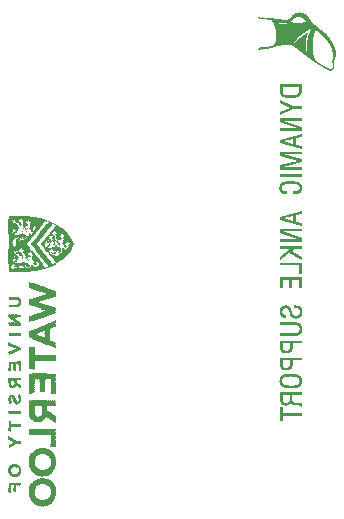
<source format=gbo>
G04*
G04 #@! TF.GenerationSoftware,Altium Limited,Altium Designer,24.2.2 (26)*
G04*
G04 Layer_Color=32896*
%FSLAX25Y25*%
%MOIN*%
G70*
G04*
G04 #@! TF.SameCoordinates,A88BD47F-73B3-49E0-9FBC-4B96E2F328B5*
G04*
G04*
G04 #@! TF.FilePolarity,Positive*
G04*
G01*
G75*
G36*
X326292Y468236D02*
X326419D01*
Y468194D01*
X326461D01*
Y468151D01*
X326503D01*
Y468194D01*
X326546D01*
Y468151D01*
X326588D01*
Y468194D01*
X326630D01*
Y468151D01*
X326672D01*
Y468194D01*
X326714D01*
Y468151D01*
X326756D01*
Y468109D01*
X326883D01*
Y468067D01*
X326925D01*
Y468109D01*
X326967D01*
Y468067D01*
X327009D01*
Y468025D01*
X327136D01*
Y467983D01*
X327220D01*
Y467941D01*
X327305D01*
Y467898D01*
X327389D01*
Y467856D01*
X327473D01*
Y467814D01*
X327516D01*
Y467772D01*
X327558D01*
Y467730D01*
X327600D01*
Y467688D01*
X327642D01*
Y467645D01*
X327684D01*
Y467688D01*
X327726D01*
Y467603D01*
X327811D01*
Y467561D01*
X327853D01*
Y467519D01*
X327895D01*
Y467477D01*
X327937D01*
Y467435D01*
X327979D01*
Y467392D01*
X328022D01*
Y467350D01*
X328064D01*
Y467308D01*
X328106D01*
Y467266D01*
X328148D01*
Y467224D01*
X328190D01*
Y467181D01*
X328232D01*
Y467139D01*
X328274D01*
Y467097D01*
X328317D01*
Y466971D01*
X328359D01*
Y467013D01*
X328401D01*
Y466886D01*
X328443D01*
Y466844D01*
X328485D01*
Y466802D01*
X328528D01*
Y466760D01*
X328570D01*
Y466718D01*
X328612D01*
Y466675D01*
X328654D01*
Y466633D01*
X328696D01*
Y466591D01*
X328738D01*
Y466549D01*
X328781D01*
Y466507D01*
X328823D01*
Y466380D01*
X328907D01*
Y466296D01*
X328949D01*
Y466254D01*
X328992D01*
Y466212D01*
X329034D01*
Y466169D01*
X329076D01*
Y466043D01*
X329118D01*
Y466001D01*
X329160D01*
Y465958D01*
X329202D01*
Y465916D01*
X329244D01*
Y465874D01*
X329287D01*
Y465832D01*
X329329D01*
Y465705D01*
X329371D01*
Y465663D01*
X329413D01*
Y465621D01*
X329455D01*
Y465579D01*
X329498D01*
Y465452D01*
X329540D01*
Y465410D01*
X329582D01*
Y465368D01*
X329624D01*
Y465326D01*
X329666D01*
Y465199D01*
X329708D01*
Y465157D01*
X329751D01*
Y465115D01*
X329793D01*
Y465073D01*
X329835D01*
Y464946D01*
X329877D01*
Y464904D01*
X329919D01*
Y464862D01*
X329961D01*
Y464820D01*
X330004D01*
Y464693D01*
X330046D01*
Y464736D01*
X330088D01*
Y464609D01*
X330130D01*
Y464567D01*
X330172D01*
Y464525D01*
X330257D01*
Y464440D01*
X330341D01*
Y464398D01*
X330425D01*
Y464356D01*
X330468D01*
Y464314D01*
X330510D01*
Y464272D01*
X330552D01*
Y464229D01*
X330594D01*
Y464187D01*
X330636D01*
Y464229D01*
X330678D01*
Y464187D01*
X330720D01*
Y464145D01*
X330763D01*
Y464103D01*
X330805D01*
Y464061D01*
X330847D01*
Y464019D01*
X330889D01*
Y464061D01*
X330931D01*
Y464019D01*
X330974D01*
Y463976D01*
X331016D01*
Y463934D01*
X331058D01*
Y463892D01*
X331100D01*
Y463850D01*
X331142D01*
Y463892D01*
X331184D01*
Y463766D01*
X331226D01*
Y463808D01*
X331269D01*
Y463766D01*
X331311D01*
Y463723D01*
X331353D01*
Y463681D01*
X331437D01*
Y463639D01*
X331522D01*
Y463597D01*
X331564D01*
Y463555D01*
X331606D01*
Y463513D01*
X331648D01*
Y463470D01*
X331690D01*
Y463428D01*
X331733D01*
Y463386D01*
X331775D01*
Y463344D01*
X331817D01*
Y463386D01*
X331859D01*
Y463260D01*
X331901D01*
Y463302D01*
X331943D01*
Y463260D01*
X331986D01*
Y463217D01*
X332028D01*
Y463175D01*
X332070D01*
Y463133D01*
X332112D01*
Y463091D01*
X332196D01*
Y463006D01*
X332239D01*
Y463049D01*
X332281D01*
Y463006D01*
X332323D01*
Y462964D01*
X332365D01*
Y462922D01*
X332407D01*
Y462880D01*
X332450D01*
Y462838D01*
X332492D01*
Y462796D01*
X332534D01*
Y462753D01*
X332576D01*
Y462711D01*
X332618D01*
Y462669D01*
X332703D01*
Y462585D01*
X332745D01*
Y462627D01*
X332787D01*
Y462543D01*
X332871D01*
Y462500D01*
X332913D01*
Y462458D01*
X332956D01*
Y462416D01*
X332998D01*
Y462374D01*
X333040D01*
Y462332D01*
X333124D01*
Y462247D01*
X333209D01*
Y462205D01*
X333293D01*
Y462163D01*
X333335D01*
Y462121D01*
X333377D01*
Y462079D01*
X333419D01*
Y462037D01*
X333462D01*
Y461994D01*
X333504D01*
Y461952D01*
X333546D01*
Y461910D01*
X333588D01*
Y461952D01*
X333630D01*
Y461868D01*
X333715D01*
Y461826D01*
X333757D01*
Y461784D01*
X333799D01*
Y461741D01*
X333841D01*
Y461699D01*
X333883D01*
Y461657D01*
X333968D01*
Y461573D01*
X334052D01*
Y461530D01*
X334136D01*
Y461488D01*
X334178D01*
Y461446D01*
X334221D01*
Y461404D01*
X334263D01*
Y461362D01*
X334305D01*
Y461320D01*
X334347D01*
Y461277D01*
X334389D01*
Y461235D01*
X334432D01*
Y461193D01*
X334474D01*
Y461151D01*
X334516D01*
Y461109D01*
X334558D01*
Y461067D01*
X334600D01*
Y461024D01*
X334642D01*
Y460982D01*
X334685D01*
Y460940D01*
X334727D01*
Y460898D01*
X334769D01*
Y460856D01*
X334811D01*
Y460814D01*
X334853D01*
Y460771D01*
X334895D01*
Y460687D01*
X334980D01*
Y460561D01*
X335064D01*
Y460476D01*
X335106D01*
Y460434D01*
X335149D01*
Y460392D01*
X335191D01*
Y460350D01*
X335233D01*
Y460308D01*
X335275D01*
Y460265D01*
X335317D01*
Y460181D01*
X335402D01*
Y460054D01*
X335444D01*
Y460012D01*
X335486D01*
Y459970D01*
X335528D01*
Y459928D01*
X335570D01*
Y459886D01*
X335612D01*
Y459844D01*
X335655D01*
Y459717D01*
X335697D01*
Y459675D01*
X335739D01*
Y459633D01*
X335781D01*
Y459591D01*
X335823D01*
Y459548D01*
X335865D01*
Y459506D01*
X335908D01*
Y459380D01*
X335950D01*
Y459338D01*
X335992D01*
Y459295D01*
X336034D01*
Y459253D01*
X336076D01*
Y459211D01*
X336118D01*
Y459169D01*
X336161D01*
Y459042D01*
X336203D01*
Y459000D01*
X336245D01*
Y458958D01*
X336287D01*
Y458916D01*
X336329D01*
Y458789D01*
X336371D01*
Y458747D01*
X336414D01*
Y458621D01*
X336456D01*
Y458578D01*
X336498D01*
Y458536D01*
X336540D01*
Y458494D01*
X336582D01*
Y458452D01*
X336540D01*
Y458494D01*
X336498D01*
Y458452D01*
X336540D01*
Y458410D01*
X336582D01*
Y458368D01*
X336625D01*
Y458325D01*
X336667D01*
Y458199D01*
X336709D01*
Y458157D01*
X336751D01*
Y458030D01*
X336793D01*
Y457988D01*
X336835D01*
Y457946D01*
X336877D01*
Y457904D01*
X336835D01*
Y457862D01*
X336877D01*
Y457819D01*
X336920D01*
Y457693D01*
X336962D01*
Y457651D01*
X337004D01*
Y457609D01*
X337046D01*
Y457482D01*
X337088D01*
Y457355D01*
X337130D01*
Y457313D01*
X337173D01*
Y457187D01*
X337215D01*
Y457145D01*
X337257D01*
Y457018D01*
X337299D01*
Y456976D01*
X337341D01*
Y456849D01*
X337384D01*
Y456807D01*
X337426D01*
Y456681D01*
X337468D01*
Y456639D01*
X337510D01*
Y456596D01*
X337468D01*
Y456554D01*
X337510D01*
Y456428D01*
X337552D01*
Y456386D01*
X337594D01*
Y456343D01*
X337552D01*
Y456301D01*
X337594D01*
Y456175D01*
X337637D01*
Y456133D01*
X337594D01*
Y456090D01*
X337637D01*
Y456048D01*
X337679D01*
Y456006D01*
X337637D01*
Y456048D01*
X337594D01*
Y456006D01*
X337637D01*
Y455964D01*
X337679D01*
Y455837D01*
X337721D01*
Y455795D01*
X337679D01*
Y455753D01*
X337721D01*
Y455626D01*
X337763D01*
Y455584D01*
X337721D01*
Y455542D01*
X337763D01*
Y455331D01*
X337805D01*
Y455289D01*
X337763D01*
Y455247D01*
X337805D01*
Y455205D01*
X337847D01*
Y455163D01*
X337805D01*
Y455205D01*
X337763D01*
Y455163D01*
X337805D01*
Y455120D01*
X337847D01*
Y455078D01*
X337805D01*
Y455036D01*
X337847D01*
Y454994D01*
X337805D01*
Y454952D01*
X337847D01*
Y454825D01*
X337805D01*
Y454783D01*
X337847D01*
Y453813D01*
X337805D01*
Y453771D01*
X337847D01*
Y453729D01*
X337805D01*
Y453687D01*
X337847D01*
Y453644D01*
X337805D01*
Y453687D01*
X337763D01*
Y453644D01*
X337805D01*
Y453602D01*
X337763D01*
Y453560D01*
X337805D01*
Y453518D01*
X337763D01*
Y453391D01*
X337721D01*
Y453349D01*
X337763D01*
Y453307D01*
X337721D01*
Y453265D01*
X337763D01*
Y453223D01*
X337721D01*
Y453265D01*
X337679D01*
Y453223D01*
X337721D01*
Y453181D01*
X337679D01*
Y453054D01*
X337637D01*
Y453012D01*
X337679D01*
Y452970D01*
X337637D01*
Y453012D01*
X337594D01*
Y452970D01*
X337637D01*
Y452927D01*
X337594D01*
Y452801D01*
X337552D01*
Y452759D01*
X337510D01*
Y452632D01*
X337468D01*
Y452590D01*
X337426D01*
Y452548D01*
X337384D01*
Y452506D01*
X337426D01*
Y452464D01*
X337384D01*
Y452422D01*
X337341D01*
Y452295D01*
X337299D01*
Y452337D01*
X337257D01*
Y452295D01*
X337299D01*
Y452253D01*
X337257D01*
Y452211D01*
X337215D01*
Y452084D01*
X337257D01*
Y451958D01*
X337299D01*
Y451915D01*
X337257D01*
Y451873D01*
X337299D01*
Y451831D01*
X337341D01*
Y451789D01*
X337299D01*
Y451831D01*
X337257D01*
Y451789D01*
X337299D01*
Y451747D01*
X337341D01*
Y451705D01*
X337299D01*
Y451662D01*
X337341D01*
Y451620D01*
X337299D01*
Y451578D01*
X337341D01*
Y450608D01*
X337299D01*
Y450566D01*
X337341D01*
Y450524D01*
X337299D01*
Y450482D01*
X337341D01*
Y450439D01*
X337299D01*
Y450482D01*
X337257D01*
Y450439D01*
X337299D01*
Y450397D01*
X337257D01*
Y450186D01*
X337215D01*
Y450144D01*
X337257D01*
Y450102D01*
X337215D01*
Y450060D01*
X337257D01*
Y450018D01*
X337215D01*
Y449975D01*
X337257D01*
Y449933D01*
X337215D01*
Y449891D01*
X337257D01*
Y449849D01*
X337215D01*
Y449722D01*
X337173D01*
Y449596D01*
X337130D01*
Y449554D01*
X337173D01*
Y449512D01*
X337130D01*
Y449470D01*
X337088D01*
Y449427D01*
X337046D01*
Y449385D01*
X337088D01*
Y449343D01*
X337046D01*
Y449385D01*
X337004D01*
Y449343D01*
X337046D01*
Y449301D01*
X337004D01*
Y449259D01*
X336962D01*
Y449216D01*
X336920D01*
Y449174D01*
X336877D01*
Y449132D01*
X336835D01*
Y449090D01*
X336793D01*
Y449048D01*
X336751D01*
Y449006D01*
X336709D01*
Y448963D01*
X336667D01*
Y448921D01*
X336625D01*
Y448963D01*
X336582D01*
Y448921D01*
X336540D01*
Y448879D01*
X336498D01*
Y448837D01*
X336456D01*
Y448879D01*
X336414D01*
Y448837D01*
X336203D01*
Y448795D01*
X336161D01*
Y448837D01*
X336118D01*
Y448795D01*
X336076D01*
Y448837D01*
X336034D01*
Y448795D01*
X335992D01*
Y448837D01*
X335781D01*
Y448879D01*
X335739D01*
Y448837D01*
X335697D01*
Y448879D01*
X335655D01*
Y448837D01*
X335612D01*
Y448879D01*
X335570D01*
Y448921D01*
X335444D01*
Y448963D01*
X335317D01*
Y449006D01*
X335275D01*
Y449048D01*
X335233D01*
Y449006D01*
X335191D01*
Y449048D01*
X335149D01*
Y449090D01*
X335106D01*
Y449132D01*
X335064D01*
Y449090D01*
X335022D01*
Y449132D01*
X334980D01*
Y449174D01*
X334938D01*
Y449216D01*
X334853D01*
Y449259D01*
X334769D01*
Y449301D01*
X334727D01*
Y449343D01*
X334685D01*
Y449385D01*
X334642D01*
Y449343D01*
X334600D01*
Y449385D01*
X334558D01*
Y449427D01*
X334516D01*
Y449470D01*
X334474D01*
Y449427D01*
X334432D01*
Y449512D01*
X334347D01*
Y449554D01*
X334305D01*
Y449596D01*
X334263D01*
Y449638D01*
X334221D01*
Y449596D01*
X334178D01*
Y449638D01*
X334136D01*
Y449680D01*
X334094D01*
Y449722D01*
X334052D01*
Y449680D01*
X334010D01*
Y449722D01*
X333968D01*
Y449765D01*
X333926D01*
Y449807D01*
X333799D01*
Y449849D01*
X333757D01*
Y449891D01*
X333672D01*
Y449933D01*
X333588D01*
Y449975D01*
X333546D01*
Y450018D01*
X333504D01*
Y450060D01*
X333462D01*
Y450018D01*
X333419D01*
Y450060D01*
X333377D01*
Y450102D01*
X333335D01*
Y450144D01*
X333293D01*
Y450102D01*
X333251D01*
Y450186D01*
X333166D01*
Y450229D01*
X333124D01*
Y450271D01*
X333082D01*
Y450313D01*
X333040D01*
Y450271D01*
X332998D01*
Y450313D01*
X332956D01*
Y450355D01*
X332913D01*
Y450397D01*
X332871D01*
Y450355D01*
X332829D01*
Y450397D01*
X332787D01*
Y450439D01*
X332745D01*
Y450482D01*
X332703D01*
Y450524D01*
X332576D01*
Y450566D01*
X332534D01*
Y450608D01*
X332492D01*
Y450650D01*
X332450D01*
Y450608D01*
X332407D01*
Y450650D01*
X332365D01*
Y450692D01*
X332323D01*
Y450735D01*
X332239D01*
Y450819D01*
X332196D01*
Y450777D01*
X332154D01*
Y450819D01*
X332112D01*
Y450861D01*
X332070D01*
Y450903D01*
X332028D01*
Y450861D01*
X331986D01*
Y450903D01*
X331943D01*
Y450946D01*
X331901D01*
Y450988D01*
X331859D01*
Y451030D01*
X331817D01*
Y451072D01*
X331775D01*
Y451030D01*
X331733D01*
Y451072D01*
X331690D01*
Y451114D01*
X331648D01*
Y451156D01*
X331606D01*
Y451114D01*
X331564D01*
Y451198D01*
X331480D01*
Y451241D01*
X331437D01*
Y451283D01*
X331395D01*
Y451325D01*
X331311D01*
Y451367D01*
X331226D01*
Y451409D01*
X331184D01*
Y451451D01*
X331142D01*
Y451494D01*
X331100D01*
Y451451D01*
X331058D01*
Y451536D01*
X330974D01*
Y451578D01*
X330931D01*
Y451620D01*
X330889D01*
Y451662D01*
X330847D01*
Y451705D01*
X330805D01*
Y451747D01*
X330763D01*
Y451705D01*
X330720D01*
Y451747D01*
X330678D01*
Y451789D01*
X330636D01*
Y451831D01*
X330552D01*
Y451915D01*
X330510D01*
Y451873D01*
X330468D01*
Y451915D01*
X330425D01*
Y451958D01*
X330383D01*
Y452000D01*
X330341D01*
Y452042D01*
X330299D01*
Y452084D01*
X330257D01*
Y452042D01*
X330214D01*
Y452126D01*
X330130D01*
Y452168D01*
X330088D01*
Y452211D01*
X330046D01*
Y452253D01*
X329961D01*
Y452295D01*
X329877D01*
Y452337D01*
X329835D01*
Y452379D01*
X329793D01*
Y452422D01*
X329751D01*
Y452464D01*
X329708D01*
Y452506D01*
X329582D01*
Y452548D01*
X329540D01*
Y452590D01*
X329498D01*
Y452632D01*
X329455D01*
Y452674D01*
X329371D01*
Y452759D01*
X329329D01*
Y452717D01*
X329287D01*
Y452759D01*
X329244D01*
Y452801D01*
X329202D01*
Y452843D01*
X329160D01*
Y452885D01*
X329118D01*
Y452927D01*
X329034D01*
Y453012D01*
X328992D01*
Y452970D01*
X328949D01*
Y453012D01*
X328907D01*
Y453054D01*
X328865D01*
Y453096D01*
X328823D01*
Y453138D01*
X328781D01*
Y453181D01*
X328738D01*
Y453138D01*
X328696D01*
Y453265D01*
X328654D01*
Y453223D01*
X328612D01*
Y453265D01*
X328570D01*
Y453307D01*
X328528D01*
Y453349D01*
X328485D01*
Y453391D01*
X328443D01*
Y453434D01*
X328359D01*
Y453518D01*
X328317D01*
Y453476D01*
X328274D01*
Y453518D01*
X328232D01*
Y453560D01*
X328190D01*
Y453602D01*
X328148D01*
Y453644D01*
X328106D01*
Y453687D01*
X328064D01*
Y453644D01*
X328022D01*
Y453729D01*
X327937D01*
Y453771D01*
X327895D01*
Y453813D01*
X327853D01*
Y453855D01*
X327811D01*
Y453897D01*
X327768D01*
Y453940D01*
X327684D01*
Y454024D01*
X327642D01*
Y453982D01*
X327600D01*
Y454024D01*
X327558D01*
Y454066D01*
X327516D01*
Y454108D01*
X327473D01*
Y454150D01*
X327431D01*
Y454193D01*
X327389D01*
Y454150D01*
X327347D01*
Y454235D01*
X327262D01*
Y454277D01*
X327220D01*
Y454319D01*
X327178D01*
Y454361D01*
X327136D01*
Y454403D01*
X327094D01*
Y454446D01*
X327009D01*
Y454530D01*
X326967D01*
Y454488D01*
X326925D01*
Y454530D01*
X326883D01*
Y454572D01*
X326841D01*
Y454614D01*
X326799D01*
Y454657D01*
X326756D01*
Y454699D01*
X326714D01*
Y454657D01*
X326672D01*
Y454741D01*
X326588D01*
Y454783D01*
X326546D01*
Y454825D01*
X326503D01*
Y454867D01*
X326461D01*
Y454910D01*
X326419D01*
Y454952D01*
X326335D01*
Y455036D01*
X326292D01*
Y454994D01*
X326250D01*
Y455036D01*
X326208D01*
Y455078D01*
X326166D01*
Y455120D01*
X326124D01*
Y455163D01*
X326082D01*
Y455205D01*
X326040D01*
Y455247D01*
X325997D01*
Y455289D01*
X325913D01*
Y455331D01*
X325829D01*
Y455416D01*
X325744D01*
Y455458D01*
X325702D01*
Y455500D01*
X325660D01*
Y455542D01*
X325618D01*
Y455584D01*
X325576D01*
Y455626D01*
X325533D01*
Y455669D01*
X325491D01*
Y455711D01*
X325407D01*
Y455795D01*
X325365D01*
Y455753D01*
X325323D01*
Y455795D01*
X325280D01*
Y455837D01*
X325238D01*
Y455879D01*
X325196D01*
Y455922D01*
X325154D01*
Y455964D01*
X325112D01*
Y456006D01*
X325069D01*
Y456048D01*
X325027D01*
Y456006D01*
X324985D01*
Y456090D01*
X324901D01*
Y456133D01*
X324859D01*
Y456175D01*
X324816D01*
Y456217D01*
X324774D01*
Y456259D01*
X324732D01*
Y456301D01*
X324690D01*
Y456343D01*
X324648D01*
Y456386D01*
X324564D01*
Y456470D01*
X324521D01*
Y456428D01*
X324479D01*
Y456470D01*
X324437D01*
Y456512D01*
X324395D01*
Y456554D01*
X324353D01*
Y456596D01*
X324310D01*
Y456639D01*
X324226D01*
Y456681D01*
X324142D01*
Y456723D01*
X324100D01*
Y456765D01*
X324057D01*
Y456807D01*
X324015D01*
Y456849D01*
X323973D01*
Y456892D01*
X323847D01*
Y456934D01*
X323804D01*
Y456976D01*
X323762D01*
Y457018D01*
X323720D01*
Y457060D01*
X323678D01*
Y457018D01*
X323636D01*
Y457102D01*
X323551D01*
Y457145D01*
X323509D01*
Y457187D01*
X323467D01*
Y457229D01*
X323425D01*
Y457187D01*
X323383D01*
Y457229D01*
X323341D01*
Y457271D01*
X323298D01*
Y457313D01*
X323214D01*
Y457355D01*
X323130D01*
Y457398D01*
X323087D01*
Y457440D01*
X322961D01*
Y457482D01*
X322919D01*
Y457440D01*
X322877D01*
Y457482D01*
X322834D01*
Y457524D01*
X322792D01*
Y457566D01*
X322750D01*
Y457524D01*
X322708D01*
Y457566D01*
X322666D01*
Y457524D01*
X322624D01*
Y457566D01*
X322581D01*
Y457609D01*
X322539D01*
Y457566D01*
X322497D01*
Y457524D01*
X322455D01*
Y457566D01*
X322328D01*
Y457524D01*
X322286D01*
Y457566D01*
X322160D01*
Y457524D01*
X322117D01*
Y457566D01*
X322075D01*
Y457524D01*
X322033D01*
Y457566D01*
X321991D01*
Y457524D01*
X321949D01*
Y457566D01*
X321907D01*
Y457524D01*
X321780D01*
Y457566D01*
X321738D01*
Y457524D01*
X321611D01*
Y457566D01*
X321569D01*
Y457524D01*
X321527D01*
Y457482D01*
X321316D01*
Y457440D01*
X321274D01*
Y457482D01*
X321232D01*
Y457440D01*
X321190D01*
Y457482D01*
X321148D01*
Y457440D01*
X321105D01*
Y457482D01*
X321063D01*
Y457440D01*
X321021D01*
Y457482D01*
X320979D01*
Y457440D01*
X320852D01*
Y457398D01*
X320810D01*
Y457440D01*
X320768D01*
Y457398D01*
X320726D01*
Y457440D01*
X320684D01*
Y457398D01*
X320641D01*
Y457355D01*
X320599D01*
Y457398D01*
X320557D01*
Y457355D01*
X320515D01*
Y457398D01*
X320473D01*
Y457355D01*
X320431D01*
Y457398D01*
X320389D01*
Y457355D01*
X320178D01*
Y457313D01*
X320051D01*
Y457271D01*
X320009D01*
Y457313D01*
X319967D01*
Y457271D01*
X319925D01*
Y457313D01*
X319882D01*
Y457271D01*
X319840D01*
Y457313D01*
X319798D01*
Y457271D01*
X319672D01*
Y457229D01*
X319461D01*
Y457187D01*
X319419D01*
Y457229D01*
X319376D01*
Y457187D01*
X319250D01*
Y457145D01*
X319208D01*
Y457187D01*
X319165D01*
Y457145D01*
X319039D01*
Y457102D01*
X318997D01*
Y457145D01*
X318955D01*
Y457102D01*
X318913D01*
Y457145D01*
X318870D01*
Y457102D01*
X318828D01*
Y457060D01*
X318786D01*
Y457102D01*
X318744D01*
Y457060D01*
X318702D01*
Y457102D01*
X318659D01*
Y457060D01*
X318617D01*
Y457018D01*
X318575D01*
Y457060D01*
X318533D01*
Y457018D01*
X318406D01*
Y456976D01*
X318364D01*
Y457018D01*
X318322D01*
Y456976D01*
X318280D01*
Y456934D01*
X318238D01*
Y456976D01*
X318196D01*
Y456934D01*
X318153D01*
Y456976D01*
X318111D01*
Y456934D01*
X317985D01*
Y456892D01*
X317943D01*
Y456849D01*
X317900D01*
Y456892D01*
X317858D01*
Y456849D01*
X317732D01*
Y456807D01*
X317605D01*
Y456765D01*
X317563D01*
Y456807D01*
X317521D01*
Y456765D01*
X317479D01*
Y456807D01*
X317437D01*
Y456765D01*
X317394D01*
Y456723D01*
X317268D01*
Y456681D01*
X317226D01*
Y456723D01*
X317183D01*
Y456681D01*
X317057D01*
Y456639D01*
X317015D01*
Y456596D01*
X316973D01*
Y456639D01*
X316930D01*
Y456596D01*
X316888D01*
Y456639D01*
X316846D01*
Y456596D01*
X316804D01*
Y456554D01*
X316677D01*
Y456512D01*
X316635D01*
Y456554D01*
X316593D01*
Y456512D01*
X316551D01*
Y456554D01*
X316509D01*
Y456512D01*
X316466D01*
Y456470D01*
X316340D01*
Y456428D01*
X316298D01*
Y456470D01*
X316256D01*
Y456428D01*
X316129D01*
Y456386D01*
X316087D01*
Y456343D01*
X316045D01*
Y456386D01*
X316003D01*
Y456343D01*
X315961D01*
Y456386D01*
X315918D01*
Y456343D01*
X315792D01*
Y456301D01*
X315665D01*
Y456259D01*
X315623D01*
Y456301D01*
X315581D01*
Y456259D01*
X315454D01*
Y456217D01*
X315244D01*
Y456175D01*
X315201D01*
Y456217D01*
X315159D01*
Y456175D01*
X315033D01*
Y456133D01*
X314906D01*
Y456090D01*
X314864D01*
Y456133D01*
X314822D01*
Y456090D01*
X314780D01*
Y456133D01*
X314738D01*
Y456090D01*
X314695D01*
Y456133D01*
X314653D01*
Y456090D01*
X314527D01*
Y456048D01*
X314485D01*
Y456090D01*
X314442D01*
Y456048D01*
X314400D01*
Y456006D01*
X314358D01*
Y456048D01*
X314231D01*
Y456006D01*
X314189D01*
Y456048D01*
X314147D01*
Y456006D01*
X314105D01*
Y456048D01*
X314063D01*
Y456006D01*
X314021D01*
Y456048D01*
X313978D01*
Y456006D01*
X313768D01*
Y455964D01*
X313725D01*
Y456006D01*
X313683D01*
Y455964D01*
X313472D01*
Y455922D01*
X313430D01*
Y455964D01*
X313388D01*
Y455922D01*
X313346D01*
Y455964D01*
X313304D01*
Y455922D01*
X313262D01*
Y455964D01*
X313219D01*
Y455922D01*
X313177D01*
Y455964D01*
X313135D01*
Y455922D01*
X313093D01*
Y455964D01*
X313051D01*
Y455922D01*
X312755D01*
Y455879D01*
X312713D01*
Y455922D01*
X312587D01*
Y455879D01*
X312460D01*
Y455922D01*
X312418D01*
Y455879D01*
X312207D01*
Y455837D01*
X312165D01*
Y455879D01*
X312038D01*
Y455837D01*
X311996D01*
Y455879D01*
X311870D01*
Y455922D01*
X311912D01*
Y455964D01*
X311954D01*
Y456006D01*
X311996D01*
Y456048D01*
X312038D01*
Y456090D01*
X312081D01*
Y456133D01*
X312123D01*
Y456175D01*
X312165D01*
Y456217D01*
X312207D01*
Y456259D01*
X312249D01*
Y456301D01*
X312334D01*
Y456386D01*
X312376D01*
Y456428D01*
X312418D01*
Y456470D01*
X312502D01*
Y456554D01*
X312545D01*
Y456596D01*
X312587D01*
Y456639D01*
X312629D01*
Y456596D01*
X312671D01*
Y456639D01*
X312713D01*
Y456596D01*
X312755D01*
Y456639D01*
X312798D01*
Y456596D01*
X312840D01*
Y456639D01*
X312882D01*
Y456596D01*
X312924D01*
Y456639D01*
X313051D01*
Y456596D01*
X313093D01*
Y456639D01*
X313135D01*
Y456596D01*
X313177D01*
Y456639D01*
X313219D01*
Y456596D01*
X313262D01*
Y456639D01*
X313304D01*
Y456596D01*
X313346D01*
Y456639D01*
X313388D01*
Y456596D01*
X313430D01*
Y456639D01*
X313472D01*
Y456596D01*
X313514D01*
Y456639D01*
X313557D01*
Y456596D01*
X313599D01*
Y456639D01*
X313725D01*
Y456596D01*
X313768D01*
Y456639D01*
X314147D01*
Y456681D01*
X314189D01*
Y456639D01*
X314231D01*
Y456681D01*
X314358D01*
Y456723D01*
X314400D01*
Y456681D01*
X314442D01*
Y456723D01*
X314485D01*
Y456681D01*
X314527D01*
Y456723D01*
X314569D01*
Y456681D01*
X314611D01*
Y456723D01*
X314653D01*
Y456681D01*
X314695D01*
Y456723D01*
X314822D01*
Y456765D01*
X314948D01*
Y456807D01*
X314990D01*
Y456765D01*
X315033D01*
Y456807D01*
X315075D01*
Y456765D01*
X315117D01*
Y456807D01*
X315244D01*
Y456849D01*
X315370D01*
Y456892D01*
X315412D01*
Y456849D01*
X315454D01*
Y456892D01*
X315497D01*
Y456849D01*
X315539D01*
Y456892D01*
X315581D01*
Y456934D01*
X315623D01*
Y456892D01*
X315665D01*
Y456934D01*
X315707D01*
Y456976D01*
X315750D01*
Y456934D01*
X315792D01*
Y456976D01*
X315834D01*
Y456934D01*
X315876D01*
Y456976D01*
X315918D01*
Y457018D01*
X316045D01*
Y457060D01*
X316087D01*
Y457018D01*
X316129D01*
Y457060D01*
X316171D01*
Y457018D01*
X316213D01*
Y457060D01*
X316256D01*
Y457102D01*
X316298D01*
Y457145D01*
X316340D01*
Y457102D01*
X316382D01*
Y457145D01*
X316424D01*
Y457102D01*
X316466D01*
Y457145D01*
X316509D01*
Y457187D01*
X316551D01*
Y457229D01*
X316593D01*
Y457187D01*
X316635D01*
Y457229D01*
X316677D01*
Y457187D01*
X316720D01*
Y457229D01*
X316762D01*
Y457271D01*
X316888D01*
Y457313D01*
X316930D01*
Y457271D01*
X316973D01*
Y457313D01*
X317015D01*
Y457355D01*
X317057D01*
Y457398D01*
X317099D01*
Y457355D01*
X317141D01*
Y457482D01*
X317226D01*
Y457566D01*
X317268D01*
Y457609D01*
X317310D01*
Y457651D01*
X317352D01*
Y457693D01*
X317394D01*
Y457819D01*
X317437D01*
Y457862D01*
X317479D01*
Y457988D01*
X317521D01*
Y458030D01*
X317563D01*
Y458157D01*
X317605D01*
Y458199D01*
X317563D01*
Y458241D01*
X317605D01*
Y458199D01*
X317647D01*
Y458241D01*
X317605D01*
Y458283D01*
X317647D01*
Y458325D01*
X317689D01*
Y458368D01*
X317732D01*
Y458410D01*
X317689D01*
Y458452D01*
X317732D01*
Y458578D01*
X317774D01*
Y458621D01*
X317816D01*
Y458663D01*
X317774D01*
Y458705D01*
X317816D01*
Y458832D01*
X317858D01*
Y458874D01*
X317816D01*
Y458916D01*
X317858D01*
Y458874D01*
X317900D01*
Y458916D01*
X317858D01*
Y458958D01*
X317900D01*
Y459000D01*
X317858D01*
Y459042D01*
X317900D01*
Y459338D01*
X317943D01*
Y459380D01*
X317900D01*
Y459422D01*
X317943D01*
Y459464D01*
X317985D01*
Y459506D01*
X317943D01*
Y459548D01*
X317900D01*
Y459591D01*
X317943D01*
Y459633D01*
X317985D01*
Y459675D01*
X317943D01*
Y459717D01*
X317985D01*
Y459759D01*
X317943D01*
Y459801D01*
X317985D01*
Y459928D01*
X317943D01*
Y459970D01*
X317985D01*
Y460434D01*
X318027D01*
Y460476D01*
X317985D01*
Y461109D01*
X317943D01*
Y461151D01*
X317985D01*
Y461193D01*
X317943D01*
Y461235D01*
X317900D01*
Y461277D01*
X317943D01*
Y461235D01*
X317985D01*
Y461277D01*
X317943D01*
Y461404D01*
X317900D01*
Y461446D01*
X317943D01*
Y461488D01*
X317900D01*
Y461699D01*
X317858D01*
Y461741D01*
X317900D01*
Y461784D01*
X317858D01*
Y461826D01*
X317816D01*
Y461868D01*
X317858D01*
Y461826D01*
X317900D01*
Y461868D01*
X317858D01*
Y461910D01*
X317816D01*
Y461952D01*
X317858D01*
Y461994D01*
X317816D01*
Y462121D01*
X317774D01*
Y462163D01*
X317816D01*
Y462205D01*
X317774D01*
Y462247D01*
X317732D01*
Y462290D01*
X317774D01*
Y462332D01*
X317732D01*
Y462543D01*
X317689D01*
Y462585D01*
X317732D01*
Y462627D01*
X317689D01*
Y462669D01*
X317647D01*
Y462796D01*
X317605D01*
Y462838D01*
X317647D01*
Y462880D01*
X317605D01*
Y462922D01*
X317563D01*
Y462964D01*
X317605D01*
Y463006D01*
X317563D01*
Y463133D01*
X317521D01*
Y463175D01*
X317563D01*
Y463217D01*
X317521D01*
Y463260D01*
X317479D01*
Y463302D01*
X317521D01*
Y463344D01*
X317479D01*
Y463470D01*
X317437D01*
Y463513D01*
X317394D01*
Y463555D01*
X317437D01*
Y463597D01*
X317394D01*
Y463723D01*
X317352D01*
Y463766D01*
X317394D01*
Y463808D01*
X317352D01*
Y463850D01*
X317310D01*
Y463976D01*
X317268D01*
Y464019D01*
X317226D01*
Y464061D01*
X317268D01*
Y464103D01*
X317226D01*
Y464229D01*
X317183D01*
Y464272D01*
X317141D01*
Y464314D01*
X317183D01*
Y464356D01*
X317141D01*
Y464398D01*
X317099D01*
Y464440D01*
X317057D01*
Y464482D01*
X317099D01*
Y464525D01*
X317057D01*
Y464651D01*
X317015D01*
Y464693D01*
X316973D01*
Y464820D01*
X316930D01*
Y464862D01*
X316888D01*
Y464904D01*
X316930D01*
Y464946D01*
X316888D01*
Y464989D01*
X316846D01*
Y465031D01*
X316804D01*
Y465157D01*
X316762D01*
Y465199D01*
X316720D01*
Y465326D01*
X316677D01*
Y465368D01*
X316635D01*
Y465410D01*
X316593D01*
Y465452D01*
X316551D01*
Y465579D01*
X316509D01*
Y465621D01*
X316466D01*
Y465663D01*
X316424D01*
Y465705D01*
X316466D01*
Y465748D01*
X316340D01*
Y465790D01*
X316213D01*
Y465832D01*
X316171D01*
Y465790D01*
X316129D01*
Y465832D01*
X316087D01*
Y465790D01*
X316045D01*
Y465832D01*
X316003D01*
Y465790D01*
X315961D01*
Y465832D01*
X315918D01*
Y465790D01*
X315876D01*
Y465832D01*
X315750D01*
Y465790D01*
X315707D01*
Y465832D01*
X315665D01*
Y465874D01*
X315623D01*
Y465832D01*
X315581D01*
Y465874D01*
X315370D01*
Y465916D01*
X315328D01*
Y465874D01*
X315286D01*
Y465916D01*
X315244D01*
Y465874D01*
X315201D01*
Y465916D01*
X315159D01*
Y465874D01*
X315117D01*
Y465916D01*
X314990D01*
Y465958D01*
X314948D01*
Y465916D01*
X314906D01*
Y465958D01*
X314864D01*
Y465916D01*
X314822D01*
Y465958D01*
X314695D01*
Y466001D01*
X314653D01*
Y465958D01*
X314611D01*
Y466001D01*
X314569D01*
Y465958D01*
X314527D01*
Y466001D01*
X314485D01*
Y465958D01*
X314442D01*
Y466001D01*
X314400D01*
Y465958D01*
X314358D01*
Y466001D01*
X314316D01*
Y465958D01*
X314274D01*
Y466001D01*
X314231D01*
Y465958D01*
X314189D01*
Y466001D01*
X314147D01*
Y465958D01*
X314105D01*
Y466001D01*
X314063D01*
Y465958D01*
X314021D01*
Y466001D01*
X313978D01*
Y465958D01*
X313936D01*
Y466001D01*
X313894D01*
Y465958D01*
X313852D01*
Y466001D01*
X313810D01*
Y465958D01*
X313768D01*
Y466001D01*
X313725D01*
Y465958D01*
X313683D01*
Y466001D01*
X313641D01*
Y465958D01*
X313599D01*
Y466001D01*
X313557D01*
Y465958D01*
X313514D01*
Y466001D01*
X313388D01*
Y465958D01*
X313346D01*
Y466001D01*
X313219D01*
Y465958D01*
X313177D01*
Y466001D01*
X312966D01*
Y466043D01*
X312924D01*
Y466001D01*
X312840D01*
Y466043D01*
X312755D01*
Y466001D01*
X312713D01*
Y466043D01*
X312587D01*
Y466085D01*
X312545D01*
Y466043D01*
X312502D01*
Y466085D01*
X312460D01*
Y466127D01*
X312418D01*
Y466169D01*
X312376D01*
Y466212D01*
X312334D01*
Y466254D01*
X312292D01*
Y466296D01*
X312249D01*
Y466338D01*
X312207D01*
Y466380D01*
X312165D01*
Y466422D01*
X312123D01*
Y466465D01*
X312081D01*
Y466507D01*
X312038D01*
Y466549D01*
X311996D01*
Y466675D01*
X312038D01*
Y466633D01*
X312165D01*
Y466591D01*
X312207D01*
Y466633D01*
X312249D01*
Y466591D01*
X312292D01*
Y466633D01*
X312334D01*
Y466591D01*
X312545D01*
Y466549D01*
X312587D01*
Y466591D01*
X312629D01*
Y466549D01*
X312671D01*
Y466591D01*
X312713D01*
Y466549D01*
X312755D01*
Y466591D01*
X312798D01*
Y466549D01*
X312840D01*
Y466591D01*
X312882D01*
Y466549D01*
X312924D01*
Y466591D01*
X312966D01*
Y466549D01*
X313008D01*
Y466591D01*
X313051D01*
Y466549D01*
X313093D01*
Y466591D01*
X313135D01*
Y466549D01*
X313177D01*
Y466591D01*
X313219D01*
Y466549D01*
X313262D01*
Y466591D01*
X313304D01*
Y466549D01*
X313346D01*
Y466591D01*
X313388D01*
Y466549D01*
X313430D01*
Y466591D01*
X313472D01*
Y466549D01*
X313768D01*
Y466507D01*
X313810D01*
Y466549D01*
X313852D01*
Y466507D01*
X313894D01*
Y466549D01*
X313936D01*
Y466507D01*
X314063D01*
Y466549D01*
X314105D01*
Y466507D01*
X314147D01*
Y466465D01*
X314189D01*
Y466507D01*
X314316D01*
Y466465D01*
X314358D01*
Y466507D01*
X314400D01*
Y466465D01*
X314442D01*
Y466507D01*
X314485D01*
Y466465D01*
X314527D01*
Y466507D01*
X314569D01*
Y466465D01*
X314611D01*
Y466507D01*
X314653D01*
Y466465D01*
X314695D01*
Y466507D01*
X314738D01*
Y466465D01*
X314780D01*
Y466507D01*
X314822D01*
Y466465D01*
X314864D01*
Y466507D01*
X314906D01*
Y466465D01*
X315033D01*
Y466422D01*
X315075D01*
Y466465D01*
X315117D01*
Y466422D01*
X315159D01*
Y466465D01*
X315201D01*
Y466422D01*
X315412D01*
Y466380D01*
X315454D01*
Y466422D01*
X315497D01*
Y466380D01*
X315539D01*
Y466422D01*
X315581D01*
Y466380D01*
X315623D01*
Y466422D01*
X315665D01*
Y466380D01*
X315707D01*
Y466422D01*
X315750D01*
Y466380D01*
X315792D01*
Y466422D01*
X315834D01*
Y466380D01*
X315876D01*
Y466422D01*
X315918D01*
Y466380D01*
X315961D01*
Y466422D01*
X316003D01*
Y466380D01*
X316129D01*
Y466338D01*
X316171D01*
Y466380D01*
X316213D01*
Y466338D01*
X316256D01*
Y466380D01*
X316298D01*
Y466338D01*
X316340D01*
Y466296D01*
X316382D01*
Y466338D01*
X316509D01*
Y466296D01*
X316551D01*
Y466338D01*
X316593D01*
Y466296D01*
X316635D01*
Y466338D01*
X316677D01*
Y466296D01*
X316720D01*
Y466338D01*
X316762D01*
Y466296D01*
X316804D01*
Y466338D01*
X316846D01*
Y466296D01*
X316888D01*
Y466338D01*
X316930D01*
Y466296D01*
X317057D01*
Y466254D01*
X317099D01*
Y466296D01*
X317141D01*
Y466254D01*
X317183D01*
Y466296D01*
X317226D01*
Y466254D01*
X317352D01*
Y466212D01*
X317394D01*
Y466254D01*
X317437D01*
Y466212D01*
X317479D01*
Y466254D01*
X317521D01*
Y466212D01*
X317563D01*
Y466254D01*
X317605D01*
Y466212D01*
X317647D01*
Y466254D01*
X317689D01*
Y466212D01*
X317900D01*
Y466169D01*
X317943D01*
Y466212D01*
X317985D01*
Y466169D01*
X318027D01*
Y466127D01*
X318069D01*
Y466169D01*
X318196D01*
Y466127D01*
X318238D01*
Y466169D01*
X318280D01*
Y466127D01*
X318322D01*
Y466169D01*
X318364D01*
Y466127D01*
X318406D01*
Y466169D01*
X318449D01*
Y466127D01*
X318575D01*
Y466085D01*
X318617D01*
Y466127D01*
X318659D01*
Y466085D01*
X318786D01*
Y466043D01*
X318828D01*
Y466085D01*
X318870D01*
Y466043D01*
X318913D01*
Y466085D01*
X318955D01*
Y466043D01*
X318997D01*
Y466085D01*
X319039D01*
Y466043D01*
X319165D01*
Y466001D01*
X319208D01*
Y466043D01*
X319250D01*
Y466001D01*
X319292D01*
Y466043D01*
X319334D01*
Y466001D01*
X319376D01*
Y465958D01*
X319419D01*
Y466001D01*
X319461D01*
Y465958D01*
X319503D01*
Y466001D01*
X319545D01*
Y465958D01*
X319587D01*
Y466001D01*
X319629D01*
Y465958D01*
X319756D01*
Y465916D01*
X319798D01*
Y465958D01*
X319840D01*
Y465916D01*
X319967D01*
Y465874D01*
X320009D01*
Y465916D01*
X320051D01*
Y465874D01*
X320093D01*
Y465916D01*
X320135D01*
Y465874D01*
X320178D01*
Y465916D01*
X320220D01*
Y465874D01*
X320346D01*
Y465832D01*
X320389D01*
Y465874D01*
X320431D01*
Y465832D01*
X320473D01*
Y465874D01*
X320515D01*
Y465832D01*
X320557D01*
Y465790D01*
X320599D01*
Y465832D01*
X320641D01*
Y465790D01*
X320684D01*
Y465832D01*
X320726D01*
Y465790D01*
X320768D01*
Y465832D01*
X320810D01*
Y465790D01*
X320852D01*
Y465832D01*
X320895D01*
Y465790D01*
X320937D01*
Y465832D01*
X320979D01*
Y465790D01*
X321021D01*
Y465832D01*
X321063D01*
Y465790D01*
X321105D01*
Y465832D01*
X321148D01*
Y465790D01*
X321274D01*
Y465832D01*
X321316D01*
Y465790D01*
X321443D01*
Y465832D01*
X321485D01*
Y465790D01*
X321527D01*
Y465832D01*
X321569D01*
Y465790D01*
X321611D01*
Y465832D01*
X321654D01*
Y465874D01*
X321696D01*
Y465832D01*
X321738D01*
Y465874D01*
X321780D01*
Y465916D01*
X321822D01*
Y465874D01*
X321865D01*
Y465916D01*
X321907D01*
Y465958D01*
X321949D01*
Y466001D01*
X321991D01*
Y465958D01*
X322033D01*
Y466001D01*
X322117D01*
Y466043D01*
X322202D01*
Y466085D01*
X322244D01*
Y466127D01*
X322286D01*
Y466169D01*
X322328D01*
Y466127D01*
X322371D01*
Y466169D01*
X322413D01*
Y466212D01*
X322455D01*
Y466254D01*
X322497D01*
Y466296D01*
X322624D01*
Y466380D01*
X322708D01*
Y466465D01*
X322792D01*
Y466591D01*
X322834D01*
Y466549D01*
X322877D01*
Y466675D01*
X322919D01*
Y466633D01*
X322961D01*
Y466760D01*
X323003D01*
Y466802D01*
X323045D01*
Y466844D01*
X323087D01*
Y466886D01*
X323130D01*
Y466928D01*
X323172D01*
Y466971D01*
X323214D01*
Y467013D01*
X323256D01*
Y467055D01*
X323298D01*
Y467181D01*
X323341D01*
Y467139D01*
X323383D01*
Y467266D01*
X323425D01*
Y467224D01*
X323467D01*
Y467350D01*
X323551D01*
Y467435D01*
X323593D01*
Y467392D01*
X323636D01*
Y467519D01*
X323678D01*
Y467477D01*
X323720D01*
Y467519D01*
X323762D01*
Y467561D01*
X323804D01*
Y467603D01*
X323847D01*
Y467645D01*
X323889D01*
Y467688D01*
X323931D01*
Y467730D01*
X323973D01*
Y467772D01*
X324015D01*
Y467814D01*
X324142D01*
Y467856D01*
X324184D01*
Y467898D01*
X324226D01*
Y467941D01*
X324310D01*
Y468025D01*
X324353D01*
Y467983D01*
X324395D01*
Y468025D01*
X324437D01*
Y467983D01*
X324479D01*
Y468067D01*
X324564D01*
Y468109D01*
X324606D01*
Y468067D01*
X324648D01*
Y468109D01*
X324690D01*
Y468151D01*
X324816D01*
Y468194D01*
X324859D01*
Y468151D01*
X324901D01*
Y468194D01*
X325027D01*
Y468236D01*
X325154D01*
Y468278D01*
X325196D01*
Y468236D01*
X325238D01*
Y468278D01*
X325280D01*
Y468236D01*
X325323D01*
Y468278D01*
X325365D01*
Y468236D01*
X325407D01*
Y468278D01*
X325449D01*
Y468236D01*
X325491D01*
Y468278D01*
X325955D01*
Y468236D01*
X325997D01*
Y468278D01*
X326040D01*
Y468236D01*
X326082D01*
Y468278D01*
X326124D01*
Y468236D01*
X326166D01*
Y468278D01*
X326208D01*
Y468236D01*
X326250D01*
Y468278D01*
X326292D01*
Y468236D01*
D02*
G37*
G36*
X328485Y466886D02*
X328443D01*
Y466928D01*
X328485D01*
Y466886D01*
D02*
G37*
G36*
X328570Y466802D02*
X328528D01*
Y466844D01*
X328570D01*
Y466802D01*
D02*
G37*
G36*
X329160Y466043D02*
X329118D01*
Y466085D01*
X329160D01*
Y466043D01*
D02*
G37*
G36*
X329919Y464946D02*
X329877D01*
Y464989D01*
X329919D01*
Y464946D01*
D02*
G37*
G36*
X332618Y462753D02*
X332576D01*
Y462796D01*
X332618D01*
Y462753D01*
D02*
G37*
G36*
X335992Y459380D02*
X335950D01*
Y459422D01*
X335992D01*
Y459380D01*
D02*
G37*
G36*
X337004Y457693D02*
X336962D01*
Y457735D01*
X337004D01*
Y457693D01*
D02*
G37*
G36*
X235000Y400287D02*
X235863D01*
Y400114D01*
X237070D01*
Y399942D01*
X237242D01*
Y400114D01*
X237415D01*
Y399942D01*
X237587D01*
Y400114D01*
X237760D01*
Y399942D01*
X238277D01*
Y399770D01*
X238794D01*
Y399597D01*
X238967D01*
Y399770D01*
X239139D01*
Y399597D01*
X239312D01*
Y399770D01*
X239484D01*
Y399597D01*
X239656D01*
Y399770D01*
X239829D01*
Y399597D01*
X240001D01*
Y399425D01*
X240519D01*
Y399252D01*
X240691D01*
Y399425D01*
X240864D01*
Y399252D01*
X241209D01*
Y399080D01*
X241553D01*
Y398907D01*
X241726D01*
Y399080D01*
X241898D01*
Y398907D01*
X242071D01*
Y398735D01*
X242588D01*
Y398563D01*
X243105D01*
Y398390D01*
X243278D01*
Y398218D01*
X243795D01*
Y398045D01*
X243968D01*
Y397873D01*
X244140D01*
Y398045D01*
X244313D01*
Y397873D01*
X244485D01*
Y397700D01*
X244657D01*
Y397528D01*
X245002D01*
Y397355D01*
X245347D01*
Y397183D01*
X245520D01*
Y397010D01*
X245692D01*
Y396838D01*
X245865D01*
Y397010D01*
X246037D01*
Y396838D01*
X246209D01*
Y396666D01*
X246382D01*
Y396493D01*
X246554D01*
Y396321D01*
X246727D01*
Y396148D01*
X246899D01*
Y395976D01*
X247072D01*
Y395803D01*
X247244D01*
Y395631D01*
X247416D01*
Y395459D01*
X247589D01*
Y395286D01*
X247761D01*
Y395114D01*
X247934D01*
Y394941D01*
X248106D01*
Y394769D01*
X248279D01*
Y394596D01*
X248451D01*
Y394424D01*
X248624D01*
Y394251D01*
X248796D01*
Y394079D01*
X248969D01*
Y393906D01*
X249141D01*
Y393389D01*
X249313D01*
Y393217D01*
X249486D01*
Y393044D01*
X249658D01*
Y392872D01*
X249831D01*
Y392354D01*
X250003D01*
Y392182D01*
X250176D01*
Y391665D01*
X250348D01*
Y391492D01*
X250521D01*
Y390630D01*
X250348D01*
Y390458D01*
X250176D01*
Y389940D01*
X250003D01*
Y389768D01*
X249831D01*
Y389250D01*
X249658D01*
Y389078D01*
X249486D01*
Y388906D01*
X249313D01*
Y388733D01*
X249486D01*
Y388561D01*
X249313D01*
Y388733D01*
X249141D01*
Y388216D01*
X248969D01*
Y388043D01*
X248796D01*
Y387871D01*
X248624D01*
Y387699D01*
X248451D01*
Y387526D01*
X248279D01*
Y387354D01*
X248106D01*
Y387009D01*
X247761D01*
Y386664D01*
X247416D01*
Y386319D01*
X247072D01*
Y386146D01*
X246899D01*
Y385974D01*
X246727D01*
Y385802D01*
X246554D01*
Y385629D01*
X246382D01*
Y385457D01*
X246209D01*
Y385284D01*
X246037D01*
Y385112D01*
X245865D01*
Y385284D01*
X245692D01*
Y385112D01*
X245520D01*
Y384939D01*
X245347D01*
Y384767D01*
X245175D01*
Y384594D01*
X244657D01*
Y384422D01*
X244485D01*
Y384249D01*
X244313D01*
Y384077D01*
X244140D01*
Y384249D01*
X243968D01*
Y384077D01*
X243795D01*
Y383905D01*
X243623D01*
Y383732D01*
X243450D01*
Y383905D01*
X243278D01*
Y383732D01*
X243105D01*
Y383560D01*
X242933D01*
Y383387D01*
X242760D01*
Y383560D01*
X242588D01*
Y383387D01*
X242243D01*
Y383215D01*
X241898D01*
Y383042D01*
X241726D01*
Y383215D01*
X241553D01*
Y383042D01*
X241381D01*
Y382870D01*
X240864D01*
Y382698D01*
X240691D01*
Y382870D01*
X240519D01*
Y382698D01*
X240001D01*
Y382525D01*
X239829D01*
Y382353D01*
X239656D01*
Y382525D01*
X239484D01*
Y382353D01*
X239312D01*
Y382525D01*
X239139D01*
Y382353D01*
X238967D01*
Y382525D01*
X238794D01*
Y382353D01*
X238622D01*
Y382180D01*
X238105D01*
Y382008D01*
X237932D01*
Y382180D01*
X237760D01*
Y382008D01*
X237587D01*
Y382180D01*
X237415D01*
Y382008D01*
X237242D01*
Y382180D01*
X237070D01*
Y382008D01*
X236208D01*
Y381835D01*
X236035D01*
Y382008D01*
X235863D01*
Y381835D01*
X235690D01*
Y381663D01*
X235518D01*
Y381835D01*
X235000D01*
Y381663D01*
X234828D01*
Y381835D01*
X234656D01*
Y381663D01*
X234483D01*
Y381835D01*
X234311D01*
Y381663D01*
X234138D01*
Y381835D01*
X233966D01*
Y381663D01*
X233793D01*
Y381835D01*
X233621D01*
Y381663D01*
X233448D01*
Y381835D01*
X233276D01*
Y381663D01*
X233103D01*
Y381835D01*
X232931D01*
Y381663D01*
X232759D01*
Y381835D01*
X232586D01*
Y381663D01*
X232414D01*
Y381835D01*
X232241D01*
Y381663D01*
X232069D01*
Y381835D01*
X231896D01*
Y381663D01*
X231379D01*
Y381835D01*
X231207D01*
Y381663D01*
X229999D01*
Y381835D01*
X229827D01*
Y381663D01*
X228965D01*
Y381490D01*
X228792D01*
Y381663D01*
X228620D01*
Y381835D01*
X228792D01*
Y382008D01*
X228620D01*
Y382180D01*
X228792D01*
Y382353D01*
X228620D01*
Y382525D01*
X228792D01*
Y382698D01*
X228620D01*
Y382870D01*
X228792D01*
Y383042D01*
X228620D01*
Y383215D01*
X228792D01*
Y383387D01*
X228620D01*
Y383560D01*
X228792D01*
Y383732D01*
X228620D01*
Y383905D01*
X228792D01*
Y384077D01*
X228620D01*
Y384249D01*
X228792D01*
Y384422D01*
X228620D01*
Y384594D01*
X228792D01*
Y384767D01*
X228620D01*
Y384939D01*
X228792D01*
Y385112D01*
X228620D01*
Y385284D01*
X228792D01*
Y385457D01*
X228620D01*
Y385629D01*
X228792D01*
Y385802D01*
X228620D01*
Y385974D01*
X228792D01*
Y386146D01*
X228620D01*
Y386319D01*
X228792D01*
Y386491D01*
X228620D01*
Y386664D01*
X228792D01*
Y386836D01*
X228620D01*
Y387009D01*
X228792D01*
Y387181D01*
X228620D01*
Y387354D01*
X228792D01*
Y387526D01*
X228620D01*
Y387699D01*
X228792D01*
Y387871D01*
X228620D01*
Y388043D01*
X228792D01*
Y388216D01*
X228620D01*
Y388388D01*
X228792D01*
Y388561D01*
X228620D01*
Y388733D01*
X228792D01*
Y388906D01*
X228620D01*
Y389078D01*
X228792D01*
Y389250D01*
X228620D01*
Y389423D01*
X228792D01*
Y389595D01*
X228620D01*
Y389768D01*
X228792D01*
Y389940D01*
X228620D01*
Y390113D01*
X228792D01*
Y390285D01*
X228620D01*
Y390458D01*
X228792D01*
Y390630D01*
X228620D01*
Y390803D01*
X228792D01*
Y390975D01*
X228620D01*
Y391147D01*
X228792D01*
Y391320D01*
X228620D01*
Y391492D01*
X228792D01*
Y391665D01*
X228620D01*
Y391837D01*
X228792D01*
Y392010D01*
X228620D01*
Y392182D01*
X228792D01*
Y392354D01*
X228620D01*
Y392527D01*
X228792D01*
Y392699D01*
X228620D01*
Y392872D01*
X228792D01*
Y393044D01*
X228620D01*
Y393217D01*
X228792D01*
Y393389D01*
X228620D01*
Y393562D01*
X228792D01*
Y393734D01*
X228620D01*
Y393906D01*
X228792D01*
Y394079D01*
X228620D01*
Y394251D01*
X228792D01*
Y394424D01*
X228620D01*
Y394596D01*
X228792D01*
Y394769D01*
X228620D01*
Y394941D01*
X228792D01*
Y395114D01*
X228620D01*
Y395286D01*
X228792D01*
Y395459D01*
X228620D01*
Y395631D01*
X228792D01*
Y395803D01*
X228620D01*
Y395976D01*
X228792D01*
Y396148D01*
X228620D01*
Y396321D01*
X228792D01*
Y396493D01*
X228620D01*
Y396666D01*
X228792D01*
Y396838D01*
X228620D01*
Y397010D01*
X228792D01*
Y397183D01*
X228620D01*
Y397355D01*
X228792D01*
Y397528D01*
X228620D01*
Y397700D01*
X228792D01*
Y397873D01*
X228620D01*
Y398045D01*
X228792D01*
Y398218D01*
X228620D01*
Y398390D01*
X228792D01*
Y398563D01*
X228620D01*
Y398735D01*
X228792D01*
Y398907D01*
X228620D01*
Y399080D01*
X228792D01*
Y399252D01*
X228620D01*
Y399425D01*
X228792D01*
Y399597D01*
X228620D01*
Y399770D01*
X228792D01*
Y399942D01*
X228620D01*
Y400114D01*
X228792D01*
Y400287D01*
X228620D01*
Y400459D01*
X229137D01*
Y400287D01*
X229310D01*
Y400459D01*
X229827D01*
Y400287D01*
X229999D01*
Y400459D01*
X230517D01*
Y400287D01*
X230689D01*
Y400459D01*
X231207D01*
Y400287D01*
X231379D01*
Y400459D01*
X231552D01*
Y400287D01*
X231724D01*
Y400459D01*
X231896D01*
Y400287D01*
X232069D01*
Y400459D01*
X232241D01*
Y400287D01*
X232414D01*
Y400459D01*
X232586D01*
Y400287D01*
X232759D01*
Y400459D01*
X232931D01*
Y400287D01*
X233103D01*
Y400459D01*
X233276D01*
Y400287D01*
X233448D01*
Y400459D01*
X233621D01*
Y400287D01*
X233793D01*
Y400459D01*
X233966D01*
Y400287D01*
X234138D01*
Y400459D01*
X234311D01*
Y400287D01*
X234828D01*
Y400459D01*
X235000D01*
Y400287D01*
D02*
G37*
G36*
X236380Y378214D02*
X236553D01*
Y378042D01*
X237070D01*
Y377869D01*
X237242D01*
Y378042D01*
X237415D01*
Y377869D01*
X237587D01*
Y377697D01*
X238105D01*
Y377524D01*
X238277D01*
Y377697D01*
X238449D01*
Y377524D01*
X238622D01*
Y377352D01*
X238794D01*
Y377179D01*
X238967D01*
Y377352D01*
X239139D01*
Y377179D01*
X239656D01*
Y377007D01*
X239829D01*
Y376834D01*
X240001D01*
Y377007D01*
X240174D01*
Y376834D01*
X240346D01*
Y377007D01*
X240519D01*
Y376834D01*
X240691D01*
Y376662D01*
X240864D01*
Y376489D01*
X241036D01*
Y376662D01*
X241209D01*
Y376489D01*
X241726D01*
Y376317D01*
X241898D01*
Y376145D01*
X242071D01*
Y376317D01*
X242243D01*
Y376145D01*
X242416D01*
Y376317D01*
X242588D01*
Y376145D01*
X242760D01*
Y375972D01*
X242933D01*
Y375800D01*
X243105D01*
Y375972D01*
X243278D01*
Y375800D01*
X243795D01*
Y375627D01*
X243968D01*
Y375455D01*
X244140D01*
Y375627D01*
X244313D01*
Y375455D01*
X244485D01*
Y374938D01*
X244657D01*
Y374765D01*
X244485D01*
Y374248D01*
X244657D01*
Y374075D01*
X244485D01*
Y374248D01*
X244313D01*
Y374075D01*
X244485D01*
Y373558D01*
X243968D01*
Y373386D01*
X243795D01*
Y373558D01*
X243623D01*
Y373386D01*
X243450D01*
Y373213D01*
X242933D01*
Y373041D01*
X242760D01*
Y373213D01*
X242588D01*
Y373041D01*
X242416D01*
Y372868D01*
X241898D01*
Y372696D01*
X241726D01*
Y372868D01*
X241553D01*
Y372696D01*
X241381D01*
Y372523D01*
X240864D01*
Y372351D01*
X240691D01*
Y372523D01*
X240519D01*
Y372351D01*
X240346D01*
Y372178D01*
X239829D01*
Y372006D01*
X239656D01*
Y372178D01*
X239484D01*
Y372006D01*
X239312D01*
Y371833D01*
X239139D01*
Y371661D01*
X238967D01*
Y371833D01*
X238794D01*
Y371661D01*
X238967D01*
Y371489D01*
X239484D01*
Y371316D01*
X239656D01*
Y371489D01*
X239829D01*
Y371316D01*
X240001D01*
Y371144D01*
X240519D01*
Y370971D01*
X240691D01*
Y371144D01*
X240864D01*
Y370971D01*
X241036D01*
Y370799D01*
X241553D01*
Y370626D01*
X241726D01*
Y370799D01*
X241898D01*
Y370626D01*
X242071D01*
Y370454D01*
X242588D01*
Y370282D01*
X242760D01*
Y370454D01*
X242933D01*
Y370282D01*
X243105D01*
Y370109D01*
X243623D01*
Y369937D01*
X243795D01*
Y370109D01*
X243968D01*
Y369937D01*
X244140D01*
Y369764D01*
X244313D01*
Y369592D01*
X244485D01*
Y369419D01*
X244657D01*
Y369247D01*
X244485D01*
Y368729D01*
X244657D01*
Y368557D01*
X244485D01*
Y368729D01*
X244313D01*
Y368557D01*
X244485D01*
Y368040D01*
X244313D01*
Y367867D01*
X244140D01*
Y367695D01*
X243623D01*
Y367522D01*
X243450D01*
Y367695D01*
X243278D01*
Y367522D01*
X243105D01*
Y367350D01*
X242588D01*
Y367177D01*
X242416D01*
Y367350D01*
X242243D01*
Y367177D01*
X242071D01*
Y367005D01*
X241553D01*
Y366832D01*
X241381D01*
Y367005D01*
X241209D01*
Y366832D01*
X241036D01*
Y366660D01*
X240519D01*
Y366488D01*
X240346D01*
Y366660D01*
X240174D01*
Y366488D01*
X240001D01*
Y366315D01*
X239484D01*
Y366143D01*
X239312D01*
Y366315D01*
X239139D01*
Y366143D01*
X238967D01*
Y365970D01*
X238449D01*
Y365798D01*
X238277D01*
Y365970D01*
X238105D01*
Y365798D01*
X237932D01*
Y365625D01*
X237415D01*
Y365453D01*
X237242D01*
Y365625D01*
X237070D01*
Y365453D01*
X236897D01*
Y365281D01*
X236380D01*
Y365108D01*
X236208D01*
Y365281D01*
X236035D01*
Y365108D01*
X235863D01*
Y364936D01*
X235518D01*
Y367005D01*
X235690D01*
Y367177D01*
X236208D01*
Y367350D01*
X236380D01*
Y367177D01*
X236553D01*
Y367350D01*
X236725D01*
Y367522D01*
X236897D01*
Y367350D01*
X237070D01*
Y367522D01*
X237242D01*
Y367695D01*
X237415D01*
Y367522D01*
X237587D01*
Y367695D01*
X238105D01*
Y367867D01*
X238277D01*
Y368040D01*
X238449D01*
Y367867D01*
X238622D01*
Y368040D01*
X238794D01*
Y367867D01*
X238967D01*
Y368040D01*
X239139D01*
Y368212D01*
X239656D01*
Y368385D01*
X239829D01*
Y368212D01*
X240001D01*
Y368385D01*
X240346D01*
Y368729D01*
X240519D01*
Y368557D01*
X240691D01*
Y368729D01*
X240864D01*
Y368557D01*
X241036D01*
Y368729D01*
X241209D01*
Y368902D01*
X241036D01*
Y369074D01*
X240519D01*
Y369247D01*
X240346D01*
Y369419D01*
X240174D01*
Y369247D01*
X240001D01*
Y369419D01*
X239829D01*
Y369247D01*
X239656D01*
Y369419D01*
X239484D01*
Y369592D01*
X238967D01*
Y369764D01*
X238794D01*
Y369592D01*
X238622D01*
Y369764D01*
X238449D01*
Y369937D01*
X238277D01*
Y370109D01*
X238105D01*
Y369937D01*
X237932D01*
Y370109D01*
X237760D01*
Y369937D01*
X237587D01*
Y370109D01*
X237415D01*
Y370282D01*
X236897D01*
Y370454D01*
X236725D01*
Y370282D01*
X236553D01*
Y370454D01*
X236380D01*
Y370626D01*
X236208D01*
Y370799D01*
X236035D01*
Y370626D01*
X235863D01*
Y370799D01*
X235690D01*
Y370626D01*
X235518D01*
Y372523D01*
X235690D01*
Y372696D01*
X236208D01*
Y372868D01*
X236725D01*
Y373041D01*
X237242D01*
Y373213D01*
X237760D01*
Y373386D01*
X238277D01*
Y373558D01*
X238794D01*
Y373730D01*
X239312D01*
Y373903D01*
X239484D01*
Y373730D01*
X239656D01*
Y373903D01*
X239829D01*
Y374075D01*
X240346D01*
Y374248D01*
X240864D01*
Y374420D01*
X241381D01*
Y374593D01*
X240864D01*
Y374765D01*
X240346D01*
Y374938D01*
X239829D01*
Y375110D01*
X239312D01*
Y375282D01*
X239139D01*
Y375110D01*
X238967D01*
Y375282D01*
X238794D01*
Y375455D01*
X238622D01*
Y375282D01*
X238449D01*
Y375455D01*
X238277D01*
Y375627D01*
X238105D01*
Y375455D01*
X237932D01*
Y375627D01*
X237760D01*
Y375800D01*
X237587D01*
Y375627D01*
X237415D01*
Y375800D01*
X237242D01*
Y375972D01*
X237070D01*
Y375800D01*
X236897D01*
Y375972D01*
X236380D01*
Y376145D01*
X236208D01*
Y376317D01*
X236035D01*
Y376145D01*
X235863D01*
Y376317D01*
X235690D01*
Y376145D01*
X235518D01*
Y378386D01*
X236035D01*
Y378214D01*
X236208D01*
Y378386D01*
X236380D01*
Y378214D01*
D02*
G37*
G36*
X231896Y373386D02*
X232069D01*
Y373213D01*
X232241D01*
Y373041D01*
X232586D01*
Y372696D01*
X232759D01*
Y372523D01*
X232931D01*
Y370971D01*
X232759D01*
Y370799D01*
X232931D01*
Y370626D01*
X232759D01*
Y370799D01*
X232586D01*
Y370282D01*
X232241D01*
Y370109D01*
X231896D01*
Y369937D01*
X231034D01*
Y369764D01*
X230862D01*
Y369937D01*
X230689D01*
Y370109D01*
X230517D01*
Y369937D01*
X229310D01*
Y370109D01*
X229137D01*
Y369937D01*
X228620D01*
Y370109D01*
X228792D01*
Y370282D01*
X228620D01*
Y370454D01*
X228792D01*
Y370626D01*
X228620D01*
Y370799D01*
X229137D01*
Y370626D01*
X229310D01*
Y370799D01*
X229827D01*
Y370626D01*
X229999D01*
Y370799D01*
X230517D01*
Y370626D01*
X230689D01*
Y370799D01*
X231207D01*
Y370626D01*
X231379D01*
Y370799D01*
X231552D01*
Y370971D01*
X231724D01*
Y371144D01*
X231896D01*
Y371316D01*
X232069D01*
Y372178D01*
X231896D01*
Y372351D01*
X231724D01*
Y372523D01*
X228792D01*
Y372696D01*
X228620D01*
Y372868D01*
X228792D01*
Y373041D01*
X228620D01*
Y373213D01*
X228792D01*
Y373386D01*
X228620D01*
Y373558D01*
X228792D01*
Y373386D01*
X228965D01*
Y373558D01*
X229137D01*
Y373386D01*
X229310D01*
Y373558D01*
X229482D01*
Y373386D01*
X229655D01*
Y373558D01*
X229827D01*
Y373386D01*
X229999D01*
Y373558D01*
X230172D01*
Y373386D01*
X230344D01*
Y373558D01*
X230517D01*
Y373386D01*
X230689D01*
Y373558D01*
X230862D01*
Y373386D01*
X231034D01*
Y373558D01*
X231207D01*
Y373386D01*
X231379D01*
Y373558D01*
X231552D01*
Y373386D01*
X231724D01*
Y373558D01*
X231896D01*
Y373386D01*
D02*
G37*
G36*
X232586Y367522D02*
X232759D01*
Y367350D01*
X232931D01*
Y366832D01*
X232759D01*
Y366660D01*
X232931D01*
Y366488D01*
X232759D01*
Y366660D01*
X232586D01*
Y366488D01*
X232414D01*
Y366660D01*
X232241D01*
Y366488D01*
X232069D01*
Y366660D01*
X231896D01*
Y366488D01*
X231724D01*
Y366660D01*
X231552D01*
Y366488D01*
X231379D01*
Y366660D01*
X231207D01*
Y366488D01*
X231034D01*
Y366660D01*
X230862D01*
Y366488D01*
X230689D01*
Y366660D01*
X230517D01*
Y366315D01*
X230862D01*
Y366143D01*
X231034D01*
Y365970D01*
X231207D01*
Y365798D01*
X231552D01*
Y365453D01*
X231724D01*
Y365625D01*
X231896D01*
Y365453D01*
X232069D01*
Y365281D01*
X232241D01*
Y365108D01*
X232414D01*
Y364936D01*
X232586D01*
Y364763D01*
X232759D01*
Y364591D01*
X232931D01*
Y364073D01*
X232759D01*
Y363901D01*
X232931D01*
Y363728D01*
X232759D01*
Y363901D01*
X232586D01*
Y363728D01*
X232414D01*
Y363901D01*
X232241D01*
Y363728D01*
X232069D01*
Y363901D01*
X231896D01*
Y363728D01*
X231724D01*
Y363901D01*
X231552D01*
Y363728D01*
X231379D01*
Y363901D01*
X231207D01*
Y363728D01*
X231034D01*
Y363901D01*
X230862D01*
Y363728D01*
X230689D01*
Y363901D01*
X230517D01*
Y363728D01*
X230344D01*
Y363901D01*
X230172D01*
Y363728D01*
X229999D01*
Y363901D01*
X229827D01*
Y363728D01*
X229655D01*
Y363901D01*
X229482D01*
Y363728D01*
X229310D01*
Y363901D01*
X229137D01*
Y363728D01*
X228965D01*
Y363901D01*
X228792D01*
Y364073D01*
X228620D01*
Y364246D01*
X228792D01*
Y364418D01*
X228620D01*
Y364591D01*
X228792D01*
Y364763D01*
X228965D01*
Y364936D01*
X229137D01*
Y364763D01*
X229655D01*
Y364936D01*
X229827D01*
Y364763D01*
X229999D01*
Y364936D01*
X230172D01*
Y364763D01*
X230344D01*
Y364936D01*
X230517D01*
Y364763D01*
X231034D01*
Y364936D01*
X230862D01*
Y365108D01*
X230689D01*
Y365281D01*
X230517D01*
Y365453D01*
X230344D01*
Y365625D01*
X229999D01*
Y365970D01*
X229827D01*
Y365798D01*
X229655D01*
Y365970D01*
X229482D01*
Y366143D01*
X229310D01*
Y366315D01*
X229137D01*
Y366488D01*
X228965D01*
Y366660D01*
X228792D01*
Y366832D01*
X228620D01*
Y367005D01*
X228792D01*
Y367177D01*
X228620D01*
Y367350D01*
X228792D01*
Y367522D01*
X228965D01*
Y367695D01*
X229137D01*
Y367522D01*
X229655D01*
Y367695D01*
X229827D01*
Y367522D01*
X229999D01*
Y367695D01*
X230172D01*
Y367522D01*
X230344D01*
Y367695D01*
X230517D01*
Y367522D01*
X231034D01*
Y367695D01*
X231207D01*
Y367522D01*
X231379D01*
Y367695D01*
X231552D01*
Y367522D01*
X231724D01*
Y367695D01*
X231896D01*
Y367522D01*
X232414D01*
Y367695D01*
X232586D01*
Y367522D01*
D02*
G37*
G36*
X244485Y365281D02*
X244657D01*
Y365108D01*
X244485D01*
Y364591D01*
X244657D01*
Y364418D01*
X244485D01*
Y364591D01*
X244313D01*
Y364418D01*
X244485D01*
Y363901D01*
X244657D01*
Y363728D01*
X244485D01*
Y363556D01*
X244313D01*
Y363384D01*
X244140D01*
Y363556D01*
X243968D01*
Y363384D01*
X243623D01*
Y363211D01*
X243278D01*
Y363039D01*
X243105D01*
Y363211D01*
X242933D01*
Y363039D01*
X242760D01*
Y362866D01*
X242588D01*
Y362694D01*
X242416D01*
Y362521D01*
X242588D01*
Y362004D01*
X242416D01*
Y361832D01*
X242588D01*
Y361659D01*
X242416D01*
Y361487D01*
X242588D01*
Y361314D01*
X242416D01*
Y361142D01*
X242588D01*
Y360625D01*
X242416D01*
Y360452D01*
X242588D01*
Y359935D01*
X242416D01*
Y359762D01*
X242588D01*
Y359245D01*
X242416D01*
Y359072D01*
X242588D01*
Y358900D01*
X242760D01*
Y359072D01*
X242933D01*
Y358900D01*
X243278D01*
Y358728D01*
X243623D01*
Y358555D01*
X244140D01*
Y358383D01*
X244313D01*
Y358210D01*
X244485D01*
Y357693D01*
X244657D01*
Y357521D01*
X244485D01*
Y357693D01*
X244313D01*
Y357521D01*
X244485D01*
Y357003D01*
X244657D01*
Y356831D01*
X244485D01*
Y356313D01*
X244657D01*
Y356141D01*
X244485D01*
Y356313D01*
X243968D01*
Y356486D01*
X243795D01*
Y356658D01*
X243623D01*
Y356486D01*
X243450D01*
Y356658D01*
X243278D01*
Y356831D01*
X243105D01*
Y357003D01*
X242933D01*
Y356831D01*
X242760D01*
Y357003D01*
X242416D01*
Y357176D01*
X242071D01*
Y357348D01*
X241553D01*
Y357521D01*
X241381D01*
Y357693D01*
X241209D01*
Y357521D01*
X241036D01*
Y357693D01*
X240864D01*
Y357865D01*
X240691D01*
Y358038D01*
X240519D01*
Y357865D01*
X240346D01*
Y358038D01*
X240174D01*
Y358210D01*
X240001D01*
Y358038D01*
X239829D01*
Y358210D01*
X239656D01*
Y358383D01*
X239139D01*
Y358555D01*
X238967D01*
Y358728D01*
X238794D01*
Y358555D01*
X238622D01*
Y358728D01*
X238449D01*
Y358900D01*
X238277D01*
Y359072D01*
X238105D01*
Y358900D01*
X237932D01*
Y359072D01*
X237415D01*
Y359245D01*
X237242D01*
Y359417D01*
X237070D01*
Y359245D01*
X236897D01*
Y359417D01*
X236725D01*
Y359590D01*
X236553D01*
Y359762D01*
X236380D01*
Y359590D01*
X236208D01*
Y359762D01*
X236035D01*
Y359935D01*
X235518D01*
Y361832D01*
X235690D01*
Y362004D01*
X235863D01*
Y362176D01*
X236035D01*
Y362004D01*
X236208D01*
Y362176D01*
X236380D01*
Y362349D01*
X236897D01*
Y362521D01*
X237242D01*
Y362694D01*
X237587D01*
Y362866D01*
X237760D01*
Y362694D01*
X237932D01*
Y362866D01*
X238105D01*
Y363039D01*
X238277D01*
Y363211D01*
X238449D01*
Y363039D01*
X238622D01*
Y363211D01*
X238794D01*
Y363384D01*
X239312D01*
Y363556D01*
X239656D01*
Y363728D01*
X240001D01*
Y363901D01*
X240174D01*
Y363728D01*
X240346D01*
Y363901D01*
X240519D01*
Y364073D01*
X240691D01*
Y364246D01*
X240864D01*
Y364073D01*
X241036D01*
Y364246D01*
X241209D01*
Y364418D01*
X241726D01*
Y364591D01*
X242243D01*
Y364763D01*
X242416D01*
Y364936D01*
X242588D01*
Y364763D01*
X242760D01*
Y364936D01*
X242933D01*
Y365108D01*
X243105D01*
Y365281D01*
X243278D01*
Y365108D01*
X243450D01*
Y365281D01*
X243623D01*
Y365453D01*
X244140D01*
Y365625D01*
X244485D01*
Y365281D01*
D02*
G37*
G36*
X232586Y361314D02*
X232759D01*
Y361142D01*
X232931D01*
Y360625D01*
X232759D01*
Y360452D01*
X232931D01*
Y360280D01*
X232759D01*
Y360452D01*
X232586D01*
Y360280D01*
X232414D01*
Y360452D01*
X232241D01*
Y360280D01*
X232069D01*
Y360452D01*
X231896D01*
Y360280D01*
X231724D01*
Y360452D01*
X231552D01*
Y360280D01*
X231379D01*
Y360452D01*
X231207D01*
Y360280D01*
X231034D01*
Y360452D01*
X230862D01*
Y360280D01*
X230689D01*
Y360452D01*
X230517D01*
Y360280D01*
X230344D01*
Y360452D01*
X230172D01*
Y360280D01*
X229999D01*
Y360452D01*
X229827D01*
Y360280D01*
X229655D01*
Y360452D01*
X229482D01*
Y360280D01*
X229310D01*
Y360452D01*
X229137D01*
Y360280D01*
X228965D01*
Y360452D01*
X228792D01*
Y360625D01*
X228620D01*
Y360797D01*
X228792D01*
Y360969D01*
X228620D01*
Y361142D01*
X228792D01*
Y361314D01*
X228965D01*
Y361487D01*
X229137D01*
Y361314D01*
X229655D01*
Y361487D01*
X229827D01*
Y361314D01*
X230344D01*
Y361487D01*
X230517D01*
Y361314D01*
X230689D01*
Y361487D01*
X230862D01*
Y361314D01*
X231034D01*
Y361487D01*
X231207D01*
Y361314D01*
X231724D01*
Y361487D01*
X231896D01*
Y361314D01*
X232414D01*
Y361487D01*
X232586D01*
Y361314D01*
D02*
G37*
G36*
X228792Y358210D02*
X228965D01*
Y358038D01*
X229482D01*
Y357865D01*
X229827D01*
Y357693D01*
X230172D01*
Y357521D01*
X230689D01*
Y357348D01*
X230862D01*
Y357176D01*
X231034D01*
Y357348D01*
X231207D01*
Y357176D01*
X231552D01*
Y357003D01*
X231896D01*
Y356831D01*
X232069D01*
Y357003D01*
X232241D01*
Y356831D01*
X232414D01*
Y356658D01*
X232586D01*
Y356486D01*
X232759D01*
Y356658D01*
X232931D01*
Y355796D01*
X232759D01*
Y355624D01*
X232586D01*
Y355451D01*
X232414D01*
Y355624D01*
X232241D01*
Y355451D01*
X232069D01*
Y355279D01*
X231896D01*
Y355106D01*
X231724D01*
Y355279D01*
X231552D01*
Y355106D01*
X231034D01*
Y354934D01*
X230862D01*
Y354761D01*
X230689D01*
Y354934D01*
X230517D01*
Y354761D01*
X230344D01*
Y354589D01*
X229827D01*
Y354416D01*
X229310D01*
Y354244D01*
X229137D01*
Y354072D01*
X228620D01*
Y354244D01*
X228792D01*
Y354416D01*
X228620D01*
Y354589D01*
X228792D01*
Y354761D01*
X228620D01*
Y354934D01*
X228792D01*
Y355106D01*
X228965D01*
Y355279D01*
X229137D01*
Y355106D01*
X229310D01*
Y355279D01*
X229482D01*
Y355451D01*
X229999D01*
Y355624D01*
X230517D01*
Y355796D01*
X230689D01*
Y355968D01*
X230862D01*
Y355796D01*
X231034D01*
Y355968D01*
X231379D01*
Y356313D01*
X230862D01*
Y356486D01*
X230344D01*
Y356658D01*
X229999D01*
Y356831D01*
X229655D01*
Y357003D01*
X229482D01*
Y356831D01*
X229310D01*
Y357003D01*
X228965D01*
Y357176D01*
X228620D01*
Y357348D01*
X228792D01*
Y357521D01*
X228620D01*
Y357693D01*
X228792D01*
Y357865D01*
X228620D01*
Y358038D01*
X228792D01*
Y358210D01*
X228620D01*
Y358383D01*
X228792D01*
Y358210D01*
D02*
G37*
G36*
X235690Y356831D02*
X237415D01*
Y354072D01*
X237587D01*
Y354244D01*
X237760D01*
Y354072D01*
X237932D01*
Y354244D01*
X238105D01*
Y354072D01*
X238277D01*
Y354244D01*
X238449D01*
Y354072D01*
X238622D01*
Y354244D01*
X238794D01*
Y354072D01*
X238967D01*
Y354244D01*
X239139D01*
Y354072D01*
X239312D01*
Y354244D01*
X239484D01*
Y354072D01*
X239656D01*
Y354244D01*
X239829D01*
Y354072D01*
X240001D01*
Y354244D01*
X240174D01*
Y354072D01*
X240346D01*
Y354244D01*
X240519D01*
Y354072D01*
X240691D01*
Y354244D01*
X240864D01*
Y354072D01*
X241036D01*
Y354244D01*
X241209D01*
Y354072D01*
X241381D01*
Y354244D01*
X241553D01*
Y354072D01*
X241726D01*
Y354244D01*
X241898D01*
Y354072D01*
X242071D01*
Y354244D01*
X242243D01*
Y354072D01*
X242416D01*
Y354244D01*
X242588D01*
Y354072D01*
X242760D01*
Y354244D01*
X242933D01*
Y354072D01*
X243105D01*
Y354244D01*
X243278D01*
Y354072D01*
X243450D01*
Y354244D01*
X243623D01*
Y354072D01*
X243795D01*
Y354244D01*
X243968D01*
Y354072D01*
X244140D01*
Y354244D01*
X244313D01*
Y354072D01*
X244485D01*
Y353554D01*
X244657D01*
Y353382D01*
X244485D01*
Y353554D01*
X244313D01*
Y353382D01*
X244485D01*
Y352865D01*
X244657D01*
Y352692D01*
X244485D01*
Y352175D01*
X244657D01*
Y352002D01*
X244485D01*
Y352175D01*
X244313D01*
Y352002D01*
X244140D01*
Y352175D01*
X243968D01*
Y352002D01*
X243795D01*
Y352175D01*
X243623D01*
Y352002D01*
X243450D01*
Y352175D01*
X243278D01*
Y352002D01*
X243105D01*
Y352175D01*
X242933D01*
Y352002D01*
X242760D01*
Y352175D01*
X242588D01*
Y352002D01*
X242416D01*
Y352175D01*
X242243D01*
Y352002D01*
X242071D01*
Y352175D01*
X241898D01*
Y352002D01*
X241726D01*
Y352175D01*
X241553D01*
Y352002D01*
X241381D01*
Y352175D01*
X241209D01*
Y352002D01*
X241036D01*
Y352175D01*
X240864D01*
Y352002D01*
X240691D01*
Y352175D01*
X240519D01*
Y352002D01*
X240346D01*
Y352175D01*
X240174D01*
Y352002D01*
X240001D01*
Y352175D01*
X239829D01*
Y352002D01*
X239656D01*
Y352175D01*
X239484D01*
Y352002D01*
X239312D01*
Y352175D01*
X239139D01*
Y352002D01*
X238967D01*
Y352175D01*
X238794D01*
Y352002D01*
X238622D01*
Y352175D01*
X238449D01*
Y352002D01*
X238277D01*
Y352175D01*
X238105D01*
Y352002D01*
X237932D01*
Y352175D01*
X237760D01*
Y352002D01*
X237587D01*
Y352175D01*
X237415D01*
Y349415D01*
X237070D01*
Y349243D01*
X236897D01*
Y349415D01*
X236380D01*
Y349243D01*
X236208D01*
Y349415D01*
X235690D01*
Y349588D01*
X235518D01*
Y350105D01*
X235690D01*
Y350278D01*
X235518D01*
Y351485D01*
X235690D01*
Y351657D01*
X235518D01*
Y352865D01*
X235690D01*
Y353037D01*
X235518D01*
Y354244D01*
X235690D01*
Y354416D01*
X235518D01*
Y355624D01*
X235690D01*
Y355796D01*
X235518D01*
Y357003D01*
X235690D01*
Y356831D01*
D02*
G37*
G36*
X232759Y351830D02*
X232931D01*
Y351657D01*
X232759D01*
Y351485D01*
X232931D01*
Y350968D01*
X232759D01*
Y350795D01*
X232931D01*
Y350278D01*
X232759D01*
Y350105D01*
X232931D01*
Y349588D01*
X232759D01*
Y349415D01*
X232931D01*
Y348898D01*
X232759D01*
Y348726D01*
X232241D01*
Y348898D01*
X232069D01*
Y350795D01*
X231896D01*
Y350968D01*
X231724D01*
Y351140D01*
X231552D01*
Y350968D01*
X231379D01*
Y351140D01*
X231207D01*
Y348898D01*
X231034D01*
Y349071D01*
X230862D01*
Y348898D01*
X230689D01*
Y349071D01*
X230517D01*
Y349243D01*
X230344D01*
Y351140D01*
X230172D01*
Y350968D01*
X229999D01*
Y351140D01*
X229827D01*
Y350968D01*
X229655D01*
Y351140D01*
X229482D01*
Y350968D01*
X229655D01*
Y350795D01*
X229482D01*
Y350623D01*
X229655D01*
Y350450D01*
X229482D01*
Y350278D01*
X229655D01*
Y350105D01*
X229482D01*
Y349933D01*
X229655D01*
Y349760D01*
X229482D01*
Y349588D01*
X229655D01*
Y349415D01*
X229482D01*
Y349243D01*
X229655D01*
Y349071D01*
X229482D01*
Y348898D01*
X229310D01*
Y348726D01*
X229137D01*
Y348898D01*
X228965D01*
Y348726D01*
X228792D01*
Y348898D01*
X228620D01*
Y349071D01*
X228792D01*
Y349243D01*
X228620D01*
Y349415D01*
X228792D01*
Y349588D01*
X228620D01*
Y349760D01*
X228792D01*
Y349933D01*
X228620D01*
Y350105D01*
X228792D01*
Y350278D01*
X228620D01*
Y350450D01*
X228792D01*
Y350623D01*
X228620D01*
Y350795D01*
X228792D01*
Y350968D01*
X228620D01*
Y351140D01*
X228792D01*
Y351312D01*
X228620D01*
Y351485D01*
X228792D01*
Y351657D01*
X228620D01*
Y351830D01*
X228792D01*
Y352002D01*
X228965D01*
Y351830D01*
X229137D01*
Y352002D01*
X229310D01*
Y351830D01*
X229482D01*
Y352002D01*
X229655D01*
Y351830D01*
X229827D01*
Y352002D01*
X229999D01*
Y351830D01*
X230172D01*
Y352002D01*
X230344D01*
Y351830D01*
X230517D01*
Y352002D01*
X230689D01*
Y351830D01*
X230862D01*
Y352002D01*
X231034D01*
Y351830D01*
X231207D01*
Y352002D01*
X231379D01*
Y351830D01*
X231552D01*
Y352002D01*
X231724D01*
Y351830D01*
X231896D01*
Y352002D01*
X232069D01*
Y351830D01*
X232241D01*
Y352002D01*
X232414D01*
Y351830D01*
X232586D01*
Y352002D01*
X232759D01*
Y351830D01*
D02*
G37*
G36*
X244313Y347864D02*
X244485D01*
Y347346D01*
X244657D01*
Y347174D01*
X244485D01*
Y346656D01*
X244657D01*
Y346484D01*
X244485D01*
Y346656D01*
X244313D01*
Y346484D01*
X244485D01*
Y345967D01*
X244657D01*
Y345794D01*
X244485D01*
Y345277D01*
X244657D01*
Y345104D01*
X244485D01*
Y345277D01*
X244313D01*
Y345104D01*
X244485D01*
Y344587D01*
X244657D01*
Y344415D01*
X244485D01*
Y343897D01*
X244657D01*
Y343725D01*
X244485D01*
Y343897D01*
X244313D01*
Y343725D01*
X244485D01*
Y343208D01*
X244657D01*
Y343035D01*
X244485D01*
Y342518D01*
X244657D01*
Y342345D01*
X244485D01*
Y342518D01*
X244313D01*
Y342345D01*
X244485D01*
Y341828D01*
X244657D01*
Y341655D01*
X244485D01*
Y341138D01*
X243968D01*
Y340966D01*
X243795D01*
Y341138D01*
X243278D01*
Y340966D01*
X243105D01*
Y341138D01*
X242760D01*
Y345967D01*
X242588D01*
Y345794D01*
X242416D01*
Y345967D01*
X241898D01*
Y345794D01*
X241726D01*
Y345967D01*
X241209D01*
Y345794D01*
X241036D01*
Y345967D01*
X240864D01*
Y341828D01*
X240519D01*
Y341655D01*
X240346D01*
Y341828D01*
X240174D01*
Y341655D01*
X240001D01*
Y341828D01*
X239829D01*
Y341655D01*
X239656D01*
Y341828D01*
X239139D01*
Y342345D01*
X238967D01*
Y342518D01*
X239139D01*
Y343035D01*
X238967D01*
Y343208D01*
X239139D01*
Y343725D01*
X238967D01*
Y343897D01*
X239139D01*
Y344415D01*
X238967D01*
Y344587D01*
X239139D01*
Y345104D01*
X238967D01*
Y345277D01*
X239139D01*
Y345794D01*
X238967D01*
Y345967D01*
X238449D01*
Y345794D01*
X238277D01*
Y345967D01*
X237415D01*
Y345794D01*
X237242D01*
Y345622D01*
X237415D01*
Y345104D01*
X237242D01*
Y344932D01*
X237415D01*
Y344415D01*
X237242D01*
Y344242D01*
X237415D01*
Y343725D01*
X237242D01*
Y343552D01*
X237415D01*
Y343035D01*
X237242D01*
Y342863D01*
X237415D01*
Y342345D01*
X237242D01*
Y342173D01*
X237415D01*
Y341655D01*
X237242D01*
Y341483D01*
X237415D01*
Y341311D01*
X237242D01*
Y341138D01*
X237070D01*
Y341311D01*
X236897D01*
Y341138D01*
X236725D01*
Y341311D01*
X236553D01*
Y341138D01*
X236380D01*
Y341311D01*
X236208D01*
Y341138D01*
X236035D01*
Y341311D01*
X235863D01*
Y341138D01*
X235690D01*
Y341311D01*
X235518D01*
Y341828D01*
X235690D01*
Y342000D01*
X235518D01*
Y343208D01*
X235690D01*
Y343380D01*
X235518D01*
Y344587D01*
X235690D01*
Y344759D01*
X235518D01*
Y345967D01*
X235690D01*
Y346139D01*
X235518D01*
Y347346D01*
X235690D01*
Y347519D01*
X235518D01*
Y348036D01*
X235690D01*
Y347864D01*
X235863D01*
Y348036D01*
X236035D01*
Y347864D01*
X236208D01*
Y348036D01*
X236380D01*
Y347864D01*
X236553D01*
Y348036D01*
X236725D01*
Y347864D01*
X236897D01*
Y348036D01*
X237070D01*
Y347864D01*
X237242D01*
Y348036D01*
X237415D01*
Y347864D01*
X237587D01*
Y348036D01*
X237760D01*
Y347864D01*
X237932D01*
Y348036D01*
X238105D01*
Y347864D01*
X238277D01*
Y348036D01*
X238449D01*
Y347864D01*
X238622D01*
Y348036D01*
X238794D01*
Y347864D01*
X238967D01*
Y348036D01*
X239139D01*
Y347864D01*
X239312D01*
Y348036D01*
X239484D01*
Y347864D01*
X239656D01*
Y348036D01*
X239829D01*
Y347864D01*
X240001D01*
Y348036D01*
X240174D01*
Y347864D01*
X240346D01*
Y348036D01*
X240519D01*
Y347864D01*
X240691D01*
Y348036D01*
X240864D01*
Y347864D01*
X241036D01*
Y348036D01*
X241209D01*
Y347864D01*
X241381D01*
Y348036D01*
X241553D01*
Y347864D01*
X241726D01*
Y348036D01*
X241898D01*
Y347864D01*
X242071D01*
Y348036D01*
X242243D01*
Y347864D01*
X242416D01*
Y348036D01*
X242588D01*
Y347864D01*
X242760D01*
Y348036D01*
X242933D01*
Y347864D01*
X243105D01*
Y348036D01*
X243278D01*
Y347864D01*
X243450D01*
Y348036D01*
X243623D01*
Y347864D01*
X243795D01*
Y348036D01*
X243968D01*
Y347864D01*
X244140D01*
Y348036D01*
X244313D01*
Y347864D01*
D02*
G37*
G36*
X232759Y346311D02*
X232931D01*
Y346139D01*
X232759D01*
Y345967D01*
X232931D01*
Y345449D01*
X232759D01*
Y345622D01*
X232586D01*
Y345449D01*
X232414D01*
Y345622D01*
X232241D01*
Y345449D01*
X232069D01*
Y345622D01*
X231896D01*
Y345449D01*
X231724D01*
Y345622D01*
X231552D01*
Y344759D01*
X231724D01*
Y344587D01*
X231896D01*
Y344415D01*
X232069D01*
Y344587D01*
X232241D01*
Y344415D01*
X232414D01*
Y344242D01*
X232586D01*
Y344070D01*
X232759D01*
Y343897D01*
X232931D01*
Y343380D01*
X232759D01*
Y343208D01*
X232931D01*
Y343035D01*
X232414D01*
Y343208D01*
X232241D01*
Y343380D01*
X232069D01*
Y343552D01*
X231896D01*
Y343725D01*
X231379D01*
Y343897D01*
X231207D01*
Y343725D01*
X231379D01*
Y343552D01*
X231207D01*
Y343380D01*
X231034D01*
Y343208D01*
X230862D01*
Y343035D01*
X230689D01*
Y343208D01*
X230517D01*
Y343035D01*
X229999D01*
Y343208D01*
X229827D01*
Y343035D01*
X229655D01*
Y343208D01*
X229482D01*
Y343035D01*
X229310D01*
Y343208D01*
X229137D01*
Y343380D01*
X228965D01*
Y343897D01*
X228792D01*
Y344070D01*
X228620D01*
Y344242D01*
X228792D01*
Y344415D01*
X228620D01*
Y344587D01*
X228792D01*
Y344759D01*
X228620D01*
Y344932D01*
X228792D01*
Y345104D01*
X228620D01*
Y345277D01*
X228792D01*
Y345449D01*
X228620D01*
Y345622D01*
X228792D01*
Y345794D01*
X228620D01*
Y345967D01*
X228792D01*
Y346139D01*
X228620D01*
Y346311D01*
X228792D01*
Y346484D01*
X232759D01*
Y346311D01*
D02*
G37*
G36*
X232414Y340793D02*
X232586D01*
Y340276D01*
X232759D01*
Y340104D01*
X232931D01*
Y339931D01*
X232759D01*
Y339759D01*
X232931D01*
Y338551D01*
X232759D01*
Y338379D01*
X232586D01*
Y337862D01*
X232414D01*
Y338034D01*
X232241D01*
Y337862D01*
X232069D01*
Y337689D01*
X231552D01*
Y337517D01*
X231379D01*
Y337689D01*
X231207D01*
Y337862D01*
X231034D01*
Y338034D01*
X230689D01*
Y338379D01*
X230517D01*
Y338551D01*
X230344D01*
Y338724D01*
X230517D01*
Y338896D01*
X230344D01*
Y339414D01*
X230172D01*
Y339586D01*
X229999D01*
Y339931D01*
X229655D01*
Y339759D01*
X229482D01*
Y339586D01*
X229655D01*
Y339414D01*
X229482D01*
Y338896D01*
X229655D01*
Y338724D01*
X229827D01*
Y338207D01*
X229655D01*
Y338034D01*
X229482D01*
Y337862D01*
X228965D01*
Y338379D01*
X228792D01*
Y338896D01*
X228620D01*
Y339069D01*
X228792D01*
Y339241D01*
X228620D01*
Y339414D01*
X228792D01*
Y339586D01*
X228620D01*
Y339759D01*
X228792D01*
Y339931D01*
X228965D01*
Y340104D01*
X228792D01*
Y340276D01*
X228965D01*
Y340448D01*
X229137D01*
Y340621D01*
X229310D01*
Y340793D01*
X229482D01*
Y340621D01*
X229655D01*
Y340793D01*
X230172D01*
Y340621D01*
X230344D01*
Y340793D01*
X230517D01*
Y340621D01*
X230689D01*
Y340448D01*
X230862D01*
Y340276D01*
X231034D01*
Y340104D01*
X231207D01*
Y339931D01*
X231034D01*
Y340104D01*
X230862D01*
Y339931D01*
X231034D01*
Y339759D01*
X231207D01*
Y339241D01*
X231379D01*
Y339069D01*
X231552D01*
Y338896D01*
X231379D01*
Y339069D01*
X231207D01*
Y338896D01*
X231379D01*
Y338724D01*
X231552D01*
Y338551D01*
X231724D01*
Y338724D01*
X232069D01*
Y339759D01*
X231896D01*
Y339931D01*
X231724D01*
Y340104D01*
X231896D01*
Y340276D01*
X231724D01*
Y340621D01*
X232069D01*
Y340966D01*
X232414D01*
Y340793D01*
D02*
G37*
G36*
X244313Y338896D02*
X244485D01*
Y338379D01*
X244657D01*
Y338207D01*
X244485D01*
Y338379D01*
X244313D01*
Y338207D01*
X244485D01*
Y337689D01*
X244657D01*
Y337517D01*
X244485D01*
Y337000D01*
X244313D01*
Y337172D01*
X244140D01*
Y337000D01*
X243968D01*
Y337172D01*
X243795D01*
Y337000D01*
X243623D01*
Y337172D01*
X243105D01*
Y337000D01*
X242933D01*
Y337172D01*
X242760D01*
Y337000D01*
X242588D01*
Y337172D01*
X242416D01*
Y337000D01*
X242243D01*
Y337172D01*
X242071D01*
Y337000D01*
X241898D01*
Y337172D01*
X241726D01*
Y337000D01*
X241553D01*
Y336827D01*
X241726D01*
Y336655D01*
X241553D01*
Y336482D01*
X241726D01*
Y336310D01*
X241553D01*
Y336137D01*
X241726D01*
Y335965D01*
X241553D01*
Y335792D01*
X241726D01*
Y335620D01*
X241898D01*
Y335448D01*
X242071D01*
Y335275D01*
X242243D01*
Y335103D01*
X242416D01*
Y334930D01*
X242933D01*
Y334758D01*
X243105D01*
Y334585D01*
X243278D01*
Y334413D01*
X243450D01*
Y334240D01*
X243623D01*
Y334068D01*
X243795D01*
Y334240D01*
X243968D01*
Y334068D01*
X244140D01*
Y333895D01*
X244313D01*
Y333723D01*
X244485D01*
Y333551D01*
X244657D01*
Y333378D01*
X244485D01*
Y332861D01*
X244657D01*
Y332688D01*
X244485D01*
Y332861D01*
X244313D01*
Y332688D01*
X244485D01*
Y332171D01*
X244657D01*
Y331999D01*
X244485D01*
Y331481D01*
X244657D01*
Y331309D01*
X244485D01*
Y331481D01*
X244140D01*
Y331826D01*
X243968D01*
Y331654D01*
X243795D01*
Y331826D01*
X243623D01*
Y331999D01*
X243450D01*
Y332171D01*
X243278D01*
Y332343D01*
X243105D01*
Y332516D01*
X242933D01*
Y332343D01*
X242760D01*
Y332516D01*
X242588D01*
Y332688D01*
X242416D01*
Y332861D01*
X242243D01*
Y333033D01*
X242071D01*
Y333206D01*
X241898D01*
Y333033D01*
X241726D01*
Y333206D01*
X241553D01*
Y333378D01*
X241381D01*
Y333551D01*
X241209D01*
Y333033D01*
X241036D01*
Y332861D01*
X240864D01*
Y332688D01*
X240691D01*
Y332516D01*
X240519D01*
Y332343D01*
X240346D01*
Y332171D01*
X240174D01*
Y331999D01*
X240001D01*
Y331826D01*
X239484D01*
Y331654D01*
X239312D01*
Y331826D01*
X239139D01*
Y331654D01*
X237932D01*
Y331826D01*
X237760D01*
Y331654D01*
X237587D01*
Y331826D01*
X237070D01*
Y331999D01*
X236897D01*
Y332171D01*
X236725D01*
Y332343D01*
X236553D01*
Y332516D01*
X236380D01*
Y332688D01*
X236208D01*
Y332861D01*
X236035D01*
Y333033D01*
X235863D01*
Y333551D01*
X235690D01*
Y333723D01*
X235863D01*
Y333895D01*
X235690D01*
Y334068D01*
X235518D01*
Y334240D01*
X235690D01*
Y334413D01*
X235518D01*
Y334930D01*
X235690D01*
Y335103D01*
X235518D01*
Y336310D01*
X235690D01*
Y336482D01*
X235518D01*
Y337689D01*
X235690D01*
Y337862D01*
X235518D01*
Y339069D01*
X236035D01*
Y338896D01*
X236208D01*
Y339069D01*
X236725D01*
Y338896D01*
X236897D01*
Y339069D01*
X237415D01*
Y338896D01*
X237587D01*
Y339069D01*
X238105D01*
Y338896D01*
X238277D01*
Y339069D01*
X238794D01*
Y338896D01*
X238967D01*
Y339069D01*
X239484D01*
Y338896D01*
X239656D01*
Y339069D01*
X240174D01*
Y338896D01*
X240346D01*
Y339069D01*
X240864D01*
Y338896D01*
X241036D01*
Y339069D01*
X241553D01*
Y338896D01*
X241726D01*
Y339069D01*
X242243D01*
Y338896D01*
X242416D01*
Y339069D01*
X242933D01*
Y338896D01*
X243105D01*
Y339069D01*
X243623D01*
Y338896D01*
X243795D01*
Y339069D01*
X244313D01*
Y338896D01*
D02*
G37*
G36*
X232759Y335275D02*
X232931D01*
Y335103D01*
X232759D01*
Y334930D01*
X232931D01*
Y334413D01*
X228620D01*
Y334585D01*
X228792D01*
Y334758D01*
X228620D01*
Y334930D01*
X228792D01*
Y335103D01*
X228620D01*
Y335275D01*
X228792D01*
Y335448D01*
X228965D01*
Y335275D01*
X229137D01*
Y335448D01*
X229655D01*
Y335275D01*
X229827D01*
Y335448D01*
X229999D01*
Y335275D01*
X230172D01*
Y335448D01*
X230344D01*
Y335275D01*
X230517D01*
Y335448D01*
X231034D01*
Y335275D01*
X231207D01*
Y335448D01*
X231379D01*
Y335275D01*
X231552D01*
Y335448D01*
X231724D01*
Y335275D01*
X231896D01*
Y335448D01*
X232414D01*
Y335275D01*
X232586D01*
Y335448D01*
X232759D01*
Y335275D01*
D02*
G37*
G36*
X229482Y331999D02*
X229655D01*
Y331826D01*
X229482D01*
Y331654D01*
X229655D01*
Y331481D01*
X229482D01*
Y331309D01*
X229655D01*
Y331136D01*
X229482D01*
Y330964D01*
X232759D01*
Y330791D01*
X232931D01*
Y330274D01*
X232759D01*
Y330102D01*
X232931D01*
Y329929D01*
X232759D01*
Y330102D01*
X232586D01*
Y329929D01*
X232414D01*
Y330102D01*
X232241D01*
Y329929D01*
X232069D01*
Y330102D01*
X231896D01*
Y329929D01*
X231724D01*
Y330102D01*
X231552D01*
Y329929D01*
X231379D01*
Y330102D01*
X231207D01*
Y329929D01*
X231034D01*
Y330102D01*
X230862D01*
Y329929D01*
X230689D01*
Y330102D01*
X230517D01*
Y329929D01*
X230344D01*
Y330102D01*
X230172D01*
Y329929D01*
X229999D01*
Y330102D01*
X229827D01*
Y329929D01*
X229655D01*
Y329757D01*
X229482D01*
Y329584D01*
X229655D01*
Y329412D01*
X229482D01*
Y329239D01*
X229655D01*
Y329067D01*
X229482D01*
Y328894D01*
X229655D01*
Y328722D01*
X229482D01*
Y328550D01*
X229310D01*
Y328722D01*
X228792D01*
Y328894D01*
X228620D01*
Y329067D01*
X228792D01*
Y329239D01*
X228620D01*
Y329412D01*
X228792D01*
Y329584D01*
X228620D01*
Y329757D01*
X228792D01*
Y329929D01*
X228620D01*
Y330102D01*
X228792D01*
Y330274D01*
X228620D01*
Y330447D01*
X228792D01*
Y330619D01*
X228620D01*
Y330791D01*
X228792D01*
Y330964D01*
X228620D01*
Y331136D01*
X228792D01*
Y331309D01*
X228620D01*
Y331481D01*
X228792D01*
Y331654D01*
X228620D01*
Y331826D01*
X228792D01*
Y331999D01*
X228620D01*
Y332171D01*
X229137D01*
Y331999D01*
X229310D01*
Y332171D01*
X229482D01*
Y331999D01*
D02*
G37*
G36*
X244485Y329412D02*
X244657D01*
Y329239D01*
X244485D01*
Y328722D01*
X244657D01*
Y328550D01*
X244485D01*
Y328722D01*
X244313D01*
Y328550D01*
X244485D01*
Y328032D01*
X244657D01*
Y327860D01*
X244485D01*
Y327343D01*
X244657D01*
Y327170D01*
X244485D01*
Y327343D01*
X244313D01*
Y327170D01*
X244485D01*
Y326653D01*
X244657D01*
Y326480D01*
X244485D01*
Y325963D01*
X244657D01*
Y325791D01*
X244485D01*
Y325963D01*
X244313D01*
Y325791D01*
X244485D01*
Y325273D01*
X244657D01*
Y325101D01*
X244485D01*
Y324583D01*
X244657D01*
Y324411D01*
X244485D01*
Y324583D01*
X244313D01*
Y324411D01*
X244485D01*
Y323894D01*
X244657D01*
Y323721D01*
X244485D01*
Y323376D01*
X242760D01*
Y323549D01*
X242588D01*
Y323721D01*
X242760D01*
Y324238D01*
X242588D01*
Y324411D01*
X242760D01*
Y324928D01*
X242588D01*
Y325101D01*
X242760D01*
Y325618D01*
X242588D01*
Y325791D01*
X242760D01*
Y326308D01*
X242588D01*
Y326480D01*
X242760D01*
Y326998D01*
X242588D01*
Y327170D01*
X242760D01*
Y327343D01*
X242588D01*
Y327515D01*
X235518D01*
Y328032D01*
X235690D01*
Y328205D01*
X235518D01*
Y329412D01*
X235690D01*
Y329584D01*
X235863D01*
Y329412D01*
X236035D01*
Y329584D01*
X236208D01*
Y329412D01*
X236380D01*
Y329584D01*
X236553D01*
Y329412D01*
X236725D01*
Y329584D01*
X236897D01*
Y329412D01*
X237070D01*
Y329584D01*
X237242D01*
Y329412D01*
X237415D01*
Y329584D01*
X237587D01*
Y329412D01*
X237760D01*
Y329584D01*
X237932D01*
Y329412D01*
X238105D01*
Y329584D01*
X238277D01*
Y329412D01*
X238449D01*
Y329584D01*
X238622D01*
Y329412D01*
X238794D01*
Y329584D01*
X238967D01*
Y329412D01*
X239139D01*
Y329584D01*
X239312D01*
Y329412D01*
X239484D01*
Y329584D01*
X239656D01*
Y329412D01*
X239829D01*
Y329584D01*
X240001D01*
Y329412D01*
X240174D01*
Y329584D01*
X240346D01*
Y329412D01*
X240519D01*
Y329584D01*
X240691D01*
Y329412D01*
X240864D01*
Y329584D01*
X241036D01*
Y329412D01*
X241209D01*
Y329584D01*
X241381D01*
Y329412D01*
X241553D01*
Y329584D01*
X241726D01*
Y329412D01*
X241898D01*
Y329584D01*
X242071D01*
Y329412D01*
X242243D01*
Y329584D01*
X242416D01*
Y329412D01*
X242588D01*
Y329584D01*
X242760D01*
Y329412D01*
X242933D01*
Y329584D01*
X243105D01*
Y329412D01*
X243278D01*
Y329584D01*
X243450D01*
Y329412D01*
X243623D01*
Y329584D01*
X243795D01*
Y329412D01*
X243968D01*
Y329584D01*
X244140D01*
Y329412D01*
X244313D01*
Y329584D01*
X244485D01*
Y329412D01*
D02*
G37*
G36*
X228792Y326825D02*
X229137D01*
Y326653D01*
X229482D01*
Y326480D01*
X229655D01*
Y326308D01*
X229827D01*
Y326135D01*
X229999D01*
Y326308D01*
X230172D01*
Y326135D01*
X230344D01*
Y325963D01*
X230517D01*
Y325791D01*
X230862D01*
Y325446D01*
X231034D01*
Y325618D01*
X231207D01*
Y325446D01*
X231379D01*
Y325273D01*
X231552D01*
Y325446D01*
X231724D01*
Y325273D01*
X231896D01*
Y325446D01*
X232069D01*
Y325273D01*
X232241D01*
Y325446D01*
X232759D01*
Y325273D01*
X232931D01*
Y324756D01*
X232759D01*
Y324583D01*
X232931D01*
Y324411D01*
X232759D01*
Y324583D01*
X232586D01*
Y324411D01*
X232414D01*
Y324583D01*
X232241D01*
Y324411D01*
X232069D01*
Y324583D01*
X231896D01*
Y324411D01*
X231724D01*
Y324583D01*
X231552D01*
Y324411D01*
X231379D01*
Y324583D01*
X231207D01*
Y324411D01*
X231034D01*
Y324238D01*
X230862D01*
Y324066D01*
X230517D01*
Y323894D01*
X230172D01*
Y323721D01*
X229999D01*
Y323549D01*
X229827D01*
Y323376D01*
X229655D01*
Y323549D01*
X229482D01*
Y323376D01*
X229310D01*
Y323204D01*
X229137D01*
Y323031D01*
X228965D01*
Y322859D01*
X228792D01*
Y323031D01*
X228620D01*
Y323204D01*
X228792D01*
Y323376D01*
X228620D01*
Y323549D01*
X228792D01*
Y323721D01*
X228620D01*
Y323894D01*
X228792D01*
Y324066D01*
X228965D01*
Y324238D01*
X229137D01*
Y324066D01*
X229310D01*
Y324411D01*
X229655D01*
Y324583D01*
X229827D01*
Y324756D01*
X230344D01*
Y324928D01*
X230172D01*
Y325101D01*
X229999D01*
Y325273D01*
X229655D01*
Y325446D01*
X229310D01*
Y325618D01*
X229137D01*
Y325791D01*
X228620D01*
Y325963D01*
X228792D01*
Y326135D01*
X228620D01*
Y326308D01*
X228792D01*
Y326480D01*
X228620D01*
Y326653D01*
X228792D01*
Y326825D01*
X228620D01*
Y326998D01*
X228792D01*
Y326825D01*
D02*
G37*
G36*
X240519Y323031D02*
X241381D01*
Y322859D01*
X241553D01*
Y322687D01*
X241726D01*
Y322859D01*
X241898D01*
Y322687D01*
X242071D01*
Y322514D01*
X242243D01*
Y322342D01*
X242416D01*
Y322514D01*
X242588D01*
Y322342D01*
X242760D01*
Y322169D01*
X242933D01*
Y321997D01*
X243105D01*
Y321824D01*
X243278D01*
Y321652D01*
X243450D01*
Y321479D01*
X243623D01*
Y321307D01*
X243795D01*
Y321134D01*
X243968D01*
Y320617D01*
X244140D01*
Y320445D01*
X244313D01*
Y319927D01*
X244485D01*
Y319755D01*
X244657D01*
Y319583D01*
X244485D01*
Y319755D01*
X244313D01*
Y319583D01*
X244485D01*
Y319410D01*
X244657D01*
Y319238D01*
X244485D01*
Y319065D01*
X244657D01*
Y317168D01*
X244485D01*
Y316996D01*
X244657D01*
Y316823D01*
X244485D01*
Y316996D01*
X244313D01*
Y316823D01*
X244485D01*
Y316651D01*
X244313D01*
Y316134D01*
X244140D01*
Y315961D01*
X243968D01*
Y315789D01*
X243795D01*
Y315616D01*
X243968D01*
Y315444D01*
X243795D01*
Y315616D01*
X243623D01*
Y315099D01*
X243450D01*
Y314927D01*
X243278D01*
Y314754D01*
X243105D01*
Y314582D01*
X242933D01*
Y314409D01*
X242760D01*
Y314582D01*
X242588D01*
Y314064D01*
X242416D01*
Y314237D01*
X242243D01*
Y314064D01*
X242071D01*
Y313892D01*
X241553D01*
Y313719D01*
X241381D01*
Y313892D01*
X241209D01*
Y313719D01*
X240691D01*
Y313547D01*
X240519D01*
Y313719D01*
X240346D01*
Y313547D01*
X239484D01*
Y313719D01*
X238622D01*
Y313892D01*
X238449D01*
Y313719D01*
X238277D01*
Y313892D01*
X238105D01*
Y314064D01*
X237932D01*
Y314237D01*
X237760D01*
Y314064D01*
X237587D01*
Y314237D01*
X237415D01*
Y314409D01*
X237242D01*
Y314582D01*
X237070D01*
Y314754D01*
X236897D01*
Y314927D01*
X236725D01*
Y315099D01*
X236553D01*
Y315271D01*
X236380D01*
Y315444D01*
X236208D01*
Y315616D01*
X236035D01*
Y315789D01*
X236208D01*
Y315961D01*
X236035D01*
Y316134D01*
X235863D01*
Y316306D01*
X235690D01*
Y316478D01*
X235863D01*
Y316651D01*
X235690D01*
Y316823D01*
X235518D01*
Y317686D01*
X235345D01*
Y317858D01*
X235518D01*
Y318375D01*
X235345D01*
Y318548D01*
X235518D01*
Y319755D01*
X235690D01*
Y319927D01*
X235863D01*
Y320100D01*
X235690D01*
Y320272D01*
X235863D01*
Y320790D01*
X236035D01*
Y320962D01*
X236208D01*
Y321134D01*
X236380D01*
Y321307D01*
X236553D01*
Y321479D01*
X236725D01*
Y321652D01*
X236897D01*
Y321824D01*
X237070D01*
Y321997D01*
X237242D01*
Y322169D01*
X237415D01*
Y322342D01*
X237587D01*
Y322514D01*
X237932D01*
Y322687D01*
X238277D01*
Y322859D01*
X238449D01*
Y322687D01*
X238622D01*
Y322859D01*
X238967D01*
Y323031D01*
X239656D01*
Y323204D01*
X239829D01*
Y323031D01*
X240001D01*
Y323204D01*
X240174D01*
Y323031D01*
X240346D01*
Y323204D01*
X240519D01*
Y323031D01*
D02*
G37*
G36*
X231379Y317686D02*
X231552D01*
Y317513D01*
X231724D01*
Y317686D01*
X231896D01*
Y317513D01*
X232069D01*
Y317341D01*
X232241D01*
Y317168D01*
X232414D01*
Y316996D01*
X232586D01*
Y316478D01*
X232759D01*
Y316306D01*
X232931D01*
Y314754D01*
X232759D01*
Y314582D01*
X232586D01*
Y314237D01*
X232414D01*
Y313892D01*
X232241D01*
Y313719D01*
X232069D01*
Y313892D01*
X231896D01*
Y313719D01*
X231724D01*
Y313547D01*
X231552D01*
Y313374D01*
X231379D01*
Y313547D01*
X231207D01*
Y313374D01*
X231034D01*
Y313547D01*
X230862D01*
Y313374D01*
X230689D01*
Y313547D01*
X230517D01*
Y313374D01*
X230344D01*
Y313547D01*
X230172D01*
Y313374D01*
X229999D01*
Y313547D01*
X229827D01*
Y313719D01*
X229655D01*
Y313892D01*
X229310D01*
Y314237D01*
X229137D01*
Y314409D01*
X228965D01*
Y314582D01*
X228792D01*
Y314754D01*
X228620D01*
Y314927D01*
X228792D01*
Y315099D01*
X228620D01*
Y315961D01*
X228792D01*
Y316134D01*
X228620D01*
Y316306D01*
X228792D01*
Y316478D01*
X228965D01*
Y316996D01*
X229137D01*
Y317168D01*
X229310D01*
Y317341D01*
X229482D01*
Y317513D01*
X229999D01*
Y317686D01*
X230517D01*
Y317858D01*
X230689D01*
Y317686D01*
X230862D01*
Y317858D01*
X231034D01*
Y317686D01*
X231207D01*
Y317858D01*
X231379D01*
Y317686D01*
D02*
G37*
G36*
X240519Y313030D02*
X241036D01*
Y312857D01*
X241553D01*
Y312685D01*
X241726D01*
Y312857D01*
X241898D01*
Y312685D01*
X242071D01*
Y312512D01*
X242243D01*
Y312340D01*
X242416D01*
Y312512D01*
X242588D01*
Y312340D01*
X242760D01*
Y312167D01*
X242933D01*
Y311995D01*
X243105D01*
Y311822D01*
X243278D01*
Y311650D01*
X243450D01*
Y311477D01*
X243623D01*
Y311305D01*
X243795D01*
Y311133D01*
X243968D01*
Y310615D01*
X244140D01*
Y310443D01*
X244313D01*
Y309926D01*
X244485D01*
Y309408D01*
X244657D01*
Y307511D01*
X244485D01*
Y307339D01*
X244657D01*
Y307166D01*
X244485D01*
Y306994D01*
X244313D01*
Y306821D01*
X244485D01*
Y306649D01*
X244313D01*
Y306132D01*
X244140D01*
Y305959D01*
X243968D01*
Y305442D01*
X243795D01*
Y305270D01*
X243623D01*
Y305097D01*
X243450D01*
Y304925D01*
X243278D01*
Y304752D01*
X243105D01*
Y304580D01*
X242933D01*
Y304407D01*
X242588D01*
Y304235D01*
X242243D01*
Y304062D01*
X241898D01*
Y303717D01*
X241726D01*
Y303890D01*
X241553D01*
Y303717D01*
X241381D01*
Y303890D01*
X241209D01*
Y303717D01*
X240691D01*
Y303545D01*
X240174D01*
Y303717D01*
X240001D01*
Y303545D01*
X239484D01*
Y303717D01*
X239312D01*
Y303545D01*
X239139D01*
Y303717D01*
X238967D01*
Y303890D01*
X238794D01*
Y303717D01*
X238622D01*
Y303890D01*
X238449D01*
Y303717D01*
X238277D01*
Y303890D01*
X238105D01*
Y304062D01*
X237932D01*
Y304235D01*
X237760D01*
Y304062D01*
X237587D01*
Y304235D01*
X237415D01*
Y304407D01*
X237242D01*
Y304580D01*
X237070D01*
Y304752D01*
X236897D01*
Y304925D01*
X236725D01*
Y305097D01*
X236553D01*
Y305270D01*
X236380D01*
Y305442D01*
X236208D01*
Y305959D01*
X236035D01*
Y306132D01*
X235863D01*
Y306304D01*
X235690D01*
Y306477D01*
X235518D01*
Y306649D01*
X235690D01*
Y306477D01*
X235863D01*
Y306649D01*
X235690D01*
Y306821D01*
X235518D01*
Y308029D01*
X235345D01*
Y308201D01*
X235518D01*
Y308718D01*
X235345D01*
Y308891D01*
X235518D01*
Y309753D01*
X235690D01*
Y309926D01*
X235518D01*
Y310098D01*
X235690D01*
Y310270D01*
X235863D01*
Y310443D01*
X236035D01*
Y310615D01*
X236208D01*
Y310788D01*
X236035D01*
Y310960D01*
X236208D01*
Y311133D01*
X236380D01*
Y311305D01*
X236553D01*
Y311477D01*
X236725D01*
Y311650D01*
X236897D01*
Y311995D01*
X237242D01*
Y312167D01*
X237415D01*
Y312340D01*
X237587D01*
Y312512D01*
X237760D01*
Y312340D01*
X237932D01*
Y312512D01*
X238105D01*
Y312685D01*
X238277D01*
Y312857D01*
X238449D01*
Y312685D01*
X238622D01*
Y312857D01*
X238794D01*
Y313030D01*
X238967D01*
Y312857D01*
X239139D01*
Y313030D01*
X239656D01*
Y313202D01*
X239829D01*
Y313030D01*
X240001D01*
Y313202D01*
X240174D01*
Y313030D01*
X240346D01*
Y313202D01*
X240519D01*
Y313030D01*
D02*
G37*
G36*
X232931Y310960D02*
X232759D01*
Y310788D01*
X232931D01*
Y310615D01*
X232414D01*
Y310443D01*
X232241D01*
Y310615D01*
X231724D01*
Y310443D01*
X231552D01*
Y310615D01*
X231379D01*
Y310443D01*
X231207D01*
Y310270D01*
X231379D01*
Y310098D01*
X231207D01*
Y309926D01*
X231379D01*
Y309753D01*
X231207D01*
Y309581D01*
X231379D01*
Y309408D01*
X231207D01*
Y309236D01*
X231379D01*
Y309063D01*
X231207D01*
Y308891D01*
X231379D01*
Y308718D01*
X231207D01*
Y308546D01*
X231034D01*
Y308718D01*
X230862D01*
Y308546D01*
X230689D01*
Y308718D01*
X230517D01*
Y308891D01*
X230344D01*
Y309063D01*
X230517D01*
Y309236D01*
X230344D01*
Y309408D01*
X230517D01*
Y309581D01*
X230344D01*
Y309753D01*
X230517D01*
Y309926D01*
X230344D01*
Y310098D01*
X230517D01*
Y310270D01*
X230344D01*
Y310443D01*
X230517D01*
Y310615D01*
X229655D01*
Y310443D01*
X229482D01*
Y310270D01*
X229655D01*
Y310098D01*
X229482D01*
Y309926D01*
X229655D01*
Y309753D01*
X229482D01*
Y309581D01*
X229655D01*
Y309408D01*
X229482D01*
Y309236D01*
X229655D01*
Y309063D01*
X229482D01*
Y308891D01*
X229655D01*
Y308718D01*
X229482D01*
Y308546D01*
X229655D01*
Y308373D01*
X229482D01*
Y308201D01*
X229310D01*
Y308373D01*
X229137D01*
Y308201D01*
X228965D01*
Y308373D01*
X228792D01*
Y308546D01*
X228620D01*
Y308718D01*
X228792D01*
Y308891D01*
X228620D01*
Y309063D01*
X228792D01*
Y309236D01*
X228620D01*
Y309408D01*
X228792D01*
Y309581D01*
X228620D01*
Y309753D01*
X228792D01*
Y309926D01*
X228620D01*
Y310098D01*
X228792D01*
Y310270D01*
X228620D01*
Y310443D01*
X228792D01*
Y310615D01*
X228620D01*
Y310788D01*
X228792D01*
Y310960D01*
X228620D01*
Y311133D01*
X228792D01*
Y311305D01*
X228620D01*
Y311477D01*
X229827D01*
Y311305D01*
X229999D01*
Y311477D01*
X231207D01*
Y311305D01*
X231379D01*
Y311477D01*
X232931D01*
Y310960D01*
D02*
G37*
G36*
X326442Y442108D02*
X326433Y442016D01*
X326414Y441896D01*
X326396Y441757D01*
X326359Y441590D01*
X326312Y441415D01*
X326257Y441230D01*
X326174Y441045D01*
X326081Y440860D01*
X325961Y440675D01*
X325813Y440499D01*
X325646Y440342D01*
X325443Y440212D01*
X325212Y440101D01*
X324953Y440018D01*
X324934D01*
X324888Y439999D01*
X324805Y439990D01*
X324703Y439962D01*
X324573Y439935D01*
X324435Y439907D01*
X324268Y439879D01*
X324093Y439842D01*
X323907Y439814D01*
X323713Y439787D01*
X323316Y439731D01*
X322927Y439694D01*
X322742Y439676D01*
X322566D01*
X322557D01*
X322520D01*
X322455D01*
X322381Y439685D01*
X322280D01*
X322159Y439694D01*
X322030Y439713D01*
X321882Y439731D01*
X321725Y439750D01*
X321549Y439777D01*
X321364Y439814D01*
X321169Y439851D01*
X320772Y439962D01*
X320559Y440027D01*
X320346Y440101D01*
X320337Y440110D01*
X320300Y440120D01*
X320245Y440147D01*
X320170Y440194D01*
X320078Y440249D01*
X319986Y440323D01*
X319884Y440406D01*
X319773Y440517D01*
X319671Y440638D01*
X319569Y440786D01*
X319467Y440952D01*
X319384Y441137D01*
X319310Y441350D01*
X319255Y441590D01*
X319218Y441849D01*
X319209Y442136D01*
Y444291D01*
X326442D01*
Y442108D01*
D02*
G37*
G36*
X323686Y436965D02*
X326442D01*
Y436022D01*
X323686D01*
X319209Y433959D01*
Y434958D01*
X322677Y436521D01*
X319209Y438075D01*
Y439158D01*
X323686Y436965D01*
D02*
G37*
G36*
X326442Y432257D02*
X320189D01*
X326442Y430130D01*
Y428677D01*
X319209D01*
Y429621D01*
X325369D01*
X319209Y431767D01*
Y433201D01*
X326442D01*
Y432257D01*
D02*
G37*
G36*
Y426911D02*
X324416Y426393D01*
Y424219D01*
X326442Y423710D01*
Y422683D01*
X319209Y424654D01*
Y425884D01*
X326442Y427910D01*
Y426911D01*
D02*
G37*
G36*
Y420963D02*
X320133D01*
X326442Y419381D01*
Y418428D01*
X320133Y416837D01*
X326442D01*
Y415894D01*
X319209D01*
Y417402D01*
X325332Y418854D01*
X319209Y420306D01*
Y421906D01*
X326442D01*
Y420963D01*
D02*
G37*
G36*
Y413443D02*
X319209D01*
Y414386D01*
X326442D01*
Y413443D01*
D02*
G37*
G36*
X323195Y412064D02*
X323325D01*
X323473Y412055D01*
X323649Y412037D01*
X323833Y412027D01*
X324028Y412000D01*
X324240Y411972D01*
X324666Y411907D01*
X325092Y411805D01*
X325304Y411750D01*
X325499Y411676D01*
X325508Y411667D01*
X325545Y411657D01*
X325591Y411630D01*
X325656Y411593D01*
X325739Y411537D01*
X325832Y411463D01*
X325924Y411380D01*
X326016Y411278D01*
X326118Y411158D01*
X326220Y411028D01*
X326312Y410871D01*
X326396Y410686D01*
X326470Y410492D01*
X326535Y410261D01*
X326571Y410020D01*
X326599Y409743D01*
Y409696D01*
X326590Y409632D01*
Y409558D01*
X326571Y409465D01*
X326553Y409363D01*
X326535Y409243D01*
X326498Y409123D01*
X326461Y408993D01*
X326405Y408864D01*
X326340Y408725D01*
X326266Y408596D01*
X326174Y408475D01*
X326072Y408355D01*
X325952Y408244D01*
X325813Y408152D01*
X325804Y408142D01*
X325776Y408133D01*
X325730Y408105D01*
X325674Y408078D01*
X325600Y408041D01*
X325508Y408004D01*
X325406Y407957D01*
X325295Y407911D01*
X325166Y407865D01*
X325027Y407819D01*
X324879Y407782D01*
X324722Y407745D01*
X324379Y407689D01*
X324194Y407680D01*
X324009Y407671D01*
X324000D01*
X323972D01*
X323926D01*
X323880D01*
X323870D01*
X323824D01*
X323769Y407680D01*
X323695Y407689D01*
Y408614D01*
X323704D01*
X323723D01*
X323750D01*
X323797D01*
X323852Y408623D01*
X323917D01*
X323991Y408633D01*
X324074D01*
X324268Y408660D01*
X324490Y408688D01*
X324740Y408734D01*
X325008Y408790D01*
X325017D01*
X325036Y408799D01*
X325073Y408808D01*
X325119Y408827D01*
X325239Y408892D01*
X325304Y408938D01*
X325369Y408984D01*
X325443Y409049D01*
X325508Y409123D01*
X325572Y409206D01*
X325628Y409308D01*
X325674Y409419D01*
X325711Y409548D01*
X325730Y409687D01*
X325739Y409844D01*
Y409854D01*
X325730Y409881D01*
Y409928D01*
X325711Y409992D01*
X325693Y410066D01*
X325674Y410150D01*
X325637Y410233D01*
X325600Y410325D01*
X325545Y410427D01*
X325480Y410520D01*
X325406Y410612D01*
X325313Y410705D01*
X325212Y410779D01*
X325092Y410853D01*
X324953Y410908D01*
X324796Y410954D01*
X324786D01*
X324759Y410964D01*
X324703Y410973D01*
X324638Y410982D01*
X324555Y410991D01*
X324463Y411010D01*
X324352Y411028D01*
X324231Y411038D01*
X324093Y411056D01*
X323954Y411075D01*
X323639Y411102D01*
X323297Y411121D01*
X322936Y411130D01*
X322927D01*
X322890D01*
X322844D01*
X322797D01*
X322788D01*
X322751D01*
X322705D01*
X322650D01*
X322640D01*
X322613D01*
X322575D01*
X322520D01*
X322455Y411121D01*
X322372D01*
X322270Y411112D01*
X322159D01*
X322039Y411102D01*
X321909Y411093D01*
X321761Y411075D01*
X321604Y411056D01*
X321438Y411038D01*
X321271Y411019D01*
X320892Y410964D01*
X320883D01*
X320846Y410954D01*
X320790Y410945D01*
X320725Y410927D01*
X320652Y410899D01*
X320559Y410862D01*
X320466Y410816D01*
X320365Y410760D01*
X320263Y410695D01*
X320170Y410621D01*
X320078Y410538D01*
X320004Y410436D01*
X319930Y410316D01*
X319884Y410187D01*
X319847Y410039D01*
X319837Y409872D01*
Y409789D01*
X319847Y409733D01*
X319856Y409669D01*
X319865Y409595D01*
X319902Y409428D01*
X319967Y409243D01*
X320013Y409160D01*
X320059Y409077D01*
X320124Y409003D01*
X320198Y408929D01*
X320282Y408873D01*
X320374Y408827D01*
X320383D01*
X320402Y408818D01*
X320429Y408808D01*
X320466Y408790D01*
X320513Y408781D01*
X320578Y408762D01*
X320716Y408716D01*
X320883Y408679D01*
X321068Y408651D01*
X321271Y408623D01*
X321484Y408614D01*
Y407698D01*
X321465Y407689D01*
X321438Y407680D01*
X321392Y407671D01*
X321345D01*
X321336D01*
X321318D01*
X321290D01*
X321262D01*
X321244D01*
X321206D01*
X321132D01*
X321049Y407680D01*
X320938Y407689D01*
X320818Y407708D01*
X320679Y407726D01*
X320540Y407754D01*
X320383Y407782D01*
X320235Y407828D01*
X320087Y407883D01*
X319939Y407939D01*
X319800Y408022D01*
X319671Y408105D01*
X319560Y408207D01*
X319458Y408318D01*
X319449Y408327D01*
X319440Y408346D01*
X319412Y408383D01*
X319384Y408429D01*
X319347Y408494D01*
X319310Y408568D01*
X319264Y408642D01*
X319218Y408734D01*
X319125Y408947D01*
X319051Y409188D01*
X318996Y409456D01*
X318987Y409595D01*
X318977Y409743D01*
Y409761D01*
X318987Y409817D01*
Y409900D01*
X319005Y410020D01*
X319033Y410150D01*
X319070Y410307D01*
X319116Y410473D01*
X319172Y410649D01*
X319255Y410825D01*
X319347Y411001D01*
X319458Y411167D01*
X319597Y411334D01*
X319754Y411472D01*
X319939Y411602D01*
X320152Y411704D01*
X320392Y411778D01*
X320411D01*
X320448Y411787D01*
X320522Y411805D01*
X320624Y411824D01*
X320744Y411842D01*
X320883Y411870D01*
X321040Y411898D01*
X321216Y411926D01*
X321410Y411953D01*
X321604Y411981D01*
X321817Y412009D01*
X322039Y412027D01*
X322483Y412064D01*
X322936Y412074D01*
X322955D01*
X323001D01*
X323084D01*
X323195Y412064D01*
D02*
G37*
G36*
X326442Y401233D02*
X324416Y400715D01*
Y398541D01*
X326442Y398032D01*
Y397005D01*
X319209Y398976D01*
Y400206D01*
X326442Y402232D01*
Y401233D01*
D02*
G37*
G36*
Y395285D02*
X320189D01*
X326442Y393157D01*
Y391705D01*
X319209D01*
Y392649D01*
X325369D01*
X319209Y394795D01*
Y396228D01*
X326442D01*
Y395285D01*
D02*
G37*
G36*
Y389328D02*
X323926D01*
X323084Y388653D01*
X326442Y386775D01*
Y385628D01*
X322270Y388051D01*
X319209Y385674D01*
Y386867D01*
X322696Y389328D01*
X319209D01*
Y390271D01*
X326442D01*
Y389328D01*
D02*
G37*
G36*
Y381058D02*
X325582D01*
Y383972D01*
X319209D01*
Y384916D01*
X326442D01*
Y381058D01*
D02*
G37*
G36*
Y376415D02*
X325582D01*
Y379171D01*
X323057D01*
Y376554D01*
X322196D01*
Y379171D01*
X320069D01*
Y376341D01*
X319209D01*
Y380115D01*
X326442D01*
Y376415D01*
D02*
G37*
G36*
X324176Y370615D02*
X324259D01*
X324370Y370606D01*
X324481Y370597D01*
X324610Y370578D01*
X324749Y370569D01*
X324897Y370541D01*
X325212Y370486D01*
X325535Y370402D01*
X325850Y370291D01*
X325859D01*
X325887Y370273D01*
X325924Y370254D01*
X325979Y370217D01*
X326044Y370171D01*
X326109Y370106D01*
X326183Y370032D01*
X326257Y369931D01*
X326340Y369820D01*
X326414Y369690D01*
X326479Y369542D01*
X326544Y369366D01*
X326599Y369172D01*
X326636Y368950D01*
X326664Y368700D01*
X326673Y368432D01*
Y368349D01*
X326664Y368293D01*
X326655Y368229D01*
X326645Y368136D01*
X326627Y368044D01*
X326608Y367942D01*
X326553Y367711D01*
X326461Y367461D01*
X326405Y367331D01*
X326340Y367193D01*
X326257Y367063D01*
X326174Y366934D01*
X326165Y366924D01*
X326146Y366906D01*
X326118Y366869D01*
X326072Y366823D01*
X326016Y366776D01*
X325952Y366712D01*
X325859Y366647D01*
X325758Y366582D01*
X325646Y366517D01*
X325517Y366462D01*
X325360Y366397D01*
X325193Y366351D01*
X325017Y366305D01*
X324814Y366268D01*
X324592Y366249D01*
X324352Y366240D01*
X324342D01*
X324333D01*
X324305D01*
X324268D01*
X324185Y366249D01*
X324065Y366268D01*
X323926Y366295D01*
X323769Y366332D01*
X323602Y366388D01*
X323427Y366453D01*
X323251Y366545D01*
X323084Y366656D01*
X322918Y366795D01*
X322779Y366961D01*
X322650Y367165D01*
X322548Y367396D01*
X322511Y367516D01*
X322483Y367655D01*
X322455Y367803D01*
X322446Y367960D01*
Y367979D01*
X322437Y368034D01*
X322428Y368118D01*
X322409Y368229D01*
X322391Y368358D01*
X322354Y368506D01*
X322307Y368663D01*
X322252Y368821D01*
X322178Y368978D01*
X322085Y369135D01*
X321984Y369283D01*
X321854Y369413D01*
X321706Y369524D01*
X321539Y369607D01*
X321345Y369662D01*
X321244Y369672D01*
X321132Y369681D01*
X321123D01*
X321114D01*
X321059Y369672D01*
X320985Y369662D01*
X320883Y369644D01*
X320762Y369616D01*
X320633Y369561D01*
X320494Y369496D01*
X320356Y369403D01*
X320337Y369394D01*
X320300Y369348D01*
X320245Y369283D01*
X320170Y369191D01*
X320106Y369070D01*
X320050Y368922D01*
X320013Y368747D01*
X319995Y368543D01*
Y368460D01*
X320013Y368367D01*
X320032Y368256D01*
X320069Y368127D01*
X320115Y367988D01*
X320189Y367859D01*
X320291Y367729D01*
X320300Y367711D01*
X320346Y367674D01*
X320420Y367627D01*
X320522Y367563D01*
X320652Y367507D01*
X320818Y367452D01*
X321022Y367415D01*
X321142Y367405D01*
X321262D01*
Y366462D01*
X321253D01*
X321234D01*
X321206D01*
X321169D01*
X321123Y366471D01*
X321059Y366480D01*
X320985Y366490D01*
X320911Y366499D01*
X320818Y366508D01*
X320716Y366536D01*
X320494Y366582D01*
X320235Y366656D01*
X319949Y366749D01*
X319939D01*
X319912Y366767D01*
X319875Y366786D01*
X319819Y366813D01*
X319763Y366860D01*
X319689Y366915D01*
X319616Y366989D01*
X319542Y367072D01*
X319467Y367183D01*
X319393Y367313D01*
X319320Y367452D01*
X319264Y367618D01*
X319209Y367812D01*
X319172Y368034D01*
X319144Y368275D01*
X319134Y368543D01*
Y368654D01*
X319144Y368737D01*
X319153Y368839D01*
X319172Y368950D01*
X319190Y369080D01*
X319218Y369209D01*
X319246Y369348D01*
X319292Y369487D01*
X319338Y369625D01*
X319403Y369755D01*
X319477Y369884D01*
X319560Y370005D01*
X319662Y370106D01*
X319773Y370199D01*
X319782D01*
X319800Y370217D01*
X319837Y370236D01*
X319884Y370264D01*
X319939Y370301D01*
X320004Y370338D01*
X320087Y370375D01*
X320170Y370412D01*
X320365Y370486D01*
X320587Y370560D01*
X320818Y370606D01*
X320938Y370615D01*
X321059Y370624D01*
X321068D01*
X321105D01*
X321160D01*
X321216D01*
X321225D01*
X321262D01*
X321318D01*
X321392D01*
X321410D01*
X321447D01*
X321521Y370615D01*
X321604Y370606D01*
X321715Y370587D01*
X321835Y370560D01*
X321974Y370523D01*
X322122Y370467D01*
X322141Y370458D01*
X322187Y370430D01*
X322261Y370384D01*
X322354Y370301D01*
X322409Y370245D01*
X322464Y370190D01*
X322520Y370116D01*
X322585Y370042D01*
X322640Y369949D01*
X322705Y369847D01*
X322770Y369736D01*
X322825Y369607D01*
Y369598D01*
X322834Y369588D01*
X322844Y369561D01*
X322853Y369524D01*
X322881Y369440D01*
X322927Y369320D01*
X322973Y369181D01*
X323029Y369033D01*
X323084Y368867D01*
X323149Y368700D01*
Y368691D01*
X323158Y368682D01*
X323177Y368626D01*
X323204Y368543D01*
X323241Y368432D01*
X323288Y368303D01*
X323334Y368173D01*
X323380Y368034D01*
X323427Y367905D01*
Y367896D01*
X323436Y367886D01*
X323454Y367822D01*
X323491Y367738D01*
X323537Y367637D01*
X323593Y367535D01*
X323667Y367433D01*
X323741Y367350D01*
X323833Y367294D01*
X323843Y367285D01*
X323880Y367276D01*
X323926Y367257D01*
X323991Y367239D01*
X324074Y367220D01*
X324166Y367202D01*
X324268Y367183D01*
X324370D01*
X324379D01*
X324398D01*
X324435D01*
X324472D01*
X324481D01*
X324509D01*
X324573D01*
X324583D01*
X324601D01*
X324629D01*
X324675Y367193D01*
X324777Y367202D01*
X324916Y367230D01*
X325064Y367267D01*
X325221Y367331D01*
X325369Y367415D01*
X325499Y367526D01*
X325508Y367544D01*
X325545Y367581D01*
X325600Y367655D01*
X325656Y367757D01*
X325711Y367886D01*
X325767Y368034D01*
X325804Y368201D01*
X325813Y368395D01*
Y368488D01*
X325804Y368562D01*
X325795Y368636D01*
X325776Y368728D01*
X325739Y368932D01*
X325665Y369135D01*
X325619Y369237D01*
X325554Y369329D01*
X325489Y369413D01*
X325406Y369487D01*
X325313Y369542D01*
X325202Y369579D01*
X325193D01*
X325175Y369588D01*
X325138D01*
X325101Y369598D01*
X325045Y369616D01*
X324980Y369625D01*
X324823Y369653D01*
X324638Y369681D01*
X324435Y369718D01*
X324222Y369746D01*
X324000Y369764D01*
Y370624D01*
X324009D01*
X324046D01*
X324102D01*
X324176Y370615D01*
D02*
G37*
G36*
X324527Y364973D02*
X324610D01*
X324712Y364954D01*
X324823Y364945D01*
X324953Y364926D01*
X325212Y364871D01*
X325489Y364797D01*
X325758Y364686D01*
X325878Y364621D01*
X325998Y364547D01*
X326007Y364538D01*
X326026Y364529D01*
X326054Y364501D01*
X326091Y364455D01*
X326137Y364399D01*
X326192Y364334D01*
X326238Y364251D01*
X326294Y364149D01*
X326359Y364029D01*
X326405Y363900D01*
X326461Y363742D01*
X326507Y363567D01*
X326544Y363382D01*
X326571Y363160D01*
X326590Y362928D01*
X326599Y362669D01*
Y362605D01*
X326590Y362531D01*
Y362438D01*
X326581Y362318D01*
X326562Y362188D01*
X326544Y362050D01*
X326507Y361902D01*
X326470Y361744D01*
X326424Y361596D01*
X326368Y361439D01*
X326294Y361300D01*
X326220Y361171D01*
X326118Y361051D01*
X326016Y360949D01*
X325887Y360875D01*
X325878D01*
X325859Y360856D01*
X325813Y360838D01*
X325767Y360819D01*
X325702Y360792D01*
X325637Y360764D01*
X325462Y360699D01*
X325267Y360634D01*
X325064Y360579D01*
X324851Y360542D01*
X324647Y360523D01*
X319209D01*
Y361467D01*
X324185D01*
X324194D01*
X324222D01*
X324259D01*
X324314D01*
X324379Y361476D01*
X324453Y361485D01*
X324620Y361504D01*
X324814Y361541D01*
X325008Y361587D01*
X325184Y361661D01*
X325350Y361763D01*
X325369Y361772D01*
X325415Y361818D01*
X325471Y361892D01*
X325545Y361994D01*
X325619Y362133D01*
X325674Y362309D01*
X325721Y362512D01*
X325730Y362623D01*
X325739Y362753D01*
Y362808D01*
X325730Y362854D01*
X325721Y362956D01*
X325702Y363095D01*
X325665Y363243D01*
X325609Y363400D01*
X325545Y363557D01*
X325443Y363696D01*
X325425Y363715D01*
X325388Y363752D01*
X325304Y363807D01*
X325258Y363835D01*
X325193Y363863D01*
X325129Y363900D01*
X325045Y363927D01*
X324953Y363955D01*
X324851Y363983D01*
X324740Y364011D01*
X324620Y364020D01*
X324490Y364038D01*
X324342D01*
X319209D01*
Y364982D01*
X324352D01*
X324361D01*
X324398D01*
X324453D01*
X324527Y364973D01*
D02*
G37*
G36*
X326442Y357980D02*
X323436D01*
Y356481D01*
X323427Y356407D01*
X323417Y356315D01*
X323399Y356213D01*
X323380Y356102D01*
X323362Y355982D01*
X323288Y355723D01*
X323232Y355593D01*
X323177Y355473D01*
X323103Y355353D01*
X323020Y355242D01*
X322927Y355140D01*
X322816Y355047D01*
X322807Y355038D01*
X322788Y355029D01*
X322751Y355010D01*
X322705Y354973D01*
X322640Y354946D01*
X322575Y354909D01*
X322492Y354862D01*
X322400Y354825D01*
X322298Y354779D01*
X322187Y354742D01*
X321937Y354668D01*
X321660Y354622D01*
X321512Y354613D01*
X321364Y354603D01*
X321345D01*
X321299D01*
X321234D01*
X321142Y354613D01*
X321031Y354622D01*
X320911Y354640D01*
X320772Y354668D01*
X320624Y354696D01*
X320476Y354733D01*
X320328Y354779D01*
X320180Y354844D01*
X320041Y354918D01*
X319902Y355001D01*
X319782Y355103D01*
X319680Y355214D01*
X319597Y355343D01*
X319588Y355353D01*
X319579Y355380D01*
X319560Y355417D01*
X319532Y355473D01*
X319504Y355538D01*
X319477Y355621D01*
X319440Y355704D01*
X319403Y355806D01*
X319329Y356037D01*
X319273Y356287D01*
X319227Y356555D01*
X319209Y356842D01*
Y358923D01*
X326442D01*
Y357980D01*
D02*
G37*
G36*
Y352309D02*
X323436D01*
Y350811D01*
X323427Y350737D01*
X323417Y350644D01*
X323399Y350543D01*
X323380Y350432D01*
X323362Y350311D01*
X323288Y350052D01*
X323232Y349923D01*
X323177Y349803D01*
X323103Y349682D01*
X323020Y349571D01*
X322927Y349470D01*
X322816Y349377D01*
X322807Y349368D01*
X322788Y349359D01*
X322751Y349340D01*
X322705Y349303D01*
X322640Y349275D01*
X322575Y349238D01*
X322492Y349192D01*
X322400Y349155D01*
X322298Y349109D01*
X322187Y349072D01*
X321937Y348998D01*
X321660Y348952D01*
X321512Y348942D01*
X321364Y348933D01*
X321345D01*
X321299D01*
X321234D01*
X321142Y348942D01*
X321031Y348952D01*
X320911Y348970D01*
X320772Y348998D01*
X320624Y349026D01*
X320476Y349063D01*
X320328Y349109D01*
X320180Y349174D01*
X320041Y349248D01*
X319902Y349331D01*
X319782Y349433D01*
X319680Y349544D01*
X319597Y349673D01*
X319588Y349682D01*
X319579Y349710D01*
X319560Y349747D01*
X319532Y349803D01*
X319504Y349867D01*
X319477Y349951D01*
X319440Y350034D01*
X319403Y350136D01*
X319329Y350367D01*
X319273Y350617D01*
X319227Y350885D01*
X319209Y351172D01*
Y353253D01*
X326442D01*
Y352309D01*
D02*
G37*
G36*
X323001Y347869D02*
X323149Y347860D01*
X323316Y347851D01*
X323510Y347842D01*
X323723Y347814D01*
X323944Y347795D01*
X324166Y347758D01*
X324638Y347675D01*
X324869Y347620D01*
X325101Y347555D01*
X325323Y347481D01*
X325526Y347398D01*
X325535Y347388D01*
X325572Y347370D01*
X325619Y347342D01*
X325693Y347296D01*
X325767Y347240D01*
X325859Y347166D01*
X325952Y347074D01*
X326054Y346972D01*
X326155Y346843D01*
X326248Y346704D01*
X326340Y346547D01*
X326414Y346362D01*
X326479Y346158D01*
X326535Y345936D01*
X326571Y345696D01*
X326581Y345427D01*
Y345353D01*
X326571Y345261D01*
X326562Y345141D01*
X326544Y345002D01*
X326507Y344845D01*
X326470Y344669D01*
X326414Y344493D01*
X326340Y344308D01*
X326257Y344123D01*
X326146Y343947D01*
X326016Y343781D01*
X325859Y343624D01*
X325683Y343494D01*
X325471Y343383D01*
X325239Y343309D01*
X325221D01*
X325184Y343291D01*
X325110Y343281D01*
X325017Y343254D01*
X324897Y343226D01*
X324768Y343198D01*
X324620Y343170D01*
X324453Y343133D01*
X324277Y343106D01*
X324102Y343078D01*
X323723Y343022D01*
X323343Y342985D01*
X323158Y342967D01*
X322983D01*
X322973D01*
X322955D01*
X322918D01*
X322881D01*
X322871D01*
X322844D01*
X322779D01*
X322761D01*
X322724D01*
X322659D01*
X322566Y342976D01*
X322455D01*
X322326Y342985D01*
X322168Y343004D01*
X322002Y343022D01*
X321826Y343041D01*
X321632Y343069D01*
X321428Y343106D01*
X321206Y343143D01*
X320762Y343254D01*
X320531Y343318D01*
X320300Y343392D01*
X320282Y343402D01*
X320245Y343411D01*
X320189Y343439D01*
X320106Y343485D01*
X320013Y343540D01*
X319902Y343614D01*
X319791Y343698D01*
X319671Y343809D01*
X319560Y343929D01*
X319449Y344077D01*
X319338Y344243D01*
X319246Y344428D01*
X319162Y344641D01*
X319107Y344882D01*
X319060Y345141D01*
X319051Y345427D01*
Y345474D01*
X319060Y345511D01*
X319070Y345612D01*
X319088Y345733D01*
X319107Y345881D01*
X319144Y346056D01*
X319199Y346232D01*
X319264Y346426D01*
X319338Y346621D01*
X319440Y346815D01*
X319560Y346991D01*
X319699Y347166D01*
X319865Y347314D01*
X320050Y347444D01*
X320263Y347536D01*
X320383Y347573D01*
X320513Y347601D01*
X320531D01*
X320578Y347610D01*
X320642Y347620D01*
X320744Y347638D01*
X320855Y347657D01*
X320994Y347675D01*
X321142Y347703D01*
X321308Y347721D01*
X321475Y347749D01*
X321660Y347768D01*
X322021Y347814D01*
X322381Y347851D01*
X322548Y347869D01*
X322705Y347879D01*
X322714D01*
X322724D01*
X322751D01*
X322779D01*
X322871D01*
X323001Y347869D01*
D02*
G37*
G36*
X326442Y340654D02*
X323297D01*
Y339239D01*
X323306Y339184D01*
X323316Y339110D01*
X323334Y339017D01*
X323362Y338915D01*
X323399Y338814D01*
X323445Y338703D01*
X323500Y338601D01*
X323584Y338499D01*
X323676Y338407D01*
X323787Y338323D01*
X323926Y338268D01*
X324074Y338222D01*
X324259Y338212D01*
X324463Y338222D01*
X324472D01*
X324518Y338231D01*
X324573D01*
X324657Y338240D01*
X324759D01*
X324869Y338249D01*
X325008D01*
X325147D01*
X325295Y338240D01*
X325462Y338222D01*
X325785Y338175D01*
X325961Y338138D01*
X326128Y338092D01*
X326285Y338037D01*
X326442Y337972D01*
Y336917D01*
X326109D01*
Y336927D01*
X326091Y336964D01*
X326063Y337019D01*
X326026Y337047D01*
X325989Y337084D01*
X325942Y337121D01*
X325878Y337149D01*
X325804Y337186D01*
X325711Y337213D01*
X325600Y337241D01*
X325480Y337269D01*
X325332Y337287D01*
X325166Y337306D01*
X325156D01*
X325119D01*
X325073Y337315D01*
X325008D01*
X324925Y337324D01*
X324833D01*
X324731Y337334D01*
X324620Y337343D01*
X324379Y337361D01*
X324130Y337380D01*
X323889Y337408D01*
X323778Y337417D01*
X323667Y337426D01*
X323658D01*
X323649Y337435D01*
X323621D01*
X323584Y337445D01*
X323500Y337472D01*
X323390Y337509D01*
X323278Y337565D01*
X323167Y337630D01*
X323066Y337713D01*
X322992Y337815D01*
X322983Y337824D01*
X322964Y337861D01*
X322936Y337916D01*
X322899Y337981D01*
X322862Y338064D01*
X322834Y338148D01*
X322797Y338240D01*
X322779Y338333D01*
Y338323D01*
X322770Y338314D01*
X322751Y338259D01*
X322714Y338175D01*
X322659Y338074D01*
X322575Y337953D01*
X322483Y337824D01*
X322363Y337685D01*
X322215Y337556D01*
X322205D01*
X322196Y337537D01*
X322168Y337528D01*
X322141Y337500D01*
X322048Y337445D01*
X321919Y337380D01*
X321771Y337324D01*
X321595Y337269D01*
X321401Y337232D01*
X321188Y337213D01*
X321179D01*
X321169D01*
X321123D01*
X321114D01*
X321095D01*
X321049D01*
X321040D01*
X320994Y337223D01*
X320938Y337232D01*
X320855Y337241D01*
X320762Y337260D01*
X320652Y337287D01*
X320540Y337315D01*
X320411Y337352D01*
X320282Y337398D01*
X320152Y337454D01*
X320032Y337519D01*
X319902Y337593D01*
X319791Y337685D01*
X319689Y337778D01*
X319606Y337889D01*
X319532Y338009D01*
Y338018D01*
X319514Y338037D01*
X319504Y338074D01*
X319477Y338129D01*
X319458Y338194D01*
X319430Y338268D01*
X319403Y338351D01*
X319366Y338444D01*
X319310Y338656D01*
X319255Y338906D01*
X319218Y339165D01*
X319209Y339443D01*
Y341598D01*
X326442D01*
Y340654D01*
D02*
G37*
G36*
X320069Y334744D02*
X326442D01*
Y333800D01*
X320069D01*
Y332006D01*
X319209D01*
Y336603D01*
X320069D01*
Y334744D01*
D02*
G37*
%LPC*%
G36*
X328190Y467181D02*
X328148D01*
Y467139D01*
X328190D01*
Y467181D01*
D02*
G37*
G36*
X325491Y466844D02*
X325449D01*
Y466802D01*
X325491D01*
Y466760D01*
X325449D01*
Y466802D01*
X325323D01*
Y466844D01*
X325280D01*
Y466802D01*
X325154D01*
Y466760D01*
X325027D01*
Y466718D01*
X324985D01*
Y466760D01*
X324943D01*
Y466718D01*
X324901D01*
Y466675D01*
X324774D01*
Y466633D01*
X324732D01*
Y466675D01*
X324690D01*
Y466633D01*
X324648D01*
Y466591D01*
X324606D01*
Y466549D01*
X324564D01*
Y466591D01*
X324521D01*
Y466549D01*
X324437D01*
Y466507D01*
X324353D01*
Y466465D01*
X324310D01*
Y466422D01*
X324268D01*
Y466380D01*
X324226D01*
Y466422D01*
X324184D01*
Y466380D01*
X324142D01*
Y466338D01*
X324100D01*
Y466296D01*
X324057D01*
Y466338D01*
X324015D01*
Y466296D01*
X323973D01*
Y466254D01*
X323931D01*
Y466212D01*
X323889D01*
Y466169D01*
X323847D01*
Y466127D01*
X323804D01*
Y466169D01*
X323762D01*
Y466127D01*
X323804D01*
Y466085D01*
X323762D01*
Y466043D01*
X323720D01*
Y466001D01*
X323678D01*
Y465958D01*
X323636D01*
Y466001D01*
X323593D01*
Y465958D01*
X323636D01*
Y465916D01*
X323593D01*
Y465874D01*
X323551D01*
Y465916D01*
X323509D01*
Y465790D01*
X323467D01*
Y465832D01*
X323425D01*
Y465790D01*
X323383D01*
Y465748D01*
X323341D01*
Y465705D01*
X323298D01*
Y465663D01*
X323256D01*
Y465621D01*
X323130D01*
Y465579D01*
X323087D01*
Y465537D01*
X323003D01*
Y465495D01*
X322919D01*
Y465452D01*
X322877D01*
Y465410D01*
X322919D01*
Y465368D01*
X322877D01*
Y465410D01*
X322834D01*
Y465368D01*
X322877D01*
Y465326D01*
X322919D01*
Y465284D01*
X322961D01*
Y465326D01*
X323003D01*
Y465199D01*
X323045D01*
Y465242D01*
X323087D01*
Y465199D01*
X323130D01*
Y465157D01*
X323172D01*
Y465115D01*
X323256D01*
Y465073D01*
X323341D01*
Y465031D01*
X323383D01*
Y464989D01*
X323425D01*
Y464946D01*
X323467D01*
Y464989D01*
X323509D01*
Y464946D01*
X323551D01*
Y464904D01*
X323678D01*
Y464862D01*
X323720D01*
Y464904D01*
X323762D01*
Y464862D01*
X323804D01*
Y464820D01*
X323931D01*
Y464778D01*
X323973D01*
Y464820D01*
X324015D01*
Y464778D01*
X324142D01*
Y464736D01*
X324184D01*
Y464693D01*
X324226D01*
Y464736D01*
X324268D01*
Y464693D01*
X324310D01*
Y464736D01*
X324353D01*
Y464693D01*
X324395D01*
Y464736D01*
X324437D01*
Y464693D01*
X324732D01*
Y464651D01*
X324859D01*
Y464693D01*
X324901D01*
Y464651D01*
X325027D01*
Y464693D01*
X325069D01*
Y464651D01*
X325196D01*
Y464693D01*
X325238D01*
Y464651D01*
X325280D01*
Y464693D01*
X325407D01*
Y464651D01*
X325449D01*
Y464693D01*
X325744D01*
Y464736D01*
X325786D01*
Y464693D01*
X325829D01*
Y464736D01*
X325871D01*
Y464693D01*
X325913D01*
Y464736D01*
X325955D01*
Y464693D01*
X325997D01*
Y464736D01*
X326040D01*
Y464693D01*
X326082D01*
Y464736D01*
X326124D01*
Y464693D01*
X326166D01*
Y464736D01*
X326292D01*
Y464778D01*
X326503D01*
Y464820D01*
X326546D01*
Y464778D01*
X326588D01*
Y464820D01*
X326672D01*
Y464862D01*
X326756D01*
Y464904D01*
X326799D01*
Y464862D01*
X326841D01*
Y464904D01*
X326967D01*
Y464946D01*
X327009D01*
Y464989D01*
X327052D01*
Y464946D01*
X327094D01*
Y464989D01*
X327136D01*
Y464946D01*
X327178D01*
Y464989D01*
X327220D01*
Y465031D01*
X327347D01*
Y465073D01*
X327389D01*
Y465031D01*
X327431D01*
Y465073D01*
X327473D01*
Y465115D01*
X327516D01*
Y465157D01*
X327558D01*
Y465115D01*
X327600D01*
Y465157D01*
X327642D01*
Y465115D01*
X327684D01*
Y465157D01*
X327726D01*
Y465199D01*
X327768D01*
Y465284D01*
X327684D01*
Y465368D01*
X327600D01*
Y465452D01*
X327516D01*
Y465537D01*
X327431D01*
Y465621D01*
X327347D01*
Y465705D01*
X327262D01*
Y465832D01*
X327220D01*
Y465790D01*
X327178D01*
Y465916D01*
X327136D01*
Y465958D01*
X327094D01*
Y466001D01*
X327052D01*
Y466043D01*
X327009D01*
Y466085D01*
X326967D01*
Y466127D01*
X326925D01*
Y466169D01*
X326883D01*
Y466212D01*
X326841D01*
Y466254D01*
X326799D01*
Y466296D01*
X326756D01*
Y466338D01*
X326714D01*
Y466296D01*
X326672D01*
Y466380D01*
X326588D01*
Y466422D01*
X326546D01*
Y466465D01*
X326503D01*
Y466507D01*
X326377D01*
Y466549D01*
X326335D01*
Y466591D01*
X326292D01*
Y466549D01*
X326250D01*
Y466591D01*
X326208D01*
Y466633D01*
X326166D01*
Y466675D01*
X326124D01*
Y466633D01*
X326082D01*
Y466675D01*
X325997D01*
Y466718D01*
X325913D01*
Y466760D01*
X325871D01*
Y466718D01*
X325829D01*
Y466760D01*
X325786D01*
Y466718D01*
X325744D01*
Y466760D01*
X325618D01*
Y466802D01*
X325576D01*
Y466760D01*
X325533D01*
Y466802D01*
X325491D01*
Y466844D01*
D02*
G37*
G36*
X319250Y464820D02*
X319208D01*
Y464778D01*
X319081D01*
Y464820D01*
X319039D01*
Y464778D01*
X318997D01*
Y464820D01*
X318955D01*
Y464778D01*
X318913D01*
Y464820D01*
X318870D01*
Y464778D01*
X318828D01*
Y464820D01*
X318786D01*
Y464778D01*
X318744D01*
Y464820D01*
X318617D01*
Y464693D01*
X318659D01*
Y464651D01*
X318702D01*
Y464609D01*
X318744D01*
Y464567D01*
X318955D01*
Y464525D01*
X318997D01*
Y464567D01*
X319039D01*
Y464525D01*
X319081D01*
Y464567D01*
X319123D01*
Y464525D01*
X319165D01*
Y464567D01*
X319208D01*
Y464525D01*
X319250D01*
Y464567D01*
X319292D01*
Y464525D01*
X319334D01*
Y464567D01*
X319376D01*
Y464525D01*
X319503D01*
Y464482D01*
X319545D01*
Y464525D01*
X319587D01*
Y464482D01*
X319629D01*
Y464525D01*
X319672D01*
Y464482D01*
X319714D01*
Y464440D01*
X319756D01*
Y464482D01*
X319882D01*
Y464440D01*
X319925D01*
Y464482D01*
X319967D01*
Y464440D01*
X320009D01*
Y464482D01*
X320051D01*
Y464440D01*
X320093D01*
Y464482D01*
X320135D01*
Y464440D01*
X320431D01*
Y464398D01*
X320641D01*
Y464356D01*
X320684D01*
Y464398D01*
X320726D01*
Y464356D01*
X320768D01*
Y464398D01*
X320810D01*
Y464356D01*
X320852D01*
Y464398D01*
X320895D01*
Y464356D01*
X320937D01*
Y464398D01*
X320979D01*
Y464356D01*
X321021D01*
Y464398D01*
X321063D01*
Y464356D01*
X321190D01*
Y464314D01*
X321232D01*
Y464356D01*
X321358D01*
Y464314D01*
X321401D01*
Y464272D01*
X321443D01*
Y464314D01*
X321569D01*
Y464272D01*
X321611D01*
Y464314D01*
X321654D01*
Y464272D01*
X321696D01*
Y464314D01*
X321738D01*
Y464272D01*
X321780D01*
Y464314D01*
X321822D01*
Y464272D01*
X321949D01*
Y464314D01*
X321907D01*
Y464356D01*
X321865D01*
Y464398D01*
X321822D01*
Y464440D01*
X321780D01*
Y464482D01*
X321738D01*
Y464525D01*
X321696D01*
Y464567D01*
X321654D01*
Y464609D01*
X321611D01*
Y464651D01*
X321569D01*
Y464609D01*
X321443D01*
Y464651D01*
X321401D01*
Y464609D01*
X321358D01*
Y464651D01*
X321316D01*
Y464609D01*
X321274D01*
Y464651D01*
X321232D01*
Y464609D01*
X321190D01*
Y464651D01*
X321148D01*
Y464609D01*
X321105D01*
Y464651D01*
X321063D01*
Y464609D01*
X321021D01*
Y464651D01*
X320979D01*
Y464609D01*
X320937D01*
Y464651D01*
X320895D01*
Y464609D01*
X320852D01*
Y464651D01*
X320810D01*
Y464609D01*
X320768D01*
Y464651D01*
X320641D01*
Y464609D01*
X320599D01*
Y464651D01*
X320557D01*
Y464693D01*
X320515D01*
Y464651D01*
X320473D01*
Y464693D01*
X320178D01*
Y464736D01*
X320135D01*
Y464693D01*
X320093D01*
Y464736D01*
X320051D01*
Y464693D01*
X320009D01*
Y464736D01*
X319967D01*
Y464693D01*
X319925D01*
Y464736D01*
X319882D01*
Y464693D01*
X319840D01*
Y464736D01*
X319798D01*
Y464693D01*
X319756D01*
Y464736D01*
X319714D01*
Y464693D01*
X319672D01*
Y464736D01*
X319461D01*
Y464778D01*
X319419D01*
Y464736D01*
X319376D01*
Y464778D01*
X319250D01*
Y464820D01*
D02*
G37*
G36*
X329076Y462669D02*
X329034D01*
Y462627D01*
X328992D01*
Y462585D01*
X328865D01*
Y462543D01*
X328823D01*
Y462500D01*
X328738D01*
Y462458D01*
X328654D01*
Y462416D01*
X328612D01*
Y462374D01*
X328570D01*
Y462332D01*
X328528D01*
Y462374D01*
X328485D01*
Y462332D01*
X328443D01*
Y462290D01*
X328401D01*
Y462247D01*
X328359D01*
Y462290D01*
X328317D01*
Y462247D01*
X328274D01*
Y462205D01*
X328232D01*
Y462163D01*
X328106D01*
Y462121D01*
X328064D01*
Y462079D01*
X328022D01*
Y462037D01*
X327979D01*
Y461994D01*
X327937D01*
Y462037D01*
X327895D01*
Y461994D01*
X327853D01*
Y461952D01*
X327811D01*
Y461910D01*
X327726D01*
Y461868D01*
X327642D01*
Y461826D01*
X327600D01*
Y461784D01*
X327558D01*
Y461741D01*
X327516D01*
Y461699D01*
X327473D01*
Y461657D01*
X327431D01*
Y461699D01*
X327389D01*
Y461573D01*
X327347D01*
Y461615D01*
X327305D01*
Y461573D01*
X327262D01*
Y461530D01*
X327220D01*
Y461488D01*
X327178D01*
Y461446D01*
X327136D01*
Y461404D01*
X327052D01*
Y461362D01*
X326967D01*
Y461320D01*
X326925D01*
Y461277D01*
X326883D01*
Y461235D01*
X326841D01*
Y461193D01*
X326799D01*
Y461151D01*
X326756D01*
Y461109D01*
X326714D01*
Y461067D01*
X326672D01*
Y461024D01*
X326630D01*
Y460982D01*
X326588D01*
Y461024D01*
X326546D01*
Y460898D01*
X326503D01*
Y460940D01*
X326461D01*
Y460898D01*
X326419D01*
Y460856D01*
X326377D01*
Y460814D01*
X326335D01*
Y460771D01*
X326292D01*
Y460729D01*
X326250D01*
Y460687D01*
X326208D01*
Y460645D01*
X326166D01*
Y460603D01*
X326124D01*
Y460561D01*
X326040D01*
Y460476D01*
X325997D01*
Y460518D01*
X325955D01*
Y460434D01*
X325871D01*
Y460392D01*
X325829D01*
Y460350D01*
X325786D01*
Y460308D01*
X325744D01*
Y460265D01*
X325702D01*
Y460223D01*
X325660D01*
Y460181D01*
X325618D01*
Y460139D01*
X325576D01*
Y460097D01*
X325533D01*
Y460054D01*
X325491D01*
Y460012D01*
X325449D01*
Y459970D01*
X325407D01*
Y459928D01*
X325365D01*
Y459886D01*
X325323D01*
Y459844D01*
X325280D01*
Y459801D01*
X325238D01*
Y459759D01*
X325196D01*
Y459717D01*
X325154D01*
Y459675D01*
X325112D01*
Y459633D01*
X325069D01*
Y459591D01*
X325027D01*
Y459548D01*
X324985D01*
Y459506D01*
X324943D01*
Y459464D01*
X324901D01*
Y459422D01*
X324859D01*
Y459295D01*
X324774D01*
Y459211D01*
X324732D01*
Y459169D01*
X324690D01*
Y459127D01*
X324648D01*
Y459085D01*
X324606D01*
Y459042D01*
X324564D01*
Y459000D01*
X324521D01*
Y458874D01*
X324479D01*
Y458916D01*
X324437D01*
Y458789D01*
X324395D01*
Y458747D01*
X324353D01*
Y458705D01*
X324310D01*
Y458663D01*
X324268D01*
Y458621D01*
X324226D01*
Y458578D01*
X324184D01*
Y458452D01*
X324142D01*
Y458494D01*
X324100D01*
Y458368D01*
X324057D01*
Y458325D01*
X324015D01*
Y458283D01*
X323973D01*
Y458241D01*
X323931D01*
Y458199D01*
X323889D01*
Y458157D01*
X323847D01*
Y458072D01*
X323931D01*
Y458030D01*
X323973D01*
Y457988D01*
X324057D01*
Y458030D01*
X324142D01*
Y458157D01*
X324184D01*
Y458115D01*
X324226D01*
Y458241D01*
X324268D01*
Y458199D01*
X324310D01*
Y458325D01*
X324353D01*
Y458283D01*
X324395D01*
Y458410D01*
X324437D01*
Y458368D01*
X324479D01*
Y458494D01*
X324521D01*
Y458536D01*
X324564D01*
Y458578D01*
X324606D01*
Y458536D01*
X324648D01*
Y458663D01*
X324690D01*
Y458705D01*
X324732D01*
Y458747D01*
X324774D01*
Y458789D01*
X324816D01*
Y458832D01*
X324859D01*
Y458874D01*
X324901D01*
Y458916D01*
X324943D01*
Y458958D01*
X324985D01*
Y459000D01*
X325027D01*
Y459042D01*
X325069D01*
Y459085D01*
X325112D01*
Y459127D01*
X325154D01*
Y459169D01*
X325196D01*
Y459211D01*
X325238D01*
Y459253D01*
X325280D01*
Y459211D01*
X325323D01*
Y459338D01*
X325407D01*
Y459422D01*
X325449D01*
Y459380D01*
X325491D01*
Y459506D01*
X325533D01*
Y459464D01*
X325576D01*
Y459548D01*
X325660D01*
Y459591D01*
X325702D01*
Y459633D01*
X325744D01*
Y459675D01*
X325786D01*
Y459717D01*
X325829D01*
Y459759D01*
X325871D01*
Y459801D01*
X325913D01*
Y459844D01*
X325997D01*
Y459928D01*
X326040D01*
Y459886D01*
X326082D01*
Y459928D01*
X326124D01*
Y459970D01*
X326166D01*
Y460012D01*
X326208D01*
Y460054D01*
X326250D01*
Y460097D01*
X326292D01*
Y460054D01*
X326335D01*
Y460139D01*
X326419D01*
Y460181D01*
X326461D01*
Y460223D01*
X326503D01*
Y460265D01*
X326546D01*
Y460308D01*
X326588D01*
Y460350D01*
X326630D01*
Y460308D01*
X326672D01*
Y460392D01*
X326756D01*
Y460434D01*
X326799D01*
Y460476D01*
X326841D01*
Y460518D01*
X326883D01*
Y460561D01*
X327009D01*
Y460645D01*
X327094D01*
Y460687D01*
X327136D01*
Y460729D01*
X327178D01*
Y460771D01*
X327262D01*
Y460856D01*
X327305D01*
Y460814D01*
X327347D01*
Y460856D01*
X327389D01*
Y460898D01*
X327431D01*
Y460940D01*
X327516D01*
Y460982D01*
X327600D01*
Y461024D01*
X327642D01*
Y461067D01*
X327684D01*
Y461109D01*
X327726D01*
Y461151D01*
X327768D01*
Y461193D01*
X327811D01*
Y461151D01*
X327853D01*
Y461193D01*
X327895D01*
Y461235D01*
X327937D01*
Y461277D01*
X327979D01*
Y461235D01*
X328022D01*
Y461320D01*
X328106D01*
Y461362D01*
X328190D01*
Y461446D01*
X328232D01*
Y461404D01*
X328274D01*
Y461446D01*
X328317D01*
Y461488D01*
X328443D01*
Y461446D01*
X328485D01*
Y461404D01*
X328443D01*
Y461362D01*
X328401D01*
Y461320D01*
X328443D01*
Y461277D01*
X328401D01*
Y461235D01*
X328359D01*
Y461193D01*
X328401D01*
Y461151D01*
X328359D01*
Y461109D01*
X328317D01*
Y460982D01*
X328274D01*
Y460940D01*
X328317D01*
Y460898D01*
X328274D01*
Y460856D01*
X328232D01*
Y460814D01*
X328274D01*
Y460771D01*
X328232D01*
Y460645D01*
X328190D01*
Y460603D01*
X328232D01*
Y460561D01*
X328190D01*
Y460603D01*
X328148D01*
Y460561D01*
X328190D01*
Y460518D01*
X328148D01*
Y460308D01*
X328106D01*
Y460265D01*
X328148D01*
Y460223D01*
X328106D01*
Y460181D01*
X328064D01*
Y460139D01*
X328106D01*
Y460097D01*
X328064D01*
Y459886D01*
X328022D01*
Y459844D01*
X328064D01*
Y459801D01*
X328022D01*
Y459759D01*
X328064D01*
Y459717D01*
X328022D01*
Y459759D01*
X327979D01*
Y459717D01*
X328022D01*
Y459675D01*
X327979D01*
Y459633D01*
X328022D01*
Y459591D01*
X327979D01*
Y459548D01*
X328022D01*
Y459506D01*
X327979D01*
Y459295D01*
X327937D01*
Y459253D01*
X327979D01*
Y459211D01*
X327937D01*
Y459169D01*
X327979D01*
Y459127D01*
X327937D01*
Y459085D01*
X327979D01*
Y459042D01*
X327937D01*
Y459000D01*
X327979D01*
Y458958D01*
X327937D01*
Y459000D01*
X327895D01*
Y458958D01*
X327937D01*
Y458916D01*
X327895D01*
Y458874D01*
X327937D01*
Y458832D01*
X327895D01*
Y458789D01*
X327937D01*
Y458747D01*
X327895D01*
Y458705D01*
X327937D01*
Y458663D01*
X327895D01*
Y458621D01*
X327937D01*
Y458578D01*
X327895D01*
Y457271D01*
X327937D01*
Y457229D01*
X327895D01*
Y457187D01*
X327937D01*
Y457145D01*
X327895D01*
Y457102D01*
X327937D01*
Y457060D01*
X327895D01*
Y457018D01*
X327937D01*
Y456976D01*
X327895D01*
Y456934D01*
X327937D01*
Y456892D01*
X327895D01*
Y456849D01*
X327937D01*
Y456807D01*
X327895D01*
Y456765D01*
X327937D01*
Y456639D01*
X327895D01*
Y456596D01*
X327937D01*
Y456470D01*
X327979D01*
Y456428D01*
X327937D01*
Y456386D01*
X327979D01*
Y456343D01*
X327937D01*
Y456301D01*
X327979D01*
Y456259D01*
X327937D01*
Y456217D01*
X327979D01*
Y455837D01*
X328022D01*
Y455795D01*
X327979D01*
Y455753D01*
X328022D01*
Y455711D01*
X327979D01*
Y455669D01*
X328022D01*
Y455542D01*
X328064D01*
Y455500D01*
X328022D01*
Y455458D01*
X328064D01*
Y455078D01*
X328106D01*
Y455120D01*
X328148D01*
Y454994D01*
X328190D01*
Y455036D01*
X328232D01*
Y454994D01*
X328274D01*
Y454952D01*
X328317D01*
Y454910D01*
X328359D01*
Y454952D01*
X328317D01*
Y454994D01*
X328359D01*
Y455036D01*
X328317D01*
Y455078D01*
X328359D01*
Y455120D01*
X328317D01*
Y455163D01*
X328359D01*
Y455205D01*
X328317D01*
Y455247D01*
X328359D01*
Y455289D01*
X328317D01*
Y455331D01*
X328359D01*
Y455373D01*
X328317D01*
Y455416D01*
X328274D01*
Y455458D01*
X328317D01*
Y455500D01*
X328274D01*
Y455542D01*
X328317D01*
Y455584D01*
X328274D01*
Y456048D01*
X328232D01*
Y456090D01*
X328274D01*
Y456133D01*
X328232D01*
Y456175D01*
X328274D01*
Y456217D01*
X328232D01*
Y456259D01*
X328274D01*
Y456301D01*
X328232D01*
Y456343D01*
X328274D01*
Y456386D01*
X328232D01*
Y456428D01*
X328274D01*
Y456470D01*
X328232D01*
Y456512D01*
X328274D01*
Y456554D01*
X328232D01*
Y456596D01*
X328274D01*
Y456639D01*
X328232D01*
Y456681D01*
X328274D01*
Y456723D01*
X328232D01*
Y456765D01*
X328274D01*
Y456807D01*
X328232D01*
Y456849D01*
X328274D01*
Y456892D01*
X328232D01*
Y456934D01*
X328274D01*
Y456976D01*
X328232D01*
Y457018D01*
X328274D01*
Y457060D01*
X328232D01*
Y457102D01*
X328274D01*
Y457145D01*
X328232D01*
Y457187D01*
X328274D01*
Y457229D01*
X328232D01*
Y457271D01*
X328274D01*
Y457313D01*
X328232D01*
Y457355D01*
X328274D01*
Y457398D01*
X328232D01*
Y457440D01*
X328274D01*
Y458072D01*
X328317D01*
Y458115D01*
X328274D01*
Y458157D01*
X328317D01*
Y458199D01*
X328274D01*
Y458241D01*
X328317D01*
Y458283D01*
X328274D01*
Y458325D01*
X328317D01*
Y458452D01*
X328274D01*
Y458494D01*
X328317D01*
Y458536D01*
X328359D01*
Y458578D01*
X328317D01*
Y458621D01*
X328359D01*
Y458663D01*
X328317D01*
Y458705D01*
X328359D01*
Y459000D01*
X328401D01*
Y459042D01*
X328359D01*
Y459085D01*
X328401D01*
Y459127D01*
X328443D01*
Y459169D01*
X328401D01*
Y459211D01*
X328443D01*
Y459253D01*
X328401D01*
Y459295D01*
X328443D01*
Y459422D01*
X328485D01*
Y459464D01*
X328443D01*
Y459506D01*
X328485D01*
Y459548D01*
X328443D01*
Y459591D01*
X328485D01*
Y459548D01*
X328528D01*
Y459591D01*
X328485D01*
Y459633D01*
X328528D01*
Y459675D01*
X328485D01*
Y459717D01*
X328528D01*
Y459844D01*
X328570D01*
Y459886D01*
X328528D01*
Y459928D01*
X328570D01*
Y459970D01*
X328612D01*
Y460012D01*
X328570D01*
Y460054D01*
X328612D01*
Y460181D01*
X328654D01*
Y460223D01*
X328612D01*
Y460265D01*
X328654D01*
Y460308D01*
X328696D01*
Y460350D01*
X328654D01*
Y460392D01*
X328696D01*
Y460518D01*
X328738D01*
Y460561D01*
X328696D01*
Y460603D01*
X328738D01*
Y460561D01*
X328781D01*
Y460603D01*
X328738D01*
Y460645D01*
X328781D01*
Y460771D01*
X328823D01*
Y460814D01*
X328865D01*
Y460940D01*
X328907D01*
Y460982D01*
X328949D01*
Y461024D01*
X328907D01*
Y461067D01*
X328949D01*
Y461109D01*
X328992D01*
Y461151D01*
X328949D01*
Y461193D01*
X328992D01*
Y461235D01*
X329034D01*
Y461362D01*
X329076D01*
Y461404D01*
X329118D01*
Y461530D01*
X329160D01*
Y461573D01*
X329202D01*
Y461699D01*
X329244D01*
Y461741D01*
X329287D01*
Y461784D01*
X329329D01*
Y461826D01*
X329371D01*
Y461952D01*
X329413D01*
Y461994D01*
X329455D01*
Y462037D01*
X329498D01*
Y462079D01*
X329540D01*
Y462205D01*
X329582D01*
Y462247D01*
X329540D01*
Y462290D01*
X329498D01*
Y462332D01*
X329455D01*
Y462374D01*
X329413D01*
Y462416D01*
X329371D01*
Y462458D01*
X329329D01*
Y462500D01*
X329287D01*
Y462543D01*
X329244D01*
Y462500D01*
X329202D01*
Y462627D01*
X329160D01*
Y462585D01*
X329118D01*
Y462627D01*
X329076D01*
Y462669D01*
D02*
G37*
G36*
X331226Y462290D02*
X331184D01*
Y462247D01*
X331142D01*
Y462205D01*
X331100D01*
Y462163D01*
X331142D01*
Y462121D01*
X331100D01*
Y462079D01*
X331058D01*
Y462037D01*
X331100D01*
Y461994D01*
X331058D01*
Y461952D01*
X331016D01*
Y461910D01*
X330974D01*
Y461868D01*
X331016D01*
Y461826D01*
X330974D01*
Y461868D01*
X330931D01*
Y461826D01*
X330974D01*
Y461784D01*
X330931D01*
Y461741D01*
X330889D01*
Y461615D01*
X330847D01*
Y461573D01*
X330805D01*
Y461530D01*
X330847D01*
Y461488D01*
X330805D01*
Y461530D01*
X330763D01*
Y461488D01*
X330805D01*
Y461446D01*
X330763D01*
Y461404D01*
X330720D01*
Y461362D01*
X330763D01*
Y461320D01*
X330720D01*
Y461277D01*
X330678D01*
Y461151D01*
X330636D01*
Y461109D01*
X330594D01*
Y461067D01*
X330636D01*
Y461024D01*
X330594D01*
Y460898D01*
X330552D01*
Y460856D01*
X330594D01*
Y460814D01*
X330552D01*
Y460771D01*
X330510D01*
Y460729D01*
X330552D01*
Y460687D01*
X330510D01*
Y460561D01*
X330468D01*
Y460518D01*
X330510D01*
Y460476D01*
X330468D01*
Y460518D01*
X330425D01*
Y460476D01*
X330468D01*
Y460434D01*
X330425D01*
Y460223D01*
X330383D01*
Y460181D01*
X330425D01*
Y460139D01*
X330383D01*
Y460097D01*
X330341D01*
Y460054D01*
X330383D01*
Y460012D01*
X330341D01*
Y459801D01*
X330299D01*
Y459759D01*
X330341D01*
Y459717D01*
X330299D01*
Y459675D01*
X330257D01*
Y459633D01*
X330299D01*
Y459591D01*
X330257D01*
Y459548D01*
X330299D01*
Y459506D01*
X330257D01*
Y459211D01*
X330214D01*
Y459169D01*
X330257D01*
Y459127D01*
X330214D01*
Y459085D01*
X330257D01*
Y459042D01*
X330214D01*
Y459085D01*
X330172D01*
Y459042D01*
X330214D01*
Y459000D01*
X330172D01*
Y458958D01*
X330214D01*
Y458916D01*
X330172D01*
Y458874D01*
X330214D01*
Y458832D01*
X330172D01*
Y458452D01*
X330130D01*
Y458410D01*
X330172D01*
Y458283D01*
X330130D01*
Y458241D01*
X330172D01*
Y458199D01*
X330130D01*
Y458157D01*
X330172D01*
Y458115D01*
X330130D01*
Y458072D01*
X330172D01*
Y458030D01*
X330130D01*
Y457988D01*
X330172D01*
Y457946D01*
X330130D01*
Y457904D01*
X330172D01*
Y457862D01*
X330130D01*
Y457819D01*
X330172D01*
Y457777D01*
X330130D01*
Y457651D01*
X330172D01*
Y457609D01*
X330130D01*
Y457651D01*
X330088D01*
Y457609D01*
X330130D01*
Y457566D01*
X330088D01*
Y457524D01*
X330130D01*
Y457482D01*
X330088D01*
Y457440D01*
X330130D01*
Y457398D01*
X330088D01*
Y457355D01*
X330130D01*
Y457313D01*
X330088D01*
Y457271D01*
X330130D01*
Y457229D01*
X330088D01*
Y457187D01*
X330130D01*
Y457145D01*
X330088D01*
Y457102D01*
X330130D01*
Y457060D01*
X330088D01*
Y456934D01*
X330130D01*
Y456892D01*
X330088D01*
Y456596D01*
X330130D01*
Y456554D01*
X330088D01*
Y456428D01*
X330130D01*
Y456386D01*
X330088D01*
Y456259D01*
X330130D01*
Y456217D01*
X330088D01*
Y456175D01*
X330130D01*
Y456133D01*
X330088D01*
Y456090D01*
X330130D01*
Y456048D01*
X330088D01*
Y456006D01*
X330130D01*
Y455964D01*
X330088D01*
Y455922D01*
X330130D01*
Y455879D01*
X330088D01*
Y455837D01*
X330130D01*
Y455795D01*
X330088D01*
Y455753D01*
X330130D01*
Y455626D01*
X330172D01*
Y455584D01*
X330130D01*
Y455542D01*
X330172D01*
Y455500D01*
X330130D01*
Y455458D01*
X330172D01*
Y455416D01*
X330130D01*
Y455373D01*
X330172D01*
Y455078D01*
X330214D01*
Y455036D01*
X330172D01*
Y454994D01*
X330214D01*
Y454867D01*
X330257D01*
Y454825D01*
X330214D01*
Y454783D01*
X330257D01*
Y454572D01*
X330299D01*
Y454530D01*
X330257D01*
Y454488D01*
X330299D01*
Y454446D01*
X330341D01*
Y454403D01*
X330299D01*
Y454361D01*
X330341D01*
Y454319D01*
X330299D01*
Y454277D01*
X330341D01*
Y454150D01*
X330383D01*
Y454108D01*
X330341D01*
Y454066D01*
X330383D01*
Y454024D01*
X330425D01*
Y453982D01*
X330383D01*
Y454024D01*
X330341D01*
Y453982D01*
X330383D01*
Y453940D01*
X330425D01*
Y453729D01*
X330468D01*
Y453602D01*
X330510D01*
Y453476D01*
X330552D01*
Y453434D01*
X330510D01*
Y453391D01*
X330552D01*
Y453349D01*
X330594D01*
Y453223D01*
X330636D01*
Y453096D01*
X330678D01*
Y452970D01*
X330720D01*
Y452927D01*
X330763D01*
Y452801D01*
X330805D01*
Y452759D01*
X330847D01*
Y452717D01*
X330805D01*
Y452674D01*
X330847D01*
Y452632D01*
X330889D01*
Y452590D01*
X330931D01*
Y452464D01*
X330974D01*
Y452422D01*
X331016D01*
Y452295D01*
X331058D01*
Y452253D01*
X331100D01*
Y452211D01*
X331142D01*
Y452168D01*
X331184D01*
Y452126D01*
X331226D01*
Y452084D01*
X331269D01*
Y452042D01*
X331311D01*
Y452084D01*
X331353D01*
Y452000D01*
X331437D01*
Y451958D01*
X331480D01*
Y451915D01*
X331522D01*
Y451873D01*
X331606D01*
Y451831D01*
X331690D01*
Y451789D01*
X331733D01*
Y451747D01*
X331775D01*
Y451705D01*
X331817D01*
Y451662D01*
X331859D01*
Y451620D01*
X331901D01*
Y451662D01*
X331943D01*
Y451578D01*
X332028D01*
Y451536D01*
X332070D01*
Y451494D01*
X332112D01*
Y451451D01*
X332196D01*
Y451409D01*
X332281D01*
Y451367D01*
X332323D01*
Y451325D01*
X332365D01*
Y451283D01*
X332407D01*
Y451325D01*
X332450D01*
Y451241D01*
X332534D01*
Y451198D01*
X332576D01*
Y451156D01*
X332618D01*
Y451114D01*
X332745D01*
Y451072D01*
X332787D01*
Y451030D01*
X332829D01*
Y450988D01*
X332871D01*
Y450946D01*
X332913D01*
Y450988D01*
X332956D01*
Y450946D01*
X332998D01*
Y450903D01*
X333040D01*
Y450861D01*
X333166D01*
Y450819D01*
X333209D01*
Y450777D01*
X333251D01*
Y450735D01*
X333293D01*
Y450692D01*
X333335D01*
Y450735D01*
X333377D01*
Y450692D01*
X333419D01*
Y450650D01*
X333462D01*
Y450608D01*
X333588D01*
Y450566D01*
X333630D01*
Y450524D01*
X333672D01*
Y450482D01*
X333715D01*
Y450439D01*
X333757D01*
Y450482D01*
X333799D01*
Y450439D01*
X333841D01*
Y450397D01*
X333883D01*
Y450355D01*
X333926D01*
Y450397D01*
X333968D01*
Y450355D01*
X334010D01*
Y450313D01*
X334052D01*
Y450271D01*
X334136D01*
Y450229D01*
X334221D01*
Y450186D01*
X334263D01*
Y450144D01*
X334389D01*
Y450102D01*
X334432D01*
Y450060D01*
X334474D01*
Y450018D01*
X334516D01*
Y450060D01*
X334558D01*
Y450018D01*
X334600D01*
Y449975D01*
X334642D01*
Y449933D01*
X334685D01*
Y449975D01*
X334727D01*
Y449933D01*
X334769D01*
Y449891D01*
X334811D01*
Y449849D01*
X334853D01*
Y449891D01*
X334895D01*
Y449849D01*
X334938D01*
Y449807D01*
X334980D01*
Y449765D01*
X335022D01*
Y449807D01*
X335064D01*
Y449765D01*
X335106D01*
Y449722D01*
X335149D01*
Y449680D01*
X335191D01*
Y449722D01*
X335233D01*
Y449680D01*
X335317D01*
Y449638D01*
X335402D01*
Y449596D01*
X335528D01*
Y449554D01*
X335570D01*
Y449512D01*
X335612D01*
Y449554D01*
X335655D01*
Y449512D01*
X335697D01*
Y449470D01*
X335739D01*
Y449427D01*
X335781D01*
Y449470D01*
X335823D01*
Y449427D01*
X335950D01*
Y449385D01*
X336161D01*
Y449427D01*
X336203D01*
Y449385D01*
X336245D01*
Y449427D01*
X336287D01*
Y449470D01*
X336329D01*
Y449427D01*
X336371D01*
Y449470D01*
X336414D01*
Y449427D01*
X336456D01*
Y449512D01*
X336540D01*
Y449554D01*
X336582D01*
Y449596D01*
X336625D01*
Y449680D01*
X336709D01*
Y449807D01*
X336751D01*
Y449849D01*
X336793D01*
Y450060D01*
X336835D01*
Y450102D01*
X336793D01*
Y450144D01*
X336835D01*
Y450186D01*
X336793D01*
Y450229D01*
X336835D01*
Y450271D01*
X336793D01*
Y450313D01*
X336835D01*
Y450355D01*
X336877D01*
Y450397D01*
X336835D01*
Y450439D01*
X336793D01*
Y450482D01*
X336835D01*
Y450524D01*
X336793D01*
Y450566D01*
X336835D01*
Y450608D01*
X336793D01*
Y450650D01*
X336835D01*
Y450692D01*
X336793D01*
Y450735D01*
X336835D01*
Y450777D01*
X336793D01*
Y451072D01*
X336751D01*
Y451114D01*
X336793D01*
Y451156D01*
X336751D01*
Y451198D01*
X336709D01*
Y451241D01*
X336751D01*
Y451283D01*
X336709D01*
Y451325D01*
X336751D01*
Y451367D01*
X336709D01*
Y451494D01*
X336667D01*
Y451536D01*
X336709D01*
Y451578D01*
X336667D01*
Y451620D01*
X336625D01*
Y451662D01*
X336667D01*
Y451705D01*
X336625D01*
Y451747D01*
X336667D01*
Y451789D01*
X336625D01*
Y452253D01*
X336667D01*
Y452295D01*
X336625D01*
Y452337D01*
X336667D01*
Y452379D01*
X336709D01*
Y452506D01*
X336751D01*
Y452548D01*
X336793D01*
Y452590D01*
X336751D01*
Y452632D01*
X336793D01*
Y452759D01*
X336835D01*
Y452801D01*
X336793D01*
Y452843D01*
X336835D01*
Y452885D01*
X336877D01*
Y452927D01*
X336835D01*
Y452970D01*
X336877D01*
Y453181D01*
X336920D01*
Y453223D01*
X336877D01*
Y453265D01*
X336920D01*
Y453307D01*
X336877D01*
Y453349D01*
X336920D01*
Y453307D01*
X336962D01*
Y453349D01*
X336920D01*
Y453391D01*
X336877D01*
Y453434D01*
X336920D01*
Y453476D01*
X336877D01*
Y453518D01*
X336920D01*
Y453476D01*
X336962D01*
Y453518D01*
X336920D01*
Y453560D01*
X336877D01*
Y453602D01*
X336920D01*
Y453644D01*
X336962D01*
Y453687D01*
X336920D01*
Y453729D01*
X336877D01*
Y453771D01*
X336920D01*
Y453729D01*
X336962D01*
Y453771D01*
X336920D01*
Y453813D01*
X336962D01*
Y453855D01*
X336920D01*
Y453897D01*
X336962D01*
Y453940D01*
X336920D01*
Y453982D01*
X336962D01*
Y454024D01*
X336920D01*
Y454066D01*
X336962D01*
Y454108D01*
X336920D01*
Y454150D01*
X336962D01*
Y454193D01*
X336920D01*
Y454235D01*
X336877D01*
Y454277D01*
X336920D01*
Y454319D01*
X336962D01*
Y454361D01*
X336920D01*
Y454403D01*
X336877D01*
Y454446D01*
X336920D01*
Y454488D01*
X336877D01*
Y454530D01*
X336920D01*
Y454572D01*
X336877D01*
Y454699D01*
X336835D01*
Y454741D01*
X336877D01*
Y454783D01*
X336835D01*
Y454825D01*
X336793D01*
Y454867D01*
X336835D01*
Y454910D01*
X336793D01*
Y454952D01*
X336835D01*
Y454994D01*
X336793D01*
Y455120D01*
X336751D01*
Y455163D01*
X336793D01*
Y455205D01*
X336751D01*
Y455247D01*
X336709D01*
Y455289D01*
X336751D01*
Y455331D01*
X336709D01*
Y455458D01*
X336667D01*
Y455500D01*
X336625D01*
Y455542D01*
X336667D01*
Y455584D01*
X336625D01*
Y455795D01*
X336582D01*
Y455837D01*
X336540D01*
Y455879D01*
X336582D01*
Y455922D01*
X336540D01*
Y456048D01*
X336498D01*
Y456090D01*
X336456D01*
Y456217D01*
X336414D01*
Y456259D01*
X336456D01*
Y456301D01*
X336414D01*
Y456343D01*
X336371D01*
Y456470D01*
X336329D01*
Y456512D01*
X336287D01*
Y456639D01*
X336245D01*
Y456681D01*
X336287D01*
Y456723D01*
X336245D01*
Y456765D01*
X336203D01*
Y456892D01*
X336161D01*
Y456934D01*
X336118D01*
Y457060D01*
X336076D01*
Y457102D01*
X336034D01*
Y457229D01*
X335992D01*
Y457271D01*
X335950D01*
Y457313D01*
X335908D01*
Y457355D01*
X335950D01*
Y457398D01*
X335908D01*
Y457440D01*
X335865D01*
Y457482D01*
X335823D01*
Y457524D01*
X335781D01*
Y457651D01*
X335739D01*
Y457693D01*
X335697D01*
Y457735D01*
X335655D01*
Y457777D01*
X335697D01*
Y457819D01*
X335655D01*
Y457862D01*
X335612D01*
Y457904D01*
X335570D01*
Y457946D01*
X335528D01*
Y458072D01*
X335486D01*
Y458115D01*
X335444D01*
Y458157D01*
X335402D01*
Y458199D01*
X335359D01*
Y458325D01*
X335317D01*
Y458368D01*
X335275D01*
Y458410D01*
X335233D01*
Y458452D01*
X335191D01*
Y458494D01*
X335149D01*
Y458536D01*
X335106D01*
Y458663D01*
X335064D01*
Y458705D01*
X335022D01*
Y458747D01*
X334980D01*
Y458789D01*
X334938D01*
Y458832D01*
X334895D01*
Y458874D01*
X334853D01*
Y458916D01*
X334811D01*
Y458958D01*
X334769D01*
Y459085D01*
X334727D01*
Y459127D01*
X334685D01*
Y459169D01*
X334642D01*
Y459211D01*
X334600D01*
Y459253D01*
X334558D01*
Y459295D01*
X334516D01*
Y459338D01*
X334474D01*
Y459380D01*
X334432D01*
Y459422D01*
X334389D01*
Y459464D01*
X334347D01*
Y459506D01*
X334305D01*
Y459548D01*
X334263D01*
Y459591D01*
X334221D01*
Y459633D01*
X334178D01*
Y459675D01*
X334136D01*
Y459717D01*
X334094D01*
Y459801D01*
X334010D01*
Y459886D01*
X333926D01*
Y459970D01*
X333841D01*
Y460054D01*
X333757D01*
Y460139D01*
X333672D01*
Y460223D01*
X333588D01*
Y460308D01*
X333504D01*
Y460350D01*
X333462D01*
Y460392D01*
X333419D01*
Y460434D01*
X333377D01*
Y460476D01*
X333335D01*
Y460518D01*
X333293D01*
Y460561D01*
X333251D01*
Y460603D01*
X333209D01*
Y460645D01*
X333166D01*
Y460687D01*
X333124D01*
Y460729D01*
X333082D01*
Y460771D01*
X333040D01*
Y460814D01*
X332998D01*
Y460856D01*
X332956D01*
Y460898D01*
X332913D01*
Y460940D01*
X332871D01*
Y460982D01*
X332829D01*
Y461024D01*
X332787D01*
Y460982D01*
X332745D01*
Y461109D01*
X332703D01*
Y461067D01*
X332660D01*
Y461109D01*
X332618D01*
Y461151D01*
X332576D01*
Y461193D01*
X332534D01*
Y461235D01*
X332492D01*
Y461277D01*
X332450D01*
Y461320D01*
X332407D01*
Y461362D01*
X332365D01*
Y461404D01*
X332323D01*
Y461446D01*
X332281D01*
Y461404D01*
X332239D01*
Y461530D01*
X332196D01*
Y461488D01*
X332154D01*
Y461573D01*
X332070D01*
Y461615D01*
X332028D01*
Y461657D01*
X331986D01*
Y461699D01*
X331943D01*
Y461741D01*
X331901D01*
Y461784D01*
X331859D01*
Y461826D01*
X331817D01*
Y461868D01*
X331733D01*
Y461952D01*
X331690D01*
Y461910D01*
X331648D01*
Y461952D01*
X331606D01*
Y461994D01*
X331564D01*
Y462037D01*
X331522D01*
Y462079D01*
X331480D01*
Y462121D01*
X331437D01*
Y462163D01*
X331395D01*
Y462205D01*
X331353D01*
Y462163D01*
X331311D01*
Y462247D01*
X331226D01*
Y462290D01*
D02*
G37*
G36*
X336287Y458916D02*
X336245D01*
Y458874D01*
X336287D01*
Y458916D01*
D02*
G37*
%LPD*%
G36*
X328485Y461488D02*
X328443D01*
Y461530D01*
X328485D01*
Y461488D01*
D02*
G37*
G36*
X335486Y458030D02*
X335444D01*
Y458072D01*
X335486D01*
Y458030D01*
D02*
G37*
G36*
X335992Y457187D02*
X335950D01*
Y457229D01*
X335992D01*
Y457187D01*
D02*
G37*
G36*
X336161Y456849D02*
X336118D01*
Y456892D01*
X336161D01*
Y456849D01*
D02*
G37*
%LPC*%
G36*
X233103Y399425D02*
X232931D01*
Y399252D01*
X233103D01*
Y399425D01*
D02*
G37*
G36*
X232759D02*
X232586D01*
Y398907D01*
X232414D01*
Y399080D01*
X232241D01*
Y398563D01*
X232414D01*
Y398735D01*
X232586D01*
Y398563D01*
X232759D01*
Y398390D01*
X232931D01*
Y397873D01*
X233103D01*
Y397355D01*
X232931D01*
Y397183D01*
X233103D01*
Y397010D01*
X233276D01*
Y396838D01*
X233448D01*
Y397010D01*
X233621D01*
Y397183D01*
X233448D01*
Y397355D01*
X233621D01*
Y397528D01*
X233448D01*
Y398045D01*
X233621D01*
Y398218D01*
X233448D01*
Y398390D01*
X233276D01*
Y398563D01*
X233448D01*
Y398735D01*
X233621D01*
Y398907D01*
X233448D01*
Y399080D01*
X233276D01*
Y398907D01*
X233103D01*
Y399080D01*
X232931D01*
Y399252D01*
X232759D01*
Y399425D01*
D02*
G37*
G36*
X230862Y399252D02*
X230689D01*
Y399080D01*
X230517D01*
Y398907D01*
X230344D01*
Y399080D01*
X230172D01*
Y399252D01*
X229999D01*
Y399080D01*
X229827D01*
Y398907D01*
X229999D01*
Y398735D01*
X230172D01*
Y398563D01*
X230344D01*
Y398390D01*
X230172D01*
Y398045D01*
X230862D01*
Y397873D01*
X231034D01*
Y398045D01*
X231207D01*
Y397873D01*
X231379D01*
Y397700D01*
X231552D01*
Y397528D01*
X231724D01*
Y397355D01*
X231896D01*
Y396838D01*
X232069D01*
Y396666D01*
X232241D01*
Y396493D01*
X232414D01*
Y396321D01*
X232241D01*
Y396148D01*
X232069D01*
Y395976D01*
X231896D01*
Y395459D01*
X231724D01*
Y395286D01*
X231552D01*
Y394769D01*
X231379D01*
Y394941D01*
X231207D01*
Y394769D01*
X231034D01*
Y394596D01*
X230862D01*
Y394424D01*
X231034D01*
Y394251D01*
X231207D01*
Y394079D01*
X231379D01*
Y394251D01*
X231552D01*
Y394079D01*
X231724D01*
Y394251D01*
X231896D01*
Y394079D01*
X232069D01*
Y394251D01*
X232241D01*
Y394424D01*
X232759D01*
Y394596D01*
X232931D01*
Y394424D01*
X233103D01*
Y394596D01*
X233276D01*
Y394769D01*
X233103D01*
Y394941D01*
X233276D01*
Y394769D01*
X233448D01*
Y394941D01*
X233276D01*
Y395114D01*
X233103D01*
Y395286D01*
X233276D01*
Y395459D01*
X233448D01*
Y395976D01*
X233621D01*
Y395803D01*
X233793D01*
Y395631D01*
X233621D01*
Y395459D01*
X233793D01*
Y395286D01*
X233621D01*
Y394424D01*
X233793D01*
Y394596D01*
X233966D01*
Y394424D01*
X234138D01*
Y394251D01*
X234311D01*
Y394079D01*
X234483D01*
Y393906D01*
X234656D01*
Y393734D01*
X234828D01*
Y393562D01*
X235000D01*
Y393734D01*
X235173D01*
Y393906D01*
X235518D01*
Y394251D01*
X235690D01*
Y394769D01*
X235518D01*
Y394941D01*
X235690D01*
Y394769D01*
X235863D01*
Y394596D01*
X236035D01*
Y394424D01*
X236208D01*
Y394251D01*
X236553D01*
Y394596D01*
X236725D01*
Y394769D01*
X236897D01*
Y395286D01*
X237070D01*
Y395459D01*
X237242D01*
Y395631D01*
X237415D01*
Y395459D01*
X237587D01*
Y395631D01*
X237760D01*
Y395803D01*
X237587D01*
Y396321D01*
X237932D01*
Y396666D01*
X238105D01*
Y396838D01*
X237760D01*
Y396666D01*
X237587D01*
Y397010D01*
X237070D01*
Y396493D01*
X236897D01*
Y396666D01*
X236725D01*
Y396493D01*
X236553D01*
Y396321D01*
X236725D01*
Y396148D01*
X236897D01*
Y395976D01*
X236725D01*
Y395803D01*
X236897D01*
Y395631D01*
X236725D01*
Y395114D01*
X236553D01*
Y394941D01*
X236380D01*
Y395114D01*
X236208D01*
Y395631D01*
X236035D01*
Y395803D01*
X235863D01*
Y395976D01*
X235690D01*
Y396148D01*
X235518D01*
Y396321D01*
X235345D01*
Y396148D01*
X235173D01*
Y395976D01*
X235000D01*
Y395803D01*
X234828D01*
Y395631D01*
X235000D01*
Y395459D01*
X234828D01*
Y395631D01*
X234656D01*
Y395459D01*
X234828D01*
Y395286D01*
X235000D01*
Y395114D01*
X234483D01*
Y395631D01*
X234311D01*
Y395803D01*
X234138D01*
Y396321D01*
X233966D01*
Y396148D01*
X233793D01*
Y395976D01*
X233621D01*
Y396148D01*
X233448D01*
Y396321D01*
X233621D01*
Y396493D01*
X233793D01*
Y396666D01*
X233276D01*
Y396493D01*
X233103D01*
Y396666D01*
X232931D01*
Y396493D01*
X232759D01*
Y396666D01*
X232586D01*
Y396838D01*
X232414D01*
Y397010D01*
X232586D01*
Y396838D01*
X232759D01*
Y397010D01*
X232586D01*
Y397183D01*
X232414D01*
Y397355D01*
X232241D01*
Y397528D01*
X232069D01*
Y397700D01*
X232241D01*
Y397873D01*
X232069D01*
Y398045D01*
X231896D01*
Y397873D01*
X231724D01*
Y398045D01*
X231552D01*
Y398218D01*
X231379D01*
Y398390D01*
X231207D01*
Y398563D01*
X231034D01*
Y398735D01*
X230862D01*
Y398907D01*
X231034D01*
Y399080D01*
X230862D01*
Y399252D01*
D02*
G37*
G36*
X241726Y398735D02*
X241553D01*
Y398563D01*
X241381D01*
Y398735D01*
X240864D01*
Y398563D01*
X240691D01*
Y398390D01*
X240519D01*
Y398045D01*
X240346D01*
Y397873D01*
X240174D01*
Y397528D01*
X240001D01*
Y397355D01*
X239829D01*
Y397183D01*
X239656D01*
Y397010D01*
X239484D01*
Y396838D01*
X239312D01*
Y396666D01*
X239139D01*
Y396148D01*
X238967D01*
Y396321D01*
X238794D01*
Y395803D01*
X238622D01*
Y395631D01*
X238449D01*
Y395459D01*
X238277D01*
Y395286D01*
X238105D01*
Y395114D01*
X237932D01*
Y394941D01*
X237760D01*
Y394424D01*
X237587D01*
Y394251D01*
X237415D01*
Y394079D01*
X237242D01*
Y393906D01*
X237070D01*
Y393734D01*
X236897D01*
Y393562D01*
X236725D01*
Y393389D01*
X236553D01*
Y393217D01*
X236380D01*
Y392699D01*
X236208D01*
Y392527D01*
X236035D01*
Y392354D01*
X235863D01*
Y392182D01*
X235690D01*
Y392010D01*
X235518D01*
Y391837D01*
X235345D01*
Y391492D01*
X235000D01*
Y390630D01*
X235173D01*
Y390458D01*
X235345D01*
Y390285D01*
X235518D01*
Y390113D01*
X235690D01*
Y389940D01*
X235863D01*
Y389768D01*
X236035D01*
Y389250D01*
X236208D01*
Y389423D01*
X236380D01*
Y388906D01*
X236553D01*
Y388733D01*
X236725D01*
Y388561D01*
X236897D01*
Y388388D01*
X237070D01*
Y388216D01*
X237242D01*
Y388043D01*
X237415D01*
Y387526D01*
X237760D01*
Y387181D01*
X237932D01*
Y387009D01*
X238105D01*
Y386836D01*
X238277D01*
Y386664D01*
X238449D01*
Y386491D01*
X238622D01*
Y386319D01*
X238794D01*
Y385802D01*
X238967D01*
Y385974D01*
X239139D01*
Y385457D01*
X239312D01*
Y385284D01*
X239484D01*
Y385112D01*
X239656D01*
Y384939D01*
X239829D01*
Y384767D01*
X240001D01*
Y384594D01*
X240174D01*
Y384077D01*
X240346D01*
Y383905D01*
X240519D01*
Y383732D01*
X240691D01*
Y383560D01*
X240864D01*
Y383387D01*
X241036D01*
Y383215D01*
X241209D01*
Y383387D01*
X241381D01*
Y383560D01*
X241553D01*
Y383387D01*
X241726D01*
Y383560D01*
X241898D01*
Y383732D01*
X241726D01*
Y383905D01*
X241898D01*
Y384077D01*
X241726D01*
Y384249D01*
X241553D01*
Y384422D01*
X241381D01*
Y384594D01*
X241209D01*
Y384767D01*
X241036D01*
Y384939D01*
X240864D01*
Y385112D01*
X240691D01*
Y385629D01*
X240346D01*
Y385974D01*
X240174D01*
Y386146D01*
X240001D01*
Y386319D01*
X239829D01*
Y386491D01*
X239656D01*
Y386664D01*
X239484D01*
Y386836D01*
X239312D01*
Y387354D01*
X239139D01*
Y387526D01*
X238967D01*
Y387699D01*
X238794D01*
Y387871D01*
X238622D01*
Y388043D01*
X238449D01*
Y388216D01*
X238277D01*
Y388733D01*
X238105D01*
Y388561D01*
X237932D01*
Y389078D01*
X237760D01*
Y389250D01*
X237587D01*
Y389423D01*
X237415D01*
Y389595D01*
X237242D01*
Y389768D01*
X237070D01*
Y389940D01*
X236897D01*
Y390113D01*
X236725D01*
Y390285D01*
X236553D01*
Y390803D01*
X236380D01*
Y390975D01*
X236208D01*
Y391147D01*
X236380D01*
Y391320D01*
X236553D01*
Y391665D01*
X236897D01*
Y392182D01*
X237070D01*
Y392354D01*
X237242D01*
Y392527D01*
X237415D01*
Y392699D01*
X237587D01*
Y392872D01*
X237760D01*
Y393044D01*
X237932D01*
Y393217D01*
X238105D01*
Y393389D01*
X238277D01*
Y393906D01*
X238449D01*
Y394079D01*
X238622D01*
Y394251D01*
X238794D01*
Y394424D01*
X238967D01*
Y394596D01*
X239139D01*
Y394769D01*
X239312D01*
Y395286D01*
X239656D01*
Y395631D01*
X239829D01*
Y395803D01*
X240001D01*
Y395976D01*
X240174D01*
Y396148D01*
X240346D01*
Y396321D01*
X240519D01*
Y396493D01*
X240691D01*
Y396838D01*
X241036D01*
Y397010D01*
X240864D01*
Y397183D01*
X241036D01*
Y397355D01*
X241209D01*
Y397528D01*
X241381D01*
Y397700D01*
X241553D01*
Y397873D01*
X241726D01*
Y398218D01*
X242071D01*
Y398390D01*
X241898D01*
Y398563D01*
X241726D01*
Y398735D01*
D02*
G37*
G36*
X235518Y399080D02*
X235345D01*
Y398907D01*
X235173D01*
Y398735D01*
X235345D01*
Y398563D01*
X235173D01*
Y398390D01*
X235000D01*
Y398563D01*
X234828D01*
Y398735D01*
X234656D01*
Y398045D01*
X235000D01*
Y397873D01*
X235345D01*
Y397528D01*
X235518D01*
Y397355D01*
X235345D01*
Y397010D01*
X235000D01*
Y397183D01*
X234828D01*
Y397010D01*
X234483D01*
Y396666D01*
X234311D01*
Y396493D01*
X234483D01*
Y395976D01*
X234656D01*
Y396148D01*
X234828D01*
Y396321D01*
X235000D01*
Y396493D01*
X235863D01*
Y396666D01*
X235690D01*
Y396838D01*
X235863D01*
Y397355D01*
X236035D01*
Y397528D01*
X235863D01*
Y397700D01*
X235690D01*
Y397873D01*
X235863D01*
Y398045D01*
X236035D01*
Y398218D01*
X236208D01*
Y398390D01*
X236035D01*
Y398563D01*
X235863D01*
Y398390D01*
X235690D01*
Y398563D01*
X235518D01*
Y398735D01*
X235690D01*
Y398907D01*
X235518D01*
Y399080D01*
D02*
G37*
G36*
X229999Y398390D02*
X229827D01*
Y398218D01*
X229999D01*
Y398390D01*
D02*
G37*
G36*
X233103Y397010D02*
X232931D01*
Y396838D01*
X233103D01*
Y397010D01*
D02*
G37*
G36*
X231034Y397355D02*
X230862D01*
Y396838D01*
X230689D01*
Y396666D01*
X230862D01*
Y396321D01*
X231034D01*
Y396666D01*
X231207D01*
Y396838D01*
X231034D01*
Y397355D01*
D02*
G37*
G36*
X230172Y395803D02*
X229999D01*
Y395631D01*
X230172D01*
Y395803D01*
D02*
G37*
G36*
X243795Y397700D02*
X243278D01*
Y397183D01*
X242933D01*
Y396838D01*
X242760D01*
Y396666D01*
X242588D01*
Y396493D01*
X242416D01*
Y396321D01*
X242243D01*
Y396148D01*
X242071D01*
Y395976D01*
X241898D01*
Y395459D01*
X241726D01*
Y395631D01*
X241553D01*
Y395114D01*
X241381D01*
Y394941D01*
X241209D01*
Y394769D01*
X241036D01*
Y394596D01*
X240864D01*
Y394424D01*
X240691D01*
Y394251D01*
X240519D01*
Y393734D01*
X240346D01*
Y393562D01*
X240174D01*
Y393389D01*
X240001D01*
Y393217D01*
X239829D01*
Y393044D01*
X239656D01*
Y392872D01*
X239484D01*
Y392699D01*
X239312D01*
Y392527D01*
X239139D01*
Y392010D01*
X238967D01*
Y391837D01*
X238794D01*
Y391665D01*
X238622D01*
Y391492D01*
X238449D01*
Y391320D01*
X238277D01*
Y391147D01*
X238105D01*
Y390975D01*
X238277D01*
Y390803D01*
X238449D01*
Y390630D01*
X238622D01*
Y390458D01*
X238794D01*
Y389940D01*
X238967D01*
Y390113D01*
X239139D01*
Y389595D01*
X239312D01*
Y389423D01*
X239484D01*
Y389250D01*
X239656D01*
Y389078D01*
X239829D01*
Y388906D01*
X240001D01*
Y388733D01*
X240174D01*
Y388388D01*
X240346D01*
Y388216D01*
X240519D01*
Y387871D01*
X240691D01*
Y387699D01*
X240864D01*
Y387526D01*
X241036D01*
Y387354D01*
X241209D01*
Y387181D01*
X241381D01*
Y387009D01*
X241553D01*
Y386491D01*
X241726D01*
Y386664D01*
X241898D01*
Y386146D01*
X242071D01*
Y385974D01*
X242243D01*
Y385802D01*
X242416D01*
Y385629D01*
X242588D01*
Y385457D01*
X242760D01*
Y385284D01*
X242933D01*
Y384767D01*
X243105D01*
Y384594D01*
X243278D01*
Y384422D01*
X243450D01*
Y384249D01*
X243623D01*
Y384422D01*
X243795D01*
Y384594D01*
X244313D01*
Y384767D01*
X244485D01*
Y384939D01*
X244313D01*
Y385112D01*
X244140D01*
Y385284D01*
X243968D01*
Y385457D01*
X243795D01*
Y385974D01*
X243623D01*
Y385802D01*
X243450D01*
Y386319D01*
X243105D01*
Y386664D01*
X242933D01*
Y386836D01*
X242760D01*
Y387009D01*
X242588D01*
Y387181D01*
X242416D01*
Y387354D01*
X242243D01*
Y387526D01*
X242071D01*
Y388043D01*
X241898D01*
Y388216D01*
X241726D01*
Y388388D01*
X241553D01*
Y388561D01*
X241381D01*
Y388733D01*
X241209D01*
Y388906D01*
X241036D01*
Y389423D01*
X240691D01*
Y389768D01*
X240519D01*
Y389940D01*
X240346D01*
Y390113D01*
X240174D01*
Y390285D01*
X240001D01*
Y390458D01*
X239829D01*
Y390630D01*
X239656D01*
Y391492D01*
X239829D01*
Y391665D01*
X240001D01*
Y391837D01*
X240174D01*
Y392010D01*
X240346D01*
Y392182D01*
X240519D01*
Y392354D01*
X240691D01*
Y392527D01*
X240864D01*
Y392699D01*
X241036D01*
Y393217D01*
X241209D01*
Y393389D01*
X241381D01*
Y393562D01*
X241553D01*
Y393734D01*
X241726D01*
Y393906D01*
X241898D01*
Y394079D01*
X242071D01*
Y394596D01*
X242243D01*
Y394424D01*
X242416D01*
Y394941D01*
X242588D01*
Y395114D01*
X242760D01*
Y395286D01*
X242933D01*
Y395459D01*
X243105D01*
Y395631D01*
X243278D01*
Y395803D01*
X243450D01*
Y396148D01*
X243795D01*
Y396666D01*
X243968D01*
Y396838D01*
X244140D01*
Y397010D01*
X244313D01*
Y397183D01*
X244485D01*
Y397355D01*
X244313D01*
Y397528D01*
X243795D01*
Y397700D01*
D02*
G37*
G36*
X230344Y396666D02*
X230172D01*
Y396148D01*
X229999D01*
Y395976D01*
X230172D01*
Y395803D01*
X230344D01*
Y395459D01*
X229999D01*
Y395631D01*
X229827D01*
Y395459D01*
X229999D01*
Y395286D01*
X230172D01*
Y395114D01*
X229999D01*
Y394941D01*
X229827D01*
Y394769D01*
X230344D01*
Y394941D01*
X230517D01*
Y394769D01*
X230689D01*
Y394941D01*
X231034D01*
Y395286D01*
X231207D01*
Y395459D01*
X231379D01*
Y396321D01*
X231207D01*
Y395803D01*
X231034D01*
Y395976D01*
X230862D01*
Y395803D01*
X230689D01*
Y395976D01*
X230517D01*
Y396148D01*
X230344D01*
Y396666D01*
D02*
G37*
G36*
X244140Y395286D02*
X243968D01*
Y395114D01*
X243795D01*
Y394941D01*
X243968D01*
Y394769D01*
X243795D01*
Y394941D01*
X243623D01*
Y394769D01*
X243795D01*
Y394596D01*
X243623D01*
Y394769D01*
X243450D01*
Y394596D01*
X243278D01*
Y394424D01*
X243450D01*
Y394251D01*
X243623D01*
Y394079D01*
X243795D01*
Y394251D01*
X243968D01*
Y393734D01*
X244140D01*
Y393217D01*
X244313D01*
Y393044D01*
X244140D01*
Y392872D01*
X244313D01*
Y392699D01*
X244140D01*
Y392527D01*
X244313D01*
Y392354D01*
X244485D01*
Y392182D01*
X244657D01*
Y392010D01*
X244830D01*
Y392182D01*
X245002D01*
Y392354D01*
X244830D01*
Y392872D01*
X244657D01*
Y393044D01*
X244485D01*
Y393562D01*
X244657D01*
Y393734D01*
X244485D01*
Y394251D01*
X244313D01*
Y394424D01*
X244830D01*
Y394596D01*
X244657D01*
Y394769D01*
X244485D01*
Y394941D01*
X244313D01*
Y395114D01*
X244140D01*
Y395286D01*
D02*
G37*
G36*
X230689Y394596D02*
X230517D01*
Y394424D01*
X230689D01*
Y394596D01*
D02*
G37*
G36*
X246727Y394424D02*
X246382D01*
Y394079D01*
X246209D01*
Y394251D01*
X246037D01*
Y394079D01*
X246209D01*
Y393906D01*
X246382D01*
Y393734D01*
X246209D01*
Y393906D01*
X246037D01*
Y394079D01*
X245865D01*
Y393906D01*
X245692D01*
Y393734D01*
X245865D01*
Y393562D01*
X246382D01*
Y393044D01*
X246554D01*
Y392872D01*
X246382D01*
Y392354D01*
X246209D01*
Y392527D01*
X245347D01*
Y391665D01*
X245520D01*
Y391492D01*
X245692D01*
Y391320D01*
X245865D01*
Y391492D01*
X246727D01*
Y391665D01*
X246899D01*
Y391837D01*
X246727D01*
Y392010D01*
X246899D01*
Y392527D01*
X247072D01*
Y392699D01*
X247244D01*
Y392872D01*
X246899D01*
Y393562D01*
X247072D01*
Y393734D01*
X247244D01*
Y393906D01*
X247072D01*
Y394079D01*
X246899D01*
Y393906D01*
X246727D01*
Y394079D01*
X246554D01*
Y394251D01*
X246727D01*
Y394424D01*
D02*
G37*
G36*
X243450Y393906D02*
X243278D01*
Y393734D01*
X243105D01*
Y393906D01*
X242933D01*
Y393389D01*
X242760D01*
Y393906D01*
X242588D01*
Y393734D01*
X242416D01*
Y393906D01*
X242243D01*
Y393389D01*
X242416D01*
Y393217D01*
X242588D01*
Y393044D01*
X242416D01*
Y393217D01*
X242243D01*
Y393044D01*
X242071D01*
Y392872D01*
X242243D01*
Y392699D01*
X242760D01*
Y392527D01*
X242933D01*
Y392010D01*
X243105D01*
Y392182D01*
X243278D01*
Y392354D01*
X243450D01*
Y392872D01*
X243278D01*
Y393044D01*
X243105D01*
Y393217D01*
X243278D01*
Y393389D01*
X243450D01*
Y393906D01*
D02*
G37*
G36*
X234828Y393562D02*
X234656D01*
Y393044D01*
X234828D01*
Y393217D01*
X235000D01*
Y393389D01*
X234828D01*
Y393562D01*
D02*
G37*
G36*
X233448D02*
X233276D01*
Y393389D01*
X233103D01*
Y393217D01*
X233276D01*
Y393044D01*
X233103D01*
Y392872D01*
X232931D01*
Y393044D01*
X232759D01*
Y393217D01*
X232586D01*
Y392699D01*
X232414D01*
Y392527D01*
X232241D01*
Y392182D01*
X232586D01*
Y392354D01*
X232759D01*
Y392527D01*
X232931D01*
Y392354D01*
X233103D01*
Y392527D01*
X233276D01*
Y392354D01*
X233448D01*
Y392527D01*
X233966D01*
Y392699D01*
X234138D01*
Y392872D01*
X233621D01*
Y393044D01*
X233448D01*
Y393562D01*
D02*
G37*
G36*
X234656Y393044D02*
X234311D01*
Y392699D01*
X234483D01*
Y392872D01*
X234656D01*
Y393044D01*
D02*
G37*
G36*
X232241Y393389D02*
X231724D01*
Y393217D01*
X231207D01*
Y393044D01*
X230862D01*
Y392699D01*
X230689D01*
Y392872D01*
X230517D01*
Y392354D01*
X230344D01*
Y392527D01*
X230172D01*
Y392354D01*
X230344D01*
Y392182D01*
X230172D01*
Y391665D01*
X229999D01*
Y391492D01*
X230172D01*
Y390975D01*
X230344D01*
Y390458D01*
X230517D01*
Y389940D01*
X230689D01*
Y390113D01*
X230862D01*
Y390285D01*
X231034D01*
Y390458D01*
X231207D01*
Y390630D01*
X231034D01*
Y390803D01*
X231207D01*
Y390975D01*
X231034D01*
Y391147D01*
X231207D01*
Y391320D01*
X231379D01*
Y391492D01*
X231207D01*
Y391665D01*
X231379D01*
Y391837D01*
X231207D01*
Y392010D01*
X231379D01*
Y392182D01*
X231207D01*
Y392354D01*
X231379D01*
Y392872D01*
X231552D01*
Y392699D01*
X231724D01*
Y392872D01*
X231896D01*
Y393044D01*
X232414D01*
Y393217D01*
X232241D01*
Y393389D01*
D02*
G37*
G36*
X243795Y392182D02*
X243623D01*
Y392010D01*
X243795D01*
Y392182D01*
D02*
G37*
G36*
X242071Y392527D02*
X241898D01*
Y392354D01*
X241726D01*
Y392182D01*
X241898D01*
Y392010D01*
X242071D01*
Y392527D01*
D02*
G37*
G36*
X241553Y392010D02*
X241381D01*
Y391837D01*
X241553D01*
Y392010D01*
D02*
G37*
G36*
X241898D02*
X241726D01*
Y391837D01*
X241898D01*
Y391665D01*
X242071D01*
Y391837D01*
X241898D01*
Y392010D01*
D02*
G37*
G36*
X241209Y391320D02*
X241036D01*
Y391147D01*
X241209D01*
Y391320D01*
D02*
G37*
G36*
X244140Y391147D02*
X243968D01*
Y390975D01*
X244140D01*
Y391147D01*
D02*
G37*
G36*
X243623Y392010D02*
X243278D01*
Y391837D01*
X242933D01*
Y391665D01*
X242760D01*
Y391492D01*
X242588D01*
Y390975D01*
X242416D01*
Y390803D01*
X242588D01*
Y390630D01*
X242416D01*
Y390803D01*
X242243D01*
Y390975D01*
X242071D01*
Y391147D01*
X242243D01*
Y391320D01*
X242416D01*
Y391837D01*
X242243D01*
Y391492D01*
X241898D01*
Y391320D01*
X241726D01*
Y391492D01*
X241553D01*
Y391665D01*
X241381D01*
Y391837D01*
X241209D01*
Y391320D01*
X241381D01*
Y391147D01*
X241553D01*
Y390975D01*
X241381D01*
Y390803D01*
X241209D01*
Y390975D01*
X241036D01*
Y391147D01*
X240864D01*
Y390975D01*
X241036D01*
Y390803D01*
X241209D01*
Y390630D01*
X241036D01*
Y390803D01*
X240864D01*
Y390630D01*
X241036D01*
Y390458D01*
X241209D01*
Y390285D01*
X241036D01*
Y390113D01*
X241209D01*
Y389940D01*
X241381D01*
Y390113D01*
X241553D01*
Y390285D01*
X241726D01*
Y390458D01*
X241898D01*
Y390630D01*
X242071D01*
Y390803D01*
X242243D01*
Y390630D01*
X242416D01*
Y390458D01*
X242243D01*
Y390285D01*
X242071D01*
Y390113D01*
X241898D01*
Y389940D01*
X241726D01*
Y389768D01*
X241898D01*
Y389595D01*
X242071D01*
Y389768D01*
X242243D01*
Y389595D01*
X242416D01*
Y389768D01*
X242588D01*
Y389595D01*
X242760D01*
Y389768D01*
X243278D01*
Y389940D01*
X243450D01*
Y389768D01*
X243623D01*
Y389940D01*
X244140D01*
Y389768D01*
X244313D01*
Y389940D01*
X244485D01*
Y390113D01*
X244313D01*
Y390285D01*
X244485D01*
Y390458D01*
X244313D01*
Y390630D01*
X244140D01*
Y390803D01*
X243623D01*
Y390975D01*
X243795D01*
Y391665D01*
X243450D01*
Y391837D01*
X243623D01*
Y392010D01*
D02*
G37*
G36*
X241036Y390113D02*
X240864D01*
Y389940D01*
X241036D01*
Y390113D01*
D02*
G37*
G36*
X244313Y392354D02*
X244140D01*
Y392182D01*
X244313D01*
Y392010D01*
X244140D01*
Y391837D01*
X243968D01*
Y391665D01*
X244140D01*
Y391147D01*
X244313D01*
Y390803D01*
X244657D01*
Y390630D01*
X244830D01*
Y390458D01*
X245002D01*
Y390285D01*
X244830D01*
Y390113D01*
X244657D01*
Y389940D01*
X245175D01*
Y390113D01*
X245347D01*
Y389940D01*
X245520D01*
Y389768D01*
X245692D01*
Y389940D01*
X245865D01*
Y389768D01*
X246037D01*
Y389595D01*
X246209D01*
Y389768D01*
X246382D01*
Y389250D01*
X246554D01*
Y389078D01*
X246727D01*
Y389250D01*
X246554D01*
Y389768D01*
X246727D01*
Y389595D01*
X246899D01*
Y389768D01*
X247072D01*
Y389250D01*
X247244D01*
Y389423D01*
X247416D01*
Y388906D01*
X247589D01*
Y389078D01*
X247761D01*
Y389250D01*
X247934D01*
Y389423D01*
X248106D01*
Y389595D01*
X248279D01*
Y389768D01*
X248451D01*
Y389940D01*
X248624D01*
Y390113D01*
X248796D01*
Y390285D01*
X248624D01*
Y390458D01*
X248451D01*
Y390630D01*
X248624D01*
Y390803D01*
X248796D01*
Y390975D01*
X248969D01*
Y391147D01*
X249141D01*
Y391320D01*
X248969D01*
Y391492D01*
X248796D01*
Y391320D01*
X248624D01*
Y391147D01*
X248451D01*
Y391665D01*
X248279D01*
Y391837D01*
X248106D01*
Y391320D01*
X247934D01*
Y391492D01*
X247761D01*
Y391320D01*
X247934D01*
Y391147D01*
X248106D01*
Y390975D01*
X247934D01*
Y391147D01*
X247761D01*
Y390975D01*
X247589D01*
Y391147D01*
X247416D01*
Y390975D01*
X247589D01*
Y390630D01*
X247934D01*
Y390458D01*
X248106D01*
Y390285D01*
X248279D01*
Y390113D01*
X248106D01*
Y389940D01*
X247934D01*
Y389768D01*
X247416D01*
Y389940D01*
X247244D01*
Y390458D01*
X247072D01*
Y390630D01*
X246899D01*
Y391147D01*
X246554D01*
Y391320D01*
X246037D01*
Y391147D01*
X245692D01*
Y390975D01*
X245865D01*
Y390803D01*
X245692D01*
Y390630D01*
X245865D01*
Y390458D01*
X245692D01*
Y390285D01*
X245520D01*
Y390803D01*
X245347D01*
Y390975D01*
X245175D01*
Y391492D01*
X245002D01*
Y391665D01*
X244830D01*
Y391837D01*
X244657D01*
Y392010D01*
X244485D01*
Y392182D01*
X244313D01*
Y392354D01*
D02*
G37*
G36*
X233103Y389768D02*
X232931D01*
Y389595D01*
X232759D01*
Y389423D01*
X232586D01*
Y388906D01*
X232414D01*
Y389078D01*
X232241D01*
Y388906D01*
X232069D01*
Y388733D01*
X232241D01*
Y388561D01*
X232414D01*
Y388388D01*
X232931D01*
Y388216D01*
X233103D01*
Y388043D01*
X233276D01*
Y387871D01*
X233448D01*
Y387699D01*
X233276D01*
Y387526D01*
X233448D01*
Y387354D01*
X233621D01*
Y387181D01*
X233448D01*
Y387009D01*
X233621D01*
Y386836D01*
X233793D01*
Y387009D01*
X233966D01*
Y386836D01*
X234483D01*
Y387009D01*
X234311D01*
Y387181D01*
X234138D01*
Y387699D01*
X233966D01*
Y387871D01*
X233793D01*
Y388043D01*
X233621D01*
Y388216D01*
X233448D01*
Y388733D01*
X233621D01*
Y388906D01*
X233793D01*
Y389250D01*
X233448D01*
Y389078D01*
X233276D01*
Y388906D01*
X233103D01*
Y389768D01*
D02*
G37*
G36*
X246554Y389078D02*
X246382D01*
Y388906D01*
X246554D01*
Y388733D01*
X246727D01*
Y388906D01*
X246554D01*
Y389078D01*
D02*
G37*
G36*
X245347Y388906D02*
X245175D01*
Y388733D01*
X245347D01*
Y388561D01*
X245520D01*
Y388733D01*
X245347D01*
Y388906D01*
D02*
G37*
G36*
X243105Y389423D02*
X242933D01*
Y389250D01*
X242760D01*
Y389078D01*
X242588D01*
Y388906D01*
X242416D01*
Y388733D01*
X242588D01*
Y388561D01*
X242416D01*
Y388733D01*
X242243D01*
Y388561D01*
X242416D01*
Y388388D01*
X242588D01*
Y387871D01*
X242933D01*
Y387699D01*
X243278D01*
Y387526D01*
X243450D01*
Y387699D01*
X243278D01*
Y387871D01*
X243105D01*
Y388043D01*
X242933D01*
Y388216D01*
X242760D01*
Y388561D01*
X242933D01*
Y388388D01*
X243278D01*
Y388216D01*
X243450D01*
Y388043D01*
X243623D01*
Y388216D01*
X243795D01*
Y388388D01*
X244313D01*
Y388561D01*
X244485D01*
Y388733D01*
X243968D01*
Y388561D01*
X243795D01*
Y388733D01*
X243623D01*
Y388906D01*
X243450D01*
Y389078D01*
X243278D01*
Y389250D01*
X243105D01*
Y389423D01*
D02*
G37*
G36*
X231552Y388906D02*
X231379D01*
Y388733D01*
X231207D01*
Y388561D01*
X231034D01*
Y388733D01*
X230862D01*
Y388906D01*
X230689D01*
Y388733D01*
X230517D01*
Y388561D01*
X230689D01*
Y388388D01*
X230517D01*
Y388216D01*
X230344D01*
Y388388D01*
X230172D01*
Y388216D01*
X230344D01*
Y388043D01*
X230517D01*
Y387871D01*
X230689D01*
Y388043D01*
X230862D01*
Y387871D01*
X231034D01*
Y387699D01*
X231207D01*
Y387526D01*
X231379D01*
Y387354D01*
X231552D01*
Y387181D01*
X231724D01*
Y387009D01*
X231896D01*
Y386836D01*
X232069D01*
Y387009D01*
X232241D01*
Y386836D01*
X232414D01*
Y386664D01*
X232241D01*
Y386491D01*
X232069D01*
Y386319D01*
X231896D01*
Y385802D01*
X231724D01*
Y385629D01*
X231552D01*
Y385457D01*
X231379D01*
Y385284D01*
X231552D01*
Y385112D01*
X231379D01*
Y385284D01*
X231207D01*
Y385457D01*
X231034D01*
Y385629D01*
X231379D01*
Y386664D01*
X231207D01*
Y386146D01*
X230344D01*
Y386664D01*
X230517D01*
Y386491D01*
X230689D01*
Y386664D01*
X230517D01*
Y386836D01*
X230344D01*
Y387009D01*
X230172D01*
Y386146D01*
X230344D01*
Y385629D01*
X230172D01*
Y385802D01*
X229999D01*
Y385974D01*
X229827D01*
Y385802D01*
X229999D01*
Y385629D01*
X230172D01*
Y385457D01*
X229999D01*
Y385284D01*
X230172D01*
Y384767D01*
X230344D01*
Y384939D01*
X230517D01*
Y385112D01*
X230689D01*
Y385284D01*
X230862D01*
Y385112D01*
X231034D01*
Y385284D01*
X231207D01*
Y384939D01*
X230862D01*
Y384594D01*
X231207D01*
Y384422D01*
X231379D01*
Y384594D01*
X231896D01*
Y384767D01*
X232069D01*
Y384594D01*
X232241D01*
Y384767D01*
X232414D01*
Y384939D01*
X232586D01*
Y384767D01*
X232759D01*
Y384939D01*
X232931D01*
Y384767D01*
X233103D01*
Y384939D01*
X232931D01*
Y385112D01*
X233103D01*
Y385284D01*
X232931D01*
Y385457D01*
X233103D01*
Y385629D01*
X232931D01*
Y385802D01*
X233103D01*
Y386319D01*
X233276D01*
Y386491D01*
X233103D01*
Y386664D01*
X232931D01*
Y386836D01*
X232759D01*
Y387009D01*
X232586D01*
Y386836D01*
X232414D01*
Y387009D01*
X232241D01*
Y387181D01*
X232069D01*
Y387699D01*
X231552D01*
Y387871D01*
X231379D01*
Y388388D01*
X231552D01*
Y388561D01*
X231724D01*
Y388733D01*
X231552D01*
Y388906D01*
D02*
G37*
G36*
X246554Y388733D02*
X246382D01*
Y388216D01*
X246554D01*
Y388733D01*
D02*
G37*
G36*
X246209Y388388D02*
X246037D01*
Y388216D01*
X245865D01*
Y388043D01*
X246209D01*
Y388388D01*
D02*
G37*
G36*
X236208D02*
X236035D01*
Y388216D01*
X235863D01*
Y388043D01*
X235690D01*
Y388216D01*
X235518D01*
Y388043D01*
X235345D01*
Y387526D01*
X235518D01*
Y387699D01*
X235690D01*
Y387526D01*
X235863D01*
Y387354D01*
X236035D01*
Y387181D01*
X236208D01*
Y387009D01*
X236380D01*
Y386836D01*
X236208D01*
Y386664D01*
X236035D01*
Y386491D01*
X235863D01*
Y386664D01*
X235690D01*
Y386491D01*
X235518D01*
Y386664D01*
X235345D01*
Y386491D01*
X235173D01*
Y386319D01*
X235000D01*
Y386146D01*
X235173D01*
Y385974D01*
X235345D01*
Y385802D01*
X235518D01*
Y385974D01*
X235690D01*
Y385802D01*
X235863D01*
Y385629D01*
X235690D01*
Y385457D01*
X235863D01*
Y385284D01*
X235690D01*
Y385112D01*
X235518D01*
Y385284D01*
X235173D01*
Y385629D01*
X235000D01*
Y385457D01*
X234828D01*
Y385974D01*
X234656D01*
Y386146D01*
X234483D01*
Y386319D01*
X234311D01*
Y386491D01*
X234138D01*
Y386664D01*
X233966D01*
Y386491D01*
X233793D01*
Y386664D01*
X233621D01*
Y385974D01*
X233276D01*
Y384939D01*
X234311D01*
Y384767D01*
X234483D01*
Y384939D01*
X234656D01*
Y384767D01*
X234828D01*
Y384594D01*
X235345D01*
Y384422D01*
X235518D01*
Y384249D01*
X235690D01*
Y384077D01*
X235863D01*
Y384249D01*
X236035D01*
Y383732D01*
X235863D01*
Y383560D01*
X236035D01*
Y383387D01*
X236208D01*
Y383905D01*
X236380D01*
Y384077D01*
X236897D01*
Y383905D01*
X237070D01*
Y383387D01*
X237242D01*
Y383560D01*
X237415D01*
Y383387D01*
X237587D01*
Y383560D01*
X238105D01*
Y383732D01*
X238277D01*
Y383905D01*
X238449D01*
Y383732D01*
X238622D01*
Y383905D01*
X238794D01*
Y383732D01*
X238967D01*
Y383905D01*
X238794D01*
Y384077D01*
X238622D01*
Y384249D01*
X238794D01*
Y384422D01*
X238967D01*
Y384939D01*
X238794D01*
Y384767D01*
X238622D01*
Y384939D01*
X238449D01*
Y385112D01*
X238277D01*
Y385284D01*
X238105D01*
Y385112D01*
X238277D01*
Y384939D01*
X238105D01*
Y385112D01*
X237760D01*
Y384594D01*
X238105D01*
Y384422D01*
X238277D01*
Y384249D01*
X238105D01*
Y384077D01*
X237242D01*
Y384249D01*
X237070D01*
Y384422D01*
X236897D01*
Y384594D01*
X237070D01*
Y384767D01*
X237242D01*
Y384939D01*
X237070D01*
Y385112D01*
X237242D01*
Y385284D01*
X237070D01*
Y385457D01*
X236897D01*
Y385974D01*
X236725D01*
Y385802D01*
X236553D01*
Y385974D01*
X236380D01*
Y385802D01*
X236208D01*
Y385974D01*
X236035D01*
Y386146D01*
X236208D01*
Y386319D01*
X236380D01*
Y386146D01*
X236553D01*
Y386319D01*
X236725D01*
Y386491D01*
X236553D01*
Y386664D01*
X236725D01*
Y386836D01*
X236553D01*
Y387009D01*
X236725D01*
Y387181D01*
X236897D01*
Y387354D01*
X236725D01*
Y387526D01*
X236553D01*
Y387699D01*
X236725D01*
Y387871D01*
X236553D01*
Y388043D01*
X236380D01*
Y388216D01*
X236208D01*
Y388388D01*
D02*
G37*
G36*
X236897Y388043D02*
X236725D01*
Y387871D01*
X236897D01*
Y388043D01*
D02*
G37*
G36*
X244140Y387699D02*
X243968D01*
Y387526D01*
X244140D01*
Y387699D01*
D02*
G37*
G36*
X243795D02*
X243623D01*
Y387526D01*
X243795D01*
Y387699D01*
D02*
G37*
G36*
X245175Y388733D02*
X245002D01*
Y388561D01*
X244830D01*
Y388388D01*
X244657D01*
Y388216D01*
X244485D01*
Y388043D01*
X244657D01*
Y387871D01*
X244140D01*
Y387699D01*
X244313D01*
Y387181D01*
X244140D01*
Y387009D01*
X244485D01*
Y387354D01*
X244657D01*
Y387181D01*
X244830D01*
Y387354D01*
X245002D01*
Y387181D01*
X245175D01*
Y387354D01*
X245347D01*
Y387526D01*
X245520D01*
Y387699D01*
X245692D01*
Y387871D01*
X245865D01*
Y388043D01*
X245347D01*
Y388216D01*
X245175D01*
Y388388D01*
X245347D01*
Y388561D01*
X245175D01*
Y388733D01*
D02*
G37*
G36*
X231034Y387354D02*
X230862D01*
Y387181D01*
X231034D01*
Y387354D01*
D02*
G37*
G36*
X233103Y387009D02*
X232931D01*
Y386836D01*
X233103D01*
Y387009D01*
D02*
G37*
G36*
X230689Y387354D02*
X230517D01*
Y387181D01*
X230689D01*
Y387009D01*
X230517D01*
Y386836D01*
X230689D01*
Y386664D01*
X230862D01*
Y386836D01*
X231034D01*
Y387009D01*
X230862D01*
Y387181D01*
X230689D01*
Y387354D01*
D02*
G37*
G36*
X238622Y385284D02*
X238449D01*
Y385112D01*
X238622D01*
Y385284D01*
D02*
G37*
G36*
X231724Y384249D02*
X231552D01*
Y384077D01*
X231724D01*
Y384249D01*
D02*
G37*
G36*
X231379D02*
X231207D01*
Y384077D01*
X231379D01*
Y384249D01*
D02*
G37*
G36*
X234483D02*
X234311D01*
Y384077D01*
X234138D01*
Y383905D01*
X234311D01*
Y383732D01*
X234138D01*
Y383905D01*
X233966D01*
Y383732D01*
X234138D01*
Y383560D01*
X234311D01*
Y383387D01*
X234483D01*
Y383215D01*
X234656D01*
Y383042D01*
X234828D01*
Y383215D01*
X235000D01*
Y383042D01*
X235173D01*
Y383215D01*
X235345D01*
Y383042D01*
X235518D01*
Y383215D01*
X235345D01*
Y383387D01*
X234828D01*
Y383560D01*
X234656D01*
Y383387D01*
X234483D01*
Y383905D01*
X234656D01*
Y384077D01*
X234483D01*
Y384249D01*
D02*
G37*
G36*
X233448Y383905D02*
X233276D01*
Y383732D01*
X233103D01*
Y383905D01*
X232931D01*
Y383732D01*
X232759D01*
Y383905D01*
X232586D01*
Y383732D01*
X232069D01*
Y383560D01*
X232241D01*
Y383215D01*
X232586D01*
Y383042D01*
X232759D01*
Y383215D01*
X233276D01*
Y383042D01*
X233448D01*
Y383215D01*
X233793D01*
Y383387D01*
X234138D01*
Y383560D01*
X233966D01*
Y383732D01*
X233793D01*
Y383560D01*
X233621D01*
Y383732D01*
X233448D01*
Y383905D01*
D02*
G37*
G36*
X232069Y383560D02*
X231896D01*
Y383387D01*
X232069D01*
Y383560D01*
D02*
G37*
G36*
X231724D02*
X231552D01*
Y383387D01*
X231724D01*
Y383560D01*
D02*
G37*
G36*
X235863D02*
X235690D01*
Y383387D01*
X235518D01*
Y383215D01*
X236035D01*
Y383387D01*
X235863D01*
Y383560D01*
D02*
G37*
G36*
X232069Y383215D02*
X231896D01*
Y383042D01*
X232069D01*
Y383215D01*
D02*
G37*
G36*
X230517Y384422D02*
X230344D01*
Y384249D01*
X230172D01*
Y384077D01*
X229827D01*
Y383732D01*
X229655D01*
Y383560D01*
X229827D01*
Y383387D01*
X229655D01*
Y383215D01*
X229827D01*
Y383042D01*
X229999D01*
Y382870D01*
X230689D01*
Y383042D01*
X231034D01*
Y383215D01*
X231207D01*
Y383042D01*
X231379D01*
Y383215D01*
X231552D01*
Y383387D01*
X231379D01*
Y383560D01*
X231207D01*
Y383387D01*
X231034D01*
Y383560D01*
X230862D01*
Y383387D01*
X230689D01*
Y383905D01*
X230862D01*
Y384077D01*
X231034D01*
Y384249D01*
X230517D01*
Y384422D01*
D02*
G37*
G36*
X241381Y369074D02*
X241209D01*
Y368902D01*
X241381D01*
Y369074D01*
D02*
G37*
G36*
X240691Y362176D02*
X240519D01*
Y362004D01*
X240346D01*
Y361832D01*
X239829D01*
Y361659D01*
X239656D01*
Y361832D01*
X239484D01*
Y361659D01*
X239312D01*
Y361487D01*
X239139D01*
Y361314D01*
X238967D01*
Y361487D01*
X238794D01*
Y361314D01*
X238622D01*
Y361142D01*
X238449D01*
Y360969D01*
X238277D01*
Y361142D01*
X238105D01*
Y360797D01*
X238449D01*
Y360625D01*
X238622D01*
Y360797D01*
X238794D01*
Y360625D01*
X238967D01*
Y360452D01*
X239484D01*
Y360280D01*
X240001D01*
Y360107D01*
X240174D01*
Y359935D01*
X240346D01*
Y360107D01*
X240519D01*
Y359935D01*
X240691D01*
Y360107D01*
X240864D01*
Y360280D01*
X240691D01*
Y360452D01*
X240864D01*
Y360625D01*
X240691D01*
Y360797D01*
X240864D01*
Y360969D01*
X240691D01*
Y361487D01*
X240864D01*
Y361659D01*
X240691D01*
Y361832D01*
X240864D01*
Y362004D01*
X240691D01*
Y362176D01*
D02*
G37*
G36*
X230689Y345622D02*
X230517D01*
Y345449D01*
X230344D01*
Y345622D01*
X230172D01*
Y345449D01*
X229999D01*
Y345622D01*
X229827D01*
Y345449D01*
X229655D01*
Y345622D01*
X229482D01*
Y345449D01*
X229655D01*
Y345277D01*
X229482D01*
Y345104D01*
X229655D01*
Y344932D01*
X229482D01*
Y344759D01*
X229655D01*
Y344587D01*
X229482D01*
Y344415D01*
X229655D01*
Y344242D01*
X229827D01*
Y344070D01*
X229999D01*
Y343897D01*
X230344D01*
Y344070D01*
X230689D01*
Y344587D01*
X230862D01*
Y344759D01*
X230689D01*
Y345277D01*
X230862D01*
Y345449D01*
X230689D01*
Y345622D01*
D02*
G37*
G36*
X239829Y337172D02*
X239656D01*
Y337000D01*
X239484D01*
Y337172D01*
X239312D01*
Y337000D01*
X239139D01*
Y337172D01*
X238967D01*
Y337000D01*
X238794D01*
Y337172D01*
X238622D01*
Y337000D01*
X238449D01*
Y337172D01*
X238277D01*
Y337000D01*
X238105D01*
Y337172D01*
X237587D01*
Y337000D01*
X237415D01*
Y336827D01*
X237242D01*
Y336655D01*
X237415D01*
Y336137D01*
X237242D01*
Y335965D01*
X237415D01*
Y335448D01*
X237242D01*
Y335275D01*
X237415D01*
Y334413D01*
X237587D01*
Y334240D01*
X237760D01*
Y333723D01*
X237932D01*
Y333895D01*
X238105D01*
Y333723D01*
X238277D01*
Y333551D01*
X238449D01*
Y333723D01*
X238622D01*
Y333551D01*
X238794D01*
Y333723D01*
X239312D01*
Y333895D01*
X239484D01*
Y334068D01*
X239656D01*
Y334240D01*
X239829D01*
Y334413D01*
X239656D01*
Y334585D01*
X239829D01*
Y334758D01*
X240001D01*
Y334930D01*
X239829D01*
Y335103D01*
X240001D01*
Y335275D01*
X239829D01*
Y335448D01*
X240001D01*
Y335620D01*
X239829D01*
Y335792D01*
X240001D01*
Y335965D01*
X239829D01*
Y336137D01*
X240001D01*
Y336310D01*
X239829D01*
Y336482D01*
X240001D01*
Y336655D01*
X239829D01*
Y336827D01*
X240001D01*
Y337000D01*
X239829D01*
Y337172D01*
D02*
G37*
G36*
X241726Y335620D02*
X241553D01*
Y335448D01*
X241726D01*
Y335620D01*
D02*
G37*
G36*
X237587Y334240D02*
X237415D01*
Y334068D01*
X237587D01*
Y334240D01*
D02*
G37*
G36*
X240346Y321134D02*
X240174D01*
Y320962D01*
X240001D01*
Y321134D01*
X239829D01*
Y320962D01*
X239656D01*
Y321134D01*
X239484D01*
Y320962D01*
X239312D01*
Y320790D01*
X238794D01*
Y320617D01*
X238449D01*
Y320272D01*
X238277D01*
Y320445D01*
X238105D01*
Y320272D01*
X237932D01*
Y320100D01*
X237760D01*
Y319583D01*
X237587D01*
Y319410D01*
X237415D01*
Y318893D01*
X237242D01*
Y318720D01*
X237415D01*
Y318548D01*
X237242D01*
Y318375D01*
X237415D01*
Y318203D01*
X237242D01*
Y318031D01*
X237415D01*
Y317858D01*
X237242D01*
Y317686D01*
X237415D01*
Y317168D01*
X237587D01*
Y316996D01*
X237760D01*
Y316823D01*
X237932D01*
Y316651D01*
X238105D01*
Y316134D01*
X238277D01*
Y316306D01*
X238449D01*
Y316134D01*
X238622D01*
Y315961D01*
X238794D01*
Y315789D01*
X238967D01*
Y315961D01*
X239139D01*
Y315789D01*
X239656D01*
Y315616D01*
X240174D01*
Y315789D01*
X240346D01*
Y315616D01*
X240519D01*
Y315789D01*
X241036D01*
Y315961D01*
X241209D01*
Y315789D01*
X241381D01*
Y315961D01*
X241553D01*
Y316134D01*
X241726D01*
Y316306D01*
X241898D01*
Y316478D01*
X242071D01*
Y316651D01*
X242243D01*
Y316823D01*
X242416D01*
Y316996D01*
X242588D01*
Y317168D01*
X242760D01*
Y317341D01*
X242588D01*
Y317513D01*
X242760D01*
Y318031D01*
X242933D01*
Y318203D01*
X242760D01*
Y319065D01*
X242588D01*
Y319238D01*
X242760D01*
Y319410D01*
X242588D01*
Y319583D01*
X242416D01*
Y319755D01*
X242243D01*
Y319927D01*
X242071D01*
Y320272D01*
X241726D01*
Y320445D01*
X241553D01*
Y320617D01*
X241381D01*
Y320790D01*
X241209D01*
Y320617D01*
X241036D01*
Y320790D01*
X240864D01*
Y320962D01*
X240346D01*
Y321134D01*
D02*
G37*
G36*
X237932Y316651D02*
X237760D01*
Y316478D01*
X237932D01*
Y316651D01*
D02*
G37*
G36*
X230689Y316996D02*
X230517D01*
Y316823D01*
X230344D01*
Y316651D01*
X230172D01*
Y316478D01*
X229827D01*
Y316134D01*
X229655D01*
Y315961D01*
X229482D01*
Y315444D01*
X229655D01*
Y315271D01*
X229482D01*
Y315099D01*
X229655D01*
Y314927D01*
X229827D01*
Y314754D01*
X229999D01*
Y314582D01*
X230172D01*
Y314409D01*
X230344D01*
Y314582D01*
X230517D01*
Y314409D01*
X231034D01*
Y314582D01*
X231207D01*
Y314409D01*
X231379D01*
Y314582D01*
X231552D01*
Y314754D01*
X231724D01*
Y314927D01*
X231896D01*
Y315099D01*
X232069D01*
Y316306D01*
X231724D01*
Y316651D01*
X231552D01*
Y316478D01*
X231379D01*
Y316651D01*
X231207D01*
Y316823D01*
X230689D01*
Y316996D01*
D02*
G37*
G36*
X240001Y311133D02*
X239829D01*
Y310960D01*
X239312D01*
Y310788D01*
X238794D01*
Y310615D01*
X238449D01*
Y310443D01*
X238105D01*
Y310270D01*
X237932D01*
Y310098D01*
X237760D01*
Y309581D01*
X237587D01*
Y309408D01*
X237415D01*
Y308891D01*
X237242D01*
Y308718D01*
X237415D01*
Y308546D01*
X237242D01*
Y308373D01*
X237415D01*
Y308201D01*
X237242D01*
Y308029D01*
X237415D01*
Y307856D01*
X237242D01*
Y307684D01*
X237415D01*
Y307166D01*
X237587D01*
Y306994D01*
X237760D01*
Y306649D01*
X237932D01*
Y306477D01*
X238105D01*
Y306304D01*
X238449D01*
Y306132D01*
X238622D01*
Y305959D01*
X238794D01*
Y305787D01*
X238967D01*
Y305959D01*
X239139D01*
Y305787D01*
X239312D01*
Y305614D01*
X239484D01*
Y305787D01*
X239656D01*
Y305614D01*
X239829D01*
Y305787D01*
X240001D01*
Y305614D01*
X240519D01*
Y305787D01*
X240691D01*
Y305614D01*
X240864D01*
Y305787D01*
X241036D01*
Y305959D01*
X241209D01*
Y305787D01*
X241381D01*
Y305959D01*
X241553D01*
Y306132D01*
X241726D01*
Y306304D01*
X241898D01*
Y306477D01*
X242071D01*
Y306649D01*
X242243D01*
Y306821D01*
X242416D01*
Y306994D01*
X242588D01*
Y307166D01*
X242416D01*
Y307339D01*
X242588D01*
Y307511D01*
X242760D01*
Y308373D01*
X242933D01*
Y308546D01*
X242760D01*
Y309063D01*
X242588D01*
Y309236D01*
X242416D01*
Y309408D01*
X242588D01*
Y309236D01*
X242760D01*
Y309408D01*
X242588D01*
Y309581D01*
X242416D01*
Y310098D01*
X242243D01*
Y309926D01*
X242071D01*
Y310270D01*
X241726D01*
Y310443D01*
X241553D01*
Y310615D01*
X241381D01*
Y310788D01*
X241209D01*
Y310615D01*
X241036D01*
Y310788D01*
X240864D01*
Y310960D01*
X240001D01*
Y311133D01*
D02*
G37*
G36*
X325582Y443348D02*
X320069D01*
Y442275D01*
X320078Y442210D01*
Y442136D01*
X320096Y442034D01*
X320115Y441923D01*
X320133Y441803D01*
X320170Y441683D01*
X320217Y441553D01*
X320272Y441424D01*
X320337Y441304D01*
X320420Y441183D01*
X320513Y441082D01*
X320624Y440989D01*
X320744Y440915D01*
X320892Y440860D01*
X320901D01*
X320929Y440850D01*
X320975Y440841D01*
X321040Y440823D01*
X321114Y440804D01*
X321216Y440786D01*
X321327Y440758D01*
X321447Y440739D01*
X321586Y440721D01*
X321734Y440693D01*
X321900Y440675D01*
X322067Y440656D01*
X322252Y440638D01*
X322446Y440628D01*
X322862Y440619D01*
X322871D01*
X322908D01*
X322964D01*
X323029D01*
X323047D01*
X323084D01*
X323149D01*
X323232D01*
X323241D01*
X323260D01*
X323297D01*
X323343D01*
X323399Y440628D01*
X323473D01*
X323556Y440638D01*
X323649Y440647D01*
X323750Y440656D01*
X323861Y440675D01*
X324111Y440721D01*
X324398Y440776D01*
X324712Y440850D01*
X324722D01*
X324749Y440860D01*
X324796Y440878D01*
X324851Y440897D01*
X324916Y440934D01*
X324990Y440971D01*
X325064Y441026D01*
X325147Y441091D01*
X325230Y441165D01*
X325304Y441257D01*
X325378Y441359D01*
X325443Y441470D01*
X325499Y441609D01*
X325545Y441757D01*
X325572Y441923D01*
X325582Y442108D01*
Y443348D01*
D02*
G37*
G36*
X323556Y426124D02*
X320170Y425301D01*
X323556Y424478D01*
Y426124D01*
D02*
G37*
G36*
Y400446D02*
X320170Y399623D01*
X323556Y398800D01*
Y400446D01*
D02*
G37*
G36*
X322575Y357980D02*
X320069D01*
Y356703D01*
X320087Y356592D01*
X320106Y356463D01*
X320143Y356305D01*
X320189Y356157D01*
X320263Y356000D01*
X320356Y355871D01*
X320365Y355852D01*
X320411Y355815D01*
X320476Y355769D01*
X320578Y355704D01*
X320698Y355649D01*
X320855Y355593D01*
X321040Y355556D01*
X321253Y355547D01*
X321262D01*
X321290D01*
X321327D01*
X321373Y355556D01*
X321438D01*
X321512Y355565D01*
X321669Y355584D01*
X321845Y355630D01*
X322021Y355686D01*
X322168Y355769D01*
X322242Y355824D01*
X322298Y355880D01*
X322307Y355898D01*
X322344Y355945D01*
X322381Y356019D01*
X322437Y356130D01*
X322483Y356278D01*
X322529Y356453D01*
X322566Y356657D01*
X322575Y356897D01*
Y357980D01*
D02*
G37*
G36*
Y352309D02*
X320069D01*
Y351033D01*
X320087Y350922D01*
X320106Y350792D01*
X320143Y350635D01*
X320189Y350487D01*
X320263Y350330D01*
X320356Y350200D01*
X320365Y350182D01*
X320411Y350145D01*
X320476Y350099D01*
X320578Y350034D01*
X320698Y349978D01*
X320855Y349923D01*
X321040Y349886D01*
X321253Y349877D01*
X321262D01*
X321290D01*
X321327D01*
X321373Y349886D01*
X321438D01*
X321512Y349895D01*
X321669Y349914D01*
X321845Y349960D01*
X322021Y350015D01*
X322168Y350099D01*
X322242Y350154D01*
X322298Y350210D01*
X322307Y350228D01*
X322344Y350274D01*
X322381Y350348D01*
X322437Y350459D01*
X322483Y350607D01*
X322529Y350783D01*
X322566Y350987D01*
X322575Y351227D01*
Y352309D01*
D02*
G37*
G36*
X322650Y346935D02*
X322640D01*
X322613D01*
X322557D01*
X322492D01*
X322409Y346926D01*
X322307Y346917D01*
X322196D01*
X322076Y346898D01*
X321947Y346889D01*
X321798Y346870D01*
X321493Y346824D01*
X321169Y346759D01*
X320827Y346676D01*
X320818D01*
X320790Y346667D01*
X320744Y346648D01*
X320679Y346621D01*
X320615Y346584D01*
X320540Y346547D01*
X320457Y346491D01*
X320365Y346426D01*
X320282Y346352D01*
X320198Y346260D01*
X320124Y346167D01*
X320050Y346047D01*
X319995Y345927D01*
X319949Y345779D01*
X319921Y345631D01*
X319912Y345455D01*
Y345409D01*
X319921Y345353D01*
Y345289D01*
X319939Y345205D01*
X319958Y345113D01*
X319986Y345002D01*
X320013Y344900D01*
X320059Y344789D01*
X320115Y344678D01*
X320189Y344567D01*
X320263Y344465D01*
X320365Y344373D01*
X320476Y344280D01*
X320605Y344216D01*
X320753Y344160D01*
X320762D01*
X320790Y344151D01*
X320836Y344132D01*
X320901Y344123D01*
X320975Y344105D01*
X321077Y344077D01*
X321179Y344058D01*
X321308Y344031D01*
X321438Y344012D01*
X321586Y343994D01*
X321743Y343966D01*
X321909Y343947D01*
X322085Y343929D01*
X322270Y343920D01*
X322668Y343910D01*
X322677D01*
X322696D01*
X322733D01*
X322779D01*
X322834D01*
X322890D01*
X323038D01*
X323047D01*
X323075D01*
X323112D01*
X323158D01*
X323223D01*
X323288D01*
X323436D01*
X323445D01*
X323473D01*
X323510D01*
X323565D01*
X323639Y343920D01*
X323723D01*
X323815Y343929D01*
X323917Y343938D01*
X324148Y343966D01*
X324407Y344012D01*
X324685Y344068D01*
X324971Y344151D01*
X324980D01*
X324999Y344160D01*
X325036Y344179D01*
X325092Y344206D01*
X325147Y344234D01*
X325212Y344280D01*
X325276Y344327D01*
X325341Y344391D01*
X325415Y344465D01*
X325480Y344558D01*
X325545Y344660D01*
X325600Y344771D01*
X325646Y344900D01*
X325683Y345048D01*
X325711Y345215D01*
X325721Y345390D01*
Y345446D01*
X325711Y345511D01*
X325702Y345603D01*
X325674Y345705D01*
X325646Y345816D01*
X325609Y345936D01*
X325545Y346066D01*
X325480Y346195D01*
X325388Y346325D01*
X325276Y346436D01*
X325147Y346547D01*
X324990Y346648D01*
X324805Y346722D01*
X324592Y346778D01*
X324352Y346806D01*
X324333D01*
X324287D01*
X324222Y346815D01*
X324130D01*
X324019Y346824D01*
X323898Y346833D01*
X323760Y346843D01*
X323621Y346852D01*
X323334Y346870D01*
X323186Y346889D01*
X323047Y346898D01*
X322927Y346907D01*
X322816Y346917D01*
X322724Y346926D01*
X322650Y346935D01*
D02*
G37*
G36*
X322437Y340654D02*
X320069D01*
Y339461D01*
X320078Y339406D01*
Y339341D01*
X320096Y339193D01*
X320124Y339026D01*
X320170Y338860D01*
X320226Y338693D01*
X320309Y338555D01*
X320319Y338536D01*
X320356Y338499D01*
X320411Y338444D01*
X320494Y338379D01*
X320615Y338305D01*
X320753Y338240D01*
X320929Y338194D01*
X321132Y338157D01*
X321142D01*
X321160D01*
X321188D01*
X321225D01*
X321234D01*
X321253D01*
X321308D01*
X321318D01*
X321327D01*
X321355D01*
X321392Y338166D01*
X321484Y338175D01*
X321604Y338194D01*
X321734Y338240D01*
X321872Y338296D01*
X322002Y338370D01*
X322131Y338481D01*
X322141Y338499D01*
X322178Y338536D01*
X322224Y338610D01*
X322280Y338712D01*
X322344Y338851D01*
X322391Y339008D01*
X322428Y339193D01*
X322437Y339415D01*
Y340654D01*
D02*
G37*
%LPD*%
M02*

</source>
